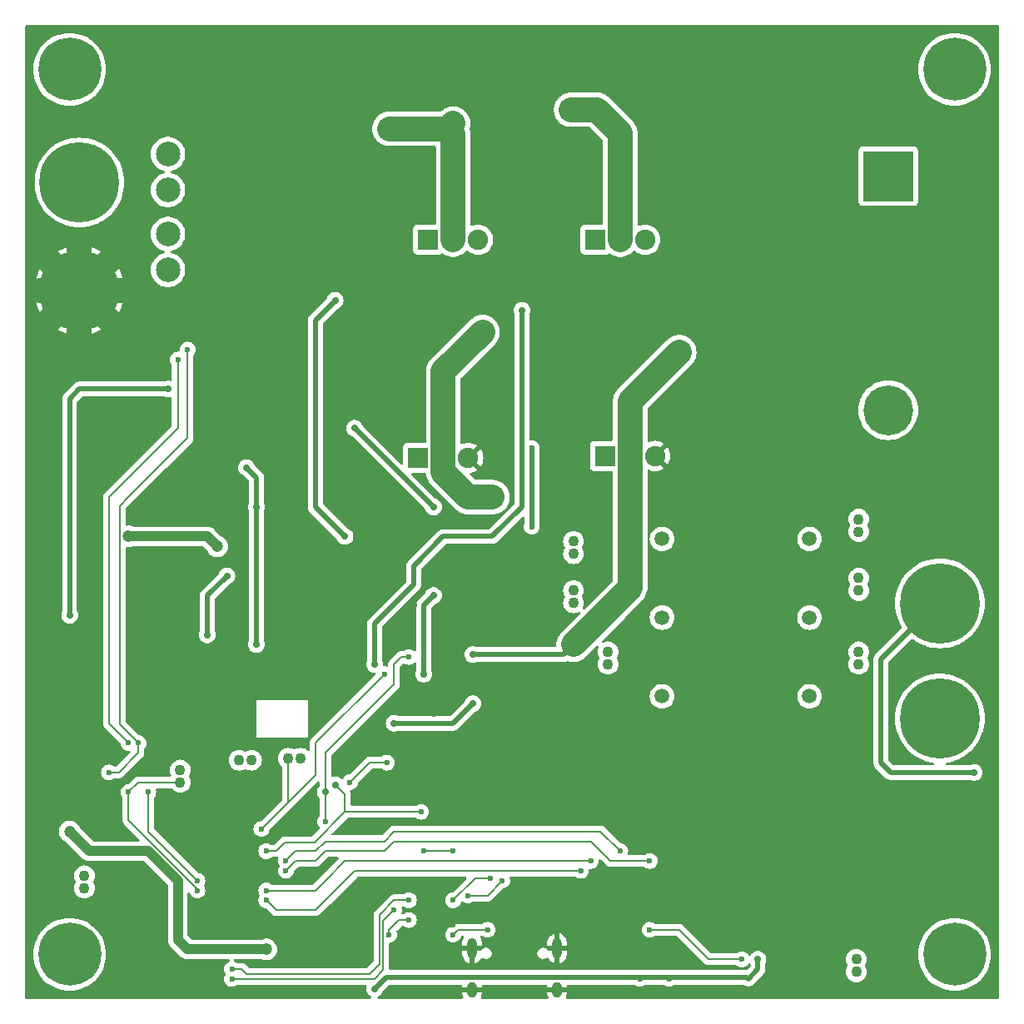
<source format=gbr>
%TF.GenerationSoftware,KiCad,Pcbnew,8.0.8*%
%TF.CreationDate,2025-02-03T11:31:11+01:00*%
%TF.ProjectId,H_bridge_PCB,485f6272-6964-4676-955f-5043422e6b69,rev?*%
%TF.SameCoordinates,Original*%
%TF.FileFunction,Copper,L2,Bot*%
%TF.FilePolarity,Positive*%
%FSLAX46Y46*%
G04 Gerber Fmt 4.6, Leading zero omitted, Abs format (unit mm)*
G04 Created by KiCad (PCBNEW 8.0.8) date 2025-02-03 11:31:11*
%MOMM*%
%LPD*%
G01*
G04 APERTURE LIST*
%TA.AperFunction,ComponentPad*%
%ADD10R,2.070000X2.070000*%
%TD*%
%TA.AperFunction,ComponentPad*%
%ADD11C,2.070000*%
%TD*%
%TA.AperFunction,ComponentPad*%
%ADD12C,1.500000*%
%TD*%
%TA.AperFunction,ComponentPad*%
%ADD13C,1.100000*%
%TD*%
%TA.AperFunction,ComponentPad*%
%ADD14C,2.500000*%
%TD*%
%TA.AperFunction,ComponentPad*%
%ADD15C,8.115000*%
%TD*%
%TA.AperFunction,ComponentPad*%
%ADD16C,6.400000*%
%TD*%
%TA.AperFunction,HeatsinkPad*%
%ADD17O,1.000000X2.100000*%
%TD*%
%TA.AperFunction,HeatsinkPad*%
%ADD18O,1.000000X1.600000*%
%TD*%
%TA.AperFunction,ComponentPad*%
%ADD19R,5.070000X5.070000*%
%TD*%
%TA.AperFunction,ComponentPad*%
%ADD20C,5.070000*%
%TD*%
%TA.AperFunction,HeatsinkPad*%
%ADD21C,0.600000*%
%TD*%
%TA.AperFunction,ViaPad*%
%ADD22C,2.500000*%
%TD*%
%TA.AperFunction,ViaPad*%
%ADD23C,1.200000*%
%TD*%
%TA.AperFunction,ViaPad*%
%ADD24C,0.700000*%
%TD*%
%TA.AperFunction,ViaPad*%
%ADD25C,0.600000*%
%TD*%
%TA.AperFunction,Conductor*%
%ADD26C,0.500000*%
%TD*%
%TA.AperFunction,Conductor*%
%ADD27C,2.500000*%
%TD*%
%TA.AperFunction,Conductor*%
%ADD28C,1.000000*%
%TD*%
%TA.AperFunction,Conductor*%
%ADD29C,0.200000*%
%TD*%
G04 APERTURE END LIST*
D10*
%TO.P,Q4,1,G*%
%TO.N,Net-(D7-A)*%
X109460000Y-93810000D03*
D11*
%TO.P,Q4,2,D*%
%TO.N,Cout-*%
X112000000Y-93810000D03*
%TO.P,Q4,3,S*%
%TO.N,GND*%
X114540000Y-93810000D03*
%TD*%
D10*
%TO.P,Q3,1,G*%
%TO.N,Net-(D10-A)*%
X108460000Y-71810000D03*
D11*
%TO.P,Q3,2,D*%
%TO.N,SO1*%
X111000000Y-71810000D03*
%TO.P,Q3,3,S*%
%TO.N,Cout-*%
X113540000Y-71810000D03*
%TD*%
D10*
%TO.P,Q2,1,G*%
%TO.N,Net-(D9-A)*%
X90460000Y-94000000D03*
D11*
%TO.P,Q2,2,D*%
%TO.N,Out+*%
X93000000Y-94000000D03*
%TO.P,Q2,3,S*%
%TO.N,GND*%
X95540000Y-94000000D03*
%TD*%
D10*
%TO.P,Q1,1,G*%
%TO.N,Net-(D8-A)*%
X91460000Y-71810000D03*
D11*
%TO.P,Q1,2,D*%
%TO.N,SO1*%
X94000000Y-71810000D03*
%TO.P,Q1,3,S*%
%TO.N,Out+*%
X96540000Y-71810000D03*
%TD*%
D12*
%TO.P,C16,1,1*%
%TO.N,Net-(C16-Pad1)*%
X115250000Y-102250000D03*
%TO.P,C16,2,2*%
%TO.N,Net-(C16-Pad2)*%
X130250000Y-102250000D03*
%TD*%
%TO.P,C13,1,1*%
%TO.N,Net-(C13-Pad1)*%
X115250000Y-110250000D03*
%TO.P,C13,2,2*%
%TO.N,Net-(C13-Pad2)*%
X130250000Y-110250000D03*
%TD*%
D13*
%TO.P,J11,1,1*%
%TO.N,Cout+*%
X135250000Y-100230000D03*
%TO.P,J11,2,2*%
%TO.N,Net-(C16-Pad2)*%
X135250000Y-101500000D03*
%TD*%
%TO.P,J10,1,1*%
%TO.N,Net-(C16-Pad1)*%
X106250000Y-103750000D03*
%TO.P,J10,2,2*%
%TO.N,Cout-*%
X106250000Y-102480000D03*
%TD*%
%TO.P,J9,1,1*%
%TO.N,Net-(C22-Pad1)*%
X109750000Y-115000000D03*
%TO.P,J9,2,2*%
%TO.N,Net-(C13-Pad1)*%
X109750000Y-113730000D03*
%TD*%
%TO.P,J8,1,1*%
%TO.N,Net-(C13-Pad2)*%
X135250000Y-113730000D03*
%TO.P,J8,2,2*%
%TO.N,Net-(C22-Pad2)*%
X135250000Y-115000000D03*
%TD*%
%TO.P,J7,1,1*%
%TO.N,Net-(C13-Pad1)*%
X106250000Y-108750000D03*
%TO.P,J7,2,2*%
%TO.N,Net-(C16-Pad1)*%
X106250000Y-107480000D03*
%TD*%
%TO.P,J6,1,1*%
%TO.N,Net-(C16-Pad2)*%
X135250000Y-106230000D03*
%TO.P,J6,2,2*%
%TO.N,Net-(C13-Pad2)*%
X135250000Y-107500000D03*
%TD*%
D12*
%TO.P,C22,1,1*%
%TO.N,Net-(C22-Pad1)*%
X115250000Y-118250000D03*
%TO.P,C22,2,2*%
%TO.N,Net-(C22-Pad2)*%
X130250000Y-118250000D03*
%TD*%
D14*
%TO.P,U8,1,1*%
%TO.N,SI1*%
X65000000Y-74895000D03*
%TO.P,U8,2,2*%
X65000000Y-71235000D03*
%TO.P,U8,3,3*%
%TO.N,Net-(TP1-Pad1)*%
X65000000Y-66765000D03*
%TO.P,U8,4,4*%
X65000000Y-63105000D03*
%TD*%
D15*
%TO.P,TP4,1,1*%
%TO.N,SI2*%
X143500000Y-120500000D03*
%TD*%
D13*
%TO.P,J5,1,1*%
%TO.N,SCL2*%
X135000000Y-146270000D03*
%TO.P,J5,2,2*%
%TO.N,SDA2*%
X135000000Y-145000000D03*
%TD*%
D16*
%TO.P,REF\u002A\u002A,1*%
%TO.N,N/C*%
X145000000Y-144500000D03*
%TD*%
D17*
%TO.P,P1,S1,SHIELD*%
%TO.N,GND*%
X95930000Y-143895000D03*
D18*
X95930000Y-148075000D03*
D17*
X104570000Y-143895000D03*
D18*
X104570000Y-148075000D03*
%TD*%
D16*
%TO.P,REF\u002A\u002A,1*%
%TO.N,N/C*%
X145000000Y-54500000D03*
%TD*%
%TO.P,REF\u002A\u002A,1*%
%TO.N,N/C*%
X55000000Y-144500000D03*
%TD*%
D19*
%TO.P,L1,1,1*%
%TO.N,Out+*%
X138250000Y-65350000D03*
D20*
%TO.P,L1,2,2*%
%TO.N,Cout+*%
X138250000Y-89150000D03*
%TD*%
D21*
%TO.P,U1,39,GND*%
%TO.N,GND*%
X72262500Y-141512500D03*
X72262500Y-139987500D03*
X71500000Y-142275000D03*
X71500000Y-140750000D03*
X71500000Y-139225000D03*
X70737500Y-141512500D03*
X70737500Y-139987500D03*
X69975000Y-142275000D03*
X69975000Y-140750000D03*
X69975000Y-139225000D03*
X69212500Y-141512500D03*
X69212500Y-139987500D03*
%TD*%
D13*
%TO.P,J4,1,1*%
%TO.N,SCL1*%
X66250000Y-125750000D03*
%TO.P,J4,2,2*%
%TO.N,SDA1*%
X66250000Y-127020000D03*
%TD*%
%TO.P,J1,1,1*%
%TO.N,RX0*%
X56500000Y-136500000D03*
%TO.P,J1,2,2*%
%TO.N,TX0*%
X56500000Y-137770000D03*
%TD*%
D16*
%TO.P,REF\u002A\u002A,1*%
%TO.N,N/C*%
X55000000Y-54500000D03*
%TD*%
D15*
%TO.P,TP1,1,1*%
%TO.N,Net-(TP1-Pad1)*%
X56000000Y-66000000D03*
%TD*%
D13*
%TO.P,J2,1,1*%
%TO.N,HIN1*%
X72230000Y-124750000D03*
%TO.P,J2,2,2*%
%TO.N,LIN2*%
X73500000Y-124750000D03*
%TD*%
D15*
%TO.P,TP3,1,1*%
%TO.N,Cout+*%
X143500000Y-108800000D03*
%TD*%
%TO.P,TP2,1,1*%
%TO.N,GND*%
X56000000Y-77000000D03*
%TD*%
D13*
%TO.P,J3,1,1*%
%TO.N,LIN1*%
X78500000Y-124550000D03*
%TO.P,J3,2,2*%
%TO.N,HIN2*%
X77230000Y-124550000D03*
%TD*%
D22*
%TO.N,Cout-*%
X106250000Y-113000000D03*
D23*
X112000000Y-102000000D03*
D24*
%TO.N,*%
X145000000Y-144500000D03*
%TO.N,+12V*%
X92000000Y-108000000D03*
X74000000Y-99000000D03*
X73000000Y-95000000D03*
X73000000Y-95000000D03*
X74000000Y-113000000D03*
X91000000Y-116000000D03*
D25*
%TO.N,GND*%
X75500000Y-132500000D03*
D24*
X92000000Y-106000000D03*
X131000000Y-145000000D03*
X126000000Y-144000000D03*
D23*
X64000000Y-104000000D03*
D24*
X91000000Y-125000000D03*
X68000000Y-79000000D03*
D25*
X92000000Y-148000000D03*
X63500000Y-147500000D03*
D24*
X76500000Y-148000000D03*
X82000000Y-115000000D03*
D23*
X76000000Y-97000000D03*
D24*
X59000000Y-124000000D03*
D23*
X57100000Y-91000000D03*
D25*
X94000000Y-141500000D03*
D23*
X64000000Y-120250000D03*
D25*
X147000000Y-136000000D03*
D23*
X71000000Y-98000000D03*
X58000000Y-89000000D03*
D24*
X90000000Y-109000000D03*
D23*
X64000000Y-112000000D03*
D24*
X92000000Y-120000000D03*
D22*
%TO.N,Out+*%
X98000000Y-98000000D03*
X97000000Y-81200000D03*
D24*
%TO.N,Cout-*%
X96000000Y-114000000D03*
D22*
X117000000Y-83250000D03*
D24*
%TO.N,Net-(D11-K)*%
X96000000Y-119000000D03*
X88000000Y-121000000D03*
%TO.N,+5V*%
X69000000Y-112000000D03*
X71000000Y-106000000D03*
D23*
X70000000Y-103000000D03*
X61000000Y-102000000D03*
%TO.N,+3.3V*%
X55000000Y-132000000D03*
D24*
X55000000Y-110000000D03*
D23*
X75000000Y-144000000D03*
D24*
X125000000Y-145000000D03*
D25*
X116000000Y-147000000D03*
X113000000Y-147000000D03*
D24*
X86000000Y-148000000D03*
X65000000Y-87000000D03*
%TO.N,Cout+*%
X147000000Y-126000000D03*
D22*
%TO.N,SO1*%
X87525000Y-60525000D03*
X106000000Y-58600000D03*
D25*
%TO.N,VUSB(5V)*%
X97500000Y-142000000D03*
X94000000Y-142500000D03*
%TO.N,Net-(D7-K)*%
X102000000Y-101000000D03*
X102000000Y-93000000D03*
D24*
%TO.N,Net-(D8-K)*%
X82000000Y-78000000D03*
X83000000Y-102000000D03*
%TO.N,Net-(D9-K)*%
X92000000Y-99000000D03*
X84000000Y-91000000D03*
%TO.N,Net-(D10-K)*%
X86000000Y-115000000D03*
X101000000Y-79000000D03*
D25*
%TO.N,SDA2*%
X114000000Y-142000000D03*
X123365000Y-145000000D03*
%TO.N,SCL2*%
X94000000Y-134000000D03*
X91000000Y-134000000D03*
%TO.N,DIO_0*%
X114000000Y-135000000D03*
X77000000Y-136000000D03*
%TO.N,DIO_1*%
X111000000Y-134000000D03*
X77000000Y-135000000D03*
%TO.N,TX0*%
X88000000Y-140000000D03*
X71500000Y-147000000D03*
%TO.N,RX0*%
X71500000Y-146000000D03*
X89500000Y-139000000D03*
%TO.N,SDA1*%
X75000000Y-139000000D03*
X61000000Y-128000000D03*
X66000000Y-84000000D03*
X68000000Y-138000000D03*
X107000000Y-136000000D03*
X61000000Y-123000000D03*
%TO.N,SCL1*%
X63000000Y-128000000D03*
X67000000Y-83000000D03*
X68000000Y-137000000D03*
X59000000Y-126000000D03*
X108000000Y-135000000D03*
X75000000Y-138000000D03*
X62000000Y-123000000D03*
%TO.N,Net-(Q7-E)*%
X95500000Y-138500000D03*
X99000000Y-137000000D03*
%TO.N,Net-(Q8-E)*%
X97750000Y-136750000D03*
X94000000Y-139000000D03*
X87500000Y-142500000D03*
X89500000Y-141000000D03*
%TO.N,LIN2*%
X81000000Y-131000000D03*
D24*
X81000000Y-128000000D03*
D25*
X89500000Y-114250000D03*
%TO.N,HIN1*%
X87250000Y-125000000D03*
X83500000Y-127000000D03*
%TO.N,HIN2*%
X87000000Y-116000000D03*
X74500000Y-131750000D03*
%TO.N,LIN1*%
X90750000Y-130000000D03*
X75000000Y-134000000D03*
D24*
X82000000Y-127250000D03*
%TD*%
D26*
%TO.N,+12V*%
X74000000Y-96000000D02*
X73000000Y-95000000D01*
X91000000Y-109000000D02*
X92000000Y-108000000D01*
X74000000Y-113000000D02*
X74000000Y-96000000D01*
X91000000Y-116000000D02*
X91000000Y-109000000D01*
D27*
%TO.N,GND*%
X61000000Y-77000000D02*
X56000000Y-77000000D01*
X56000000Y-82000000D02*
X56000000Y-77000000D01*
X52000000Y-81000000D02*
X56000000Y-77000000D01*
X52000000Y-77000000D02*
X56000000Y-77000000D01*
X60500000Y-81500000D02*
X56000000Y-77000000D01*
X52000000Y-73000000D02*
X56000000Y-77000000D01*
X56000000Y-72500000D02*
X56000000Y-77000000D01*
X60000000Y-73000000D02*
X56000000Y-77000000D01*
%TO.N,Out+*%
X93000000Y-85200000D02*
X93000000Y-94000000D01*
X97000000Y-81200000D02*
X93000000Y-85200000D01*
X93000000Y-94000000D02*
X93000000Y-95463711D01*
X95536289Y-98000000D02*
X98000000Y-98000000D01*
X93000000Y-95463711D02*
X95536289Y-98000000D01*
D26*
%TO.N,Cout-*%
X106250000Y-113000000D02*
X105250000Y-114000000D01*
D27*
X112000000Y-107250000D02*
X106250000Y-113000000D01*
X112000000Y-88250000D02*
X112000000Y-93810000D01*
D26*
X105250000Y-114000000D02*
X96000000Y-114000000D01*
D27*
X112000000Y-93810000D02*
X112000000Y-107250000D01*
X117000000Y-83250000D02*
X112000000Y-88250000D01*
D26*
%TO.N,Net-(D11-K)*%
X94000000Y-121000000D02*
X88000000Y-121000000D01*
X96000000Y-119000000D02*
X94000000Y-121000000D01*
%TO.N,+5V*%
X69000000Y-112000000D02*
X69000000Y-108000000D01*
D28*
X69000000Y-102000000D02*
X70000000Y-103000000D01*
X61000000Y-102000000D02*
X69000000Y-102000000D01*
D26*
X69000000Y-108000000D02*
X71000000Y-106000000D01*
%TO.N,+3.3V*%
X55000000Y-88000000D02*
X55000000Y-110000000D01*
X56000000Y-87000000D02*
X55000000Y-88000000D01*
X123825000Y-146825000D02*
X87175000Y-146825000D01*
D28*
X57000000Y-134000000D02*
X63000000Y-134000000D01*
D26*
X125000000Y-146000000D02*
X124000000Y-147000000D01*
D28*
X63000000Y-134000000D02*
X66000000Y-137000000D01*
D26*
X125000000Y-145000000D02*
X125000000Y-146000000D01*
D28*
X66000000Y-137000000D02*
X66000000Y-143000000D01*
D26*
X65000000Y-87000000D02*
X56000000Y-87000000D01*
X87175000Y-146825000D02*
X86000000Y-148000000D01*
D28*
X55000000Y-132000000D02*
X57000000Y-134000000D01*
X66000000Y-143000000D02*
X67000000Y-144000000D01*
X67000000Y-144000000D02*
X75000000Y-144000000D01*
D26*
X124000000Y-147000000D02*
X123825000Y-146825000D01*
%TO.N,Cout+*%
X147000000Y-126000000D02*
X138500000Y-126000000D01*
X138500000Y-126000000D02*
X137500000Y-125000000D01*
X137500000Y-125000000D02*
X137500000Y-114500000D01*
X137500000Y-114500000D02*
X143200000Y-108800000D01*
X143200000Y-108800000D02*
X143500000Y-108800000D01*
D27*
%TO.N,SO1*%
X94000000Y-61050000D02*
X94000000Y-71810000D01*
X93475000Y-60525000D02*
X94000000Y-61050000D01*
X93475000Y-60525000D02*
X94000000Y-60000000D01*
X111000000Y-61000000D02*
X111000000Y-71810000D01*
X106000000Y-58600000D02*
X108600000Y-58600000D01*
X87525000Y-60525000D02*
X93475000Y-60525000D01*
X108600000Y-58600000D02*
X111000000Y-61000000D01*
D29*
%TO.N,VUSB(5V)*%
X94000000Y-142500000D02*
X94500000Y-142000000D01*
X95000000Y-142000000D02*
X97500000Y-142000000D01*
X94500000Y-142000000D02*
X95000000Y-142000000D01*
D26*
%TO.N,Net-(D7-K)*%
X102000000Y-93000000D02*
X102000000Y-101000000D01*
%TO.N,Net-(D8-K)*%
X83000000Y-102000000D02*
X80000000Y-99000000D01*
X80000000Y-80000000D02*
X82000000Y-78000000D01*
X80000000Y-99000000D02*
X80000000Y-81000000D01*
X80000000Y-81000000D02*
X80000000Y-80000000D01*
%TO.N,Net-(D9-K)*%
X92000000Y-99000000D02*
X84000000Y-91000000D01*
%TO.N,Net-(D10-K)*%
X101000000Y-99000000D02*
X101000000Y-79000000D01*
X86000000Y-115000000D02*
X86000000Y-110868629D01*
X93000000Y-102000000D02*
X98000000Y-102000000D01*
X98000000Y-102000000D02*
X101000000Y-99000000D01*
X90000000Y-106868629D02*
X90000000Y-105000000D01*
X90000000Y-105000000D02*
X93000000Y-102000000D01*
X86000000Y-110868629D02*
X90000000Y-106868629D01*
D29*
%TO.N,SDA2*%
X123365000Y-145000000D02*
X120000000Y-145000000D01*
X117000000Y-142000000D02*
X114000000Y-142000000D01*
X120000000Y-145000000D02*
X117000000Y-142000000D01*
%TO.N,SCL2*%
X91000000Y-134000000D02*
X94000000Y-134000000D01*
%TO.N,DIO_0*%
X78000000Y-135000000D02*
X80000000Y-135000000D01*
X108000000Y-133000000D02*
X110000000Y-135000000D01*
X80000000Y-135000000D02*
X81000000Y-134000000D01*
X110000000Y-135000000D02*
X114000000Y-135000000D01*
X87000000Y-134000000D02*
X88000000Y-133000000D01*
X81000000Y-134000000D02*
X87000000Y-134000000D01*
X88000000Y-133000000D02*
X108000000Y-133000000D01*
X77000000Y-136000000D02*
X78000000Y-135000000D01*
%TO.N,DIO_1*%
X77000000Y-135000000D02*
X78000000Y-134000000D01*
X78000000Y-134000000D02*
X80000000Y-134000000D01*
X109000000Y-132000000D02*
X111000000Y-134000000D01*
X88000000Y-132000000D02*
X89000000Y-132000000D01*
X80000000Y-134000000D02*
X81000000Y-133000000D01*
X89000000Y-132000000D02*
X109000000Y-132000000D01*
X81000000Y-133000000D02*
X87000000Y-133000000D01*
X87000000Y-133000000D02*
X88000000Y-132000000D01*
%TO.N,TX0*%
X86900000Y-146100000D02*
X86000000Y-147000000D01*
X88000000Y-140000000D02*
X86900000Y-141100000D01*
X86900000Y-141100000D02*
X86900000Y-146100000D01*
X86000000Y-147000000D02*
X71500000Y-147000000D01*
%TO.N,RX0*%
X86500000Y-145500000D02*
X85500000Y-146500000D01*
X88000000Y-139000000D02*
X86500000Y-140500000D01*
X72500000Y-146000000D02*
X71500000Y-146000000D01*
X77000000Y-146500000D02*
X73000000Y-146500000D01*
X73000000Y-146500000D02*
X72500000Y-146000000D01*
X89500000Y-139000000D02*
X88000000Y-139000000D01*
X85500000Y-146500000D02*
X77000000Y-146500000D01*
X86500000Y-140500000D02*
X86500000Y-145500000D01*
%TO.N,SDA1*%
X62000000Y-127000000D02*
X66000000Y-127000000D01*
X68000000Y-137868630D02*
X68000000Y-138000000D01*
X59000000Y-98000000D02*
X59000000Y-121000000D01*
X59000000Y-121000000D02*
X61000000Y-123000000D01*
X61000000Y-130868630D02*
X66065685Y-135934315D01*
X66065685Y-135934315D02*
X68000000Y-137868630D01*
X66000000Y-91000000D02*
X59000000Y-98000000D01*
X66000000Y-84000000D02*
X66000000Y-91000000D01*
X81000000Y-139000000D02*
X80000000Y-140000000D01*
X107000000Y-136000000D02*
X84000000Y-136000000D01*
X84000000Y-136000000D02*
X81000000Y-139000000D01*
X76000000Y-140000000D02*
X75000000Y-139000000D01*
X61000000Y-128000000D02*
X62000000Y-127000000D01*
X80000000Y-140000000D02*
X76000000Y-140000000D01*
X61000000Y-128000000D02*
X61000000Y-130868630D01*
%TO.N,SCL1*%
X67000000Y-92000000D02*
X61000000Y-98000000D01*
X63000000Y-128000000D02*
X63000000Y-132000000D01*
X108000000Y-135000000D02*
X83000000Y-135000000D01*
X83000000Y-135000000D02*
X81000000Y-137000000D01*
X60100000Y-98900000D02*
X60100000Y-121100000D01*
X81000000Y-137000000D02*
X80000000Y-138000000D01*
X59000000Y-126000000D02*
X60000000Y-126000000D01*
X63000000Y-132000000D02*
X68000000Y-137000000D01*
X80000000Y-138000000D02*
X75000000Y-138000000D01*
X61000000Y-98000000D02*
X60100000Y-98900000D01*
X60000000Y-126000000D02*
X62000000Y-124000000D01*
X62000000Y-124000000D02*
X62000000Y-123000000D01*
X67000000Y-83000000D02*
X67000000Y-92000000D01*
X60100000Y-121100000D02*
X62000000Y-123000000D01*
%TO.N,Net-(Q7-E)*%
X95500000Y-138500000D02*
X97500000Y-138500000D01*
X97500000Y-138500000D02*
X99000000Y-137000000D01*
%TO.N,Net-(Q8-E)*%
X88500000Y-141000000D02*
X89500000Y-141000000D01*
X87500000Y-142500000D02*
X87500000Y-142000000D01*
X87500000Y-142000000D02*
X88500000Y-141000000D01*
X96250000Y-136750000D02*
X94000000Y-139000000D01*
X97750000Y-136750000D02*
X96250000Y-136750000D01*
%TO.N,LIN2*%
X88000000Y-117000000D02*
X81000000Y-124000000D01*
X89500000Y-114250000D02*
X88750000Y-114250000D01*
X88750000Y-114250000D02*
X88000000Y-115000000D01*
X81000000Y-124000000D02*
X81000000Y-128000000D01*
X81000000Y-128000000D02*
X81000000Y-131000000D01*
X88000000Y-115000000D02*
X88000000Y-117000000D01*
%TO.N,HIN1*%
X85500000Y-125000000D02*
X83500000Y-127000000D01*
X87250000Y-125000000D02*
X85500000Y-125000000D01*
%TO.N,HIN2*%
X80000000Y-123000000D02*
X87000000Y-116000000D01*
X77125000Y-129125000D02*
X80000000Y-126250000D01*
X77125000Y-129125000D02*
X77230000Y-129020000D01*
X80000000Y-126250000D02*
X80000000Y-123000000D01*
X77230000Y-129020000D02*
X77230000Y-124550000D01*
X74500000Y-131750000D02*
X77125000Y-129125000D01*
%TO.N,LIN1*%
X75000000Y-134000000D02*
X76000000Y-134000000D01*
X76900000Y-133100000D02*
X79900000Y-133100000D01*
X83000000Y-130000000D02*
X83000000Y-128250000D01*
X79900000Y-133100000D02*
X83000000Y-130000000D01*
X76000000Y-134000000D02*
X76900000Y-133100000D01*
X90750000Y-130000000D02*
X83000000Y-130000000D01*
X83000000Y-128250000D02*
X82000000Y-127250000D01*
%TD*%
%TA.AperFunction,Conductor*%
%TO.N,GND*%
G36*
X149442539Y-50020185D02*
G01*
X149488294Y-50072989D01*
X149499500Y-50124500D01*
X149499500Y-148875500D01*
X149479815Y-148942539D01*
X149427011Y-148988294D01*
X149375500Y-148999500D01*
X105579296Y-148999500D01*
X105512257Y-148979815D01*
X105466502Y-148927011D01*
X105456558Y-148857853D01*
X105464735Y-148828048D01*
X105531569Y-148666693D01*
X105531572Y-148666681D01*
X105569999Y-148473495D01*
X105570000Y-148473492D01*
X105570000Y-148325000D01*
X104870000Y-148325000D01*
X104870000Y-147825000D01*
X105570000Y-147825000D01*
X105570000Y-147699500D01*
X105589685Y-147632461D01*
X105642489Y-147586706D01*
X105694000Y-147575500D01*
X112392060Y-147575500D01*
X112459099Y-147595185D01*
X112479741Y-147611819D01*
X112497738Y-147629816D01*
X112588080Y-147686582D01*
X112643903Y-147721658D01*
X112650478Y-147725789D01*
X112721098Y-147750500D01*
X112820745Y-147785368D01*
X112820750Y-147785369D01*
X112999996Y-147805565D01*
X113000000Y-147805565D01*
X113000004Y-147805565D01*
X113179249Y-147785369D01*
X113179252Y-147785368D01*
X113179255Y-147785368D01*
X113349522Y-147725789D01*
X113502262Y-147629816D01*
X113520259Y-147611819D01*
X113581582Y-147578334D01*
X113607940Y-147575500D01*
X115392060Y-147575500D01*
X115459099Y-147595185D01*
X115479741Y-147611819D01*
X115497738Y-147629816D01*
X115588080Y-147686582D01*
X115643903Y-147721658D01*
X115650478Y-147725789D01*
X115721098Y-147750500D01*
X115820745Y-147785368D01*
X115820750Y-147785369D01*
X115999996Y-147805565D01*
X116000000Y-147805565D01*
X116000004Y-147805565D01*
X116179249Y-147785369D01*
X116179252Y-147785368D01*
X116179255Y-147785368D01*
X116349522Y-147725789D01*
X116502262Y-147629816D01*
X116520259Y-147611819D01*
X116581582Y-147578334D01*
X116607940Y-147575500D01*
X123472817Y-147575500D01*
X123539856Y-147595185D01*
X123541703Y-147596394D01*
X123591723Y-147629816D01*
X123644505Y-147665084D01*
X123644507Y-147665085D01*
X123644511Y-147665087D01*
X123781082Y-147721656D01*
X123781087Y-147721658D01*
X123781091Y-147721658D01*
X123781092Y-147721659D01*
X123926079Y-147750500D01*
X123926082Y-147750500D01*
X124073919Y-147750500D01*
X124171461Y-147731096D01*
X124218912Y-147721658D01*
X124355494Y-147665084D01*
X124478416Y-147582952D01*
X125582952Y-146478415D01*
X125655269Y-146370184D01*
X125665084Y-146355495D01*
X125701236Y-146268216D01*
X125721659Y-146218912D01*
X125750500Y-146073917D01*
X125750500Y-145926082D01*
X125750500Y-145434320D01*
X125767112Y-145372322D01*
X125781250Y-145347835D01*
X125836497Y-145177803D01*
X125855185Y-145000000D01*
X133944417Y-145000000D01*
X133964699Y-145205932D01*
X134024769Y-145403958D01*
X134117020Y-145576547D01*
X134131262Y-145644950D01*
X134117020Y-145693453D01*
X134024769Y-145866041D01*
X133964699Y-146064067D01*
X133944417Y-146270000D01*
X133964699Y-146475932D01*
X133965453Y-146478417D01*
X134024768Y-146673954D01*
X134122315Y-146856450D01*
X134122317Y-146856452D01*
X134253589Y-147016410D01*
X134350209Y-147095702D01*
X134413550Y-147147685D01*
X134596046Y-147245232D01*
X134794066Y-147305300D01*
X134794065Y-147305300D01*
X134812529Y-147307118D01*
X135000000Y-147325583D01*
X135205934Y-147305300D01*
X135403954Y-147245232D01*
X135586450Y-147147685D01*
X135746410Y-147016410D01*
X135877685Y-146856450D01*
X135975232Y-146673954D01*
X136035300Y-146475934D01*
X136055583Y-146270000D01*
X136035300Y-146064066D01*
X135975232Y-145866046D01*
X135882977Y-145693451D01*
X135868736Y-145625051D01*
X135882978Y-145576547D01*
X135975232Y-145403954D01*
X136035300Y-145205934D01*
X136055583Y-145000000D01*
X136035300Y-144794066D01*
X135975232Y-144596046D01*
X135923893Y-144499999D01*
X141294422Y-144499999D01*
X141294422Y-144500000D01*
X141314722Y-144887339D01*
X141360957Y-145179255D01*
X141375398Y-145270433D01*
X141473825Y-145637770D01*
X141475788Y-145645094D01*
X141614787Y-146007197D01*
X141790877Y-146352793D01*
X142002122Y-146678082D01*
X142002124Y-146678084D01*
X142246219Y-146979516D01*
X142520484Y-147253781D01*
X142688375Y-147389737D01*
X142821917Y-147497877D01*
X143147206Y-147709122D01*
X143147211Y-147709125D01*
X143492806Y-147885214D01*
X143854913Y-148024214D01*
X144229567Y-148124602D01*
X144612662Y-148185278D01*
X144978576Y-148204455D01*
X144999999Y-148205578D01*
X145000000Y-148205578D01*
X145000001Y-148205578D01*
X145020301Y-148204514D01*
X145387338Y-148185278D01*
X145770433Y-148124602D01*
X146145087Y-148024214D01*
X146507194Y-147885214D01*
X146852789Y-147709125D01*
X147178084Y-147497876D01*
X147479516Y-147253781D01*
X147753781Y-146979516D01*
X147997876Y-146678084D01*
X148209125Y-146352789D01*
X148385214Y-146007194D01*
X148524214Y-145645087D01*
X148624602Y-145270433D01*
X148685278Y-144887338D01*
X148705578Y-144500000D01*
X148685278Y-144112662D01*
X148624602Y-143729567D01*
X148524214Y-143354913D01*
X148522052Y-143349282D01*
X148500001Y-143291835D01*
X148385214Y-142992806D01*
X148209125Y-142647211D01*
X148209122Y-142647206D01*
X147997877Y-142321917D01*
X147882351Y-142179255D01*
X147753781Y-142020484D01*
X147479516Y-141746219D01*
X147346315Y-141638355D01*
X147178082Y-141502122D01*
X146852793Y-141290877D01*
X146507197Y-141114787D01*
X146145094Y-140975788D01*
X146145087Y-140975786D01*
X145770433Y-140875398D01*
X145770429Y-140875397D01*
X145770428Y-140875397D01*
X145387339Y-140814722D01*
X145000001Y-140794422D01*
X144999999Y-140794422D01*
X144612660Y-140814722D01*
X144229572Y-140875397D01*
X144229570Y-140875397D01*
X143854905Y-140975788D01*
X143492802Y-141114787D01*
X143147206Y-141290877D01*
X142821917Y-141502122D01*
X142520488Y-141746215D01*
X142520480Y-141746222D01*
X142246222Y-142020480D01*
X142246215Y-142020488D01*
X142002122Y-142321917D01*
X141790877Y-142647206D01*
X141614787Y-142992802D01*
X141475788Y-143354905D01*
X141375397Y-143729570D01*
X141375397Y-143729572D01*
X141314722Y-144112660D01*
X141294422Y-144499999D01*
X135923893Y-144499999D01*
X135877685Y-144413550D01*
X135800284Y-144319236D01*
X135746410Y-144253589D01*
X135597296Y-144131216D01*
X135586450Y-144122315D01*
X135403954Y-144024768D01*
X135205934Y-143964700D01*
X135205932Y-143964699D01*
X135205934Y-143964699D01*
X135000000Y-143944417D01*
X134794067Y-143964699D01*
X134596043Y-144024769D01*
X134487103Y-144083000D01*
X134413550Y-144122315D01*
X134413548Y-144122316D01*
X134413547Y-144122317D01*
X134253589Y-144253589D01*
X134122317Y-144413547D01*
X134024769Y-144596043D01*
X134024768Y-144596045D01*
X134024768Y-144596046D01*
X134017898Y-144618692D01*
X133964699Y-144794067D01*
X133944417Y-145000000D01*
X125855185Y-145000000D01*
X125836497Y-144822197D01*
X125804771Y-144724556D01*
X125781252Y-144652170D01*
X125781249Y-144652164D01*
X125761025Y-144617135D01*
X125691859Y-144497335D01*
X125645003Y-144445296D01*
X125572235Y-144364478D01*
X125572232Y-144364476D01*
X125572231Y-144364475D01*
X125572230Y-144364474D01*
X125427593Y-144259388D01*
X125264267Y-144186671D01*
X125264265Y-144186670D01*
X125136594Y-144159533D01*
X125089391Y-144149500D01*
X124910609Y-144149500D01*
X124879954Y-144156015D01*
X124735733Y-144186670D01*
X124735728Y-144186672D01*
X124572408Y-144259387D01*
X124427768Y-144364475D01*
X124308141Y-144497334D01*
X124260877Y-144579198D01*
X124210309Y-144627413D01*
X124141702Y-144640635D01*
X124076838Y-144614667D01*
X124048496Y-144583169D01*
X123996237Y-144500000D01*
X123994816Y-144497738D01*
X123867262Y-144370184D01*
X123786176Y-144319234D01*
X123714523Y-144274211D01*
X123544254Y-144214631D01*
X123544249Y-144214630D01*
X123365004Y-144194435D01*
X123364996Y-144194435D01*
X123185750Y-144214630D01*
X123185745Y-144214631D01*
X123015476Y-144274211D01*
X122862736Y-144370185D01*
X122859903Y-144372445D01*
X122857724Y-144373334D01*
X122856842Y-144373889D01*
X122856744Y-144373734D01*
X122795217Y-144398855D01*
X122782588Y-144399500D01*
X120300098Y-144399500D01*
X120233059Y-144379815D01*
X120212417Y-144363181D01*
X117487590Y-141638355D01*
X117487588Y-141638352D01*
X117368717Y-141519481D01*
X117368709Y-141519475D01*
X117266936Y-141460717D01*
X117266934Y-141460716D01*
X117231790Y-141440425D01*
X117231789Y-141440424D01*
X117219263Y-141437067D01*
X117079057Y-141399499D01*
X116920943Y-141399499D01*
X116913347Y-141399499D01*
X116913331Y-141399500D01*
X114582412Y-141399500D01*
X114515373Y-141379815D01*
X114505097Y-141372445D01*
X114502263Y-141370185D01*
X114502262Y-141370184D01*
X114376043Y-141290875D01*
X114349523Y-141274211D01*
X114179254Y-141214631D01*
X114179249Y-141214630D01*
X114000004Y-141194435D01*
X113999996Y-141194435D01*
X113820750Y-141214630D01*
X113820745Y-141214631D01*
X113650476Y-141274211D01*
X113497737Y-141370184D01*
X113370184Y-141497737D01*
X113274211Y-141650476D01*
X113214631Y-141820745D01*
X113214630Y-141820750D01*
X113194435Y-141999996D01*
X113194435Y-142000003D01*
X113214630Y-142179249D01*
X113214631Y-142179254D01*
X113274211Y-142349523D01*
X113295516Y-142383429D01*
X113370184Y-142502262D01*
X113497738Y-142629816D01*
X113650478Y-142725789D01*
X113820745Y-142785368D01*
X113820750Y-142785369D01*
X113999996Y-142805565D01*
X114000000Y-142805565D01*
X114000004Y-142805565D01*
X114179249Y-142785369D01*
X114179252Y-142785368D01*
X114179255Y-142785368D01*
X114349522Y-142725789D01*
X114502262Y-142629816D01*
X114502267Y-142629810D01*
X114505097Y-142627555D01*
X114507275Y-142626665D01*
X114508158Y-142626111D01*
X114508255Y-142626265D01*
X114569783Y-142601145D01*
X114582412Y-142600500D01*
X116699903Y-142600500D01*
X116766942Y-142620185D01*
X116787583Y-142636818D01*
X119631284Y-145480520D01*
X119631286Y-145480521D01*
X119631290Y-145480524D01*
X119698765Y-145519480D01*
X119768216Y-145559577D01*
X119920943Y-145600501D01*
X119920945Y-145600501D01*
X120086654Y-145600501D01*
X120086670Y-145600500D01*
X122782588Y-145600500D01*
X122849627Y-145620185D01*
X122859903Y-145627555D01*
X122862736Y-145629814D01*
X122862738Y-145629816D01*
X122948255Y-145683550D01*
X122982088Y-145704809D01*
X123015478Y-145725789D01*
X123185745Y-145785368D01*
X123185750Y-145785369D01*
X123364996Y-145805565D01*
X123365000Y-145805565D01*
X123365004Y-145805565D01*
X123544249Y-145785369D01*
X123544252Y-145785368D01*
X123544255Y-145785368D01*
X123714522Y-145725789D01*
X123867262Y-145629816D01*
X123994816Y-145502262D01*
X124020506Y-145461375D01*
X124072841Y-145415085D01*
X124141894Y-145404437D01*
X124205743Y-145432812D01*
X124244115Y-145491201D01*
X124249500Y-145527348D01*
X124249500Y-145637770D01*
X124229815Y-145704809D01*
X124213181Y-145725451D01*
X123900451Y-146038181D01*
X123839128Y-146071666D01*
X123812770Y-146074500D01*
X87624500Y-146074500D01*
X87557461Y-146054815D01*
X87511706Y-146002011D01*
X87500500Y-145950500D01*
X87500500Y-143416321D01*
X87520185Y-143349282D01*
X87572989Y-143303527D01*
X87610612Y-143293101D01*
X87679255Y-143285368D01*
X87849522Y-143225789D01*
X88002262Y-143129816D01*
X88129816Y-143002262D01*
X88225789Y-142849522D01*
X88285368Y-142679255D01*
X88287613Y-142659333D01*
X88305565Y-142500003D01*
X88305565Y-142499996D01*
X93194435Y-142499996D01*
X93194435Y-142500003D01*
X93214630Y-142679249D01*
X93214631Y-142679254D01*
X93274211Y-142849523D01*
X93345628Y-142963181D01*
X93370184Y-143002262D01*
X93497738Y-143129816D01*
X93650478Y-143225789D01*
X93820742Y-143285367D01*
X93820745Y-143285368D01*
X93820750Y-143285369D01*
X93999996Y-143305565D01*
X94000000Y-143305565D01*
X94000004Y-143305565D01*
X94179249Y-143285369D01*
X94179252Y-143285368D01*
X94179255Y-143285368D01*
X94349522Y-143225789D01*
X94502262Y-143129816D01*
X94629816Y-143002262D01*
X94725789Y-142849522D01*
X94783867Y-142683545D01*
X94824589Y-142626769D01*
X94889542Y-142601022D01*
X94900909Y-142600500D01*
X94920943Y-142600500D01*
X94992780Y-142600500D01*
X95059819Y-142620185D01*
X95105574Y-142672989D01*
X95115518Y-142742147D01*
X95095882Y-142793391D01*
X95043814Y-142871315D01*
X95043807Y-142871328D01*
X94968430Y-143053306D01*
X94968427Y-143053318D01*
X94930000Y-143246504D01*
X94930000Y-143645000D01*
X95630000Y-143645000D01*
X95630000Y-144145000D01*
X94930000Y-144145000D01*
X94930000Y-144543495D01*
X94968427Y-144736681D01*
X94968430Y-144736693D01*
X95043807Y-144918671D01*
X95043814Y-144918684D01*
X95153248Y-145082462D01*
X95153251Y-145082466D01*
X95292533Y-145221748D01*
X95292537Y-145221751D01*
X95456315Y-145331185D01*
X95456328Y-145331192D01*
X95638308Y-145406569D01*
X95680000Y-145414862D01*
X95680000Y-144611988D01*
X95689940Y-144629205D01*
X95745795Y-144685060D01*
X95814204Y-144724556D01*
X95890504Y-144745000D01*
X95969496Y-144745000D01*
X96045796Y-144724556D01*
X96114205Y-144685060D01*
X96170060Y-144629205D01*
X96180000Y-144611988D01*
X96180000Y-145414862D01*
X96221690Y-145406569D01*
X96221692Y-145406569D01*
X96403671Y-145331192D01*
X96403684Y-145331185D01*
X96567462Y-145221751D01*
X96567466Y-145221748D01*
X96706748Y-145082466D01*
X96706751Y-145082462D01*
X96816185Y-144918684D01*
X96816186Y-144918682D01*
X96820129Y-144909163D01*
X96863968Y-144854757D01*
X96930261Y-144832689D01*
X96997961Y-144849965D01*
X97003400Y-144853647D01*
X97006634Y-144855514D01*
X97006635Y-144855515D01*
X97137865Y-144931281D01*
X97284234Y-144970500D01*
X97284236Y-144970500D01*
X97435764Y-144970500D01*
X97435766Y-144970500D01*
X97582135Y-144931281D01*
X97713365Y-144855515D01*
X97820515Y-144748365D01*
X97896281Y-144617135D01*
X97935500Y-144470766D01*
X97935500Y-144319234D01*
X102564500Y-144319234D01*
X102564500Y-144470765D01*
X102603719Y-144617136D01*
X102641602Y-144682750D01*
X102679485Y-144748365D01*
X102786635Y-144855515D01*
X102917865Y-144931281D01*
X103064234Y-144970500D01*
X103064236Y-144970500D01*
X103215764Y-144970500D01*
X103215766Y-144970500D01*
X103362135Y-144931281D01*
X103493365Y-144855515D01*
X103493366Y-144855513D01*
X103500403Y-144851451D01*
X103501676Y-144853656D01*
X103554956Y-144833043D01*
X103623405Y-144847063D01*
X103673407Y-144895864D01*
X103679867Y-144909157D01*
X103683809Y-144918674D01*
X103683814Y-144918684D01*
X103793248Y-145082462D01*
X103793251Y-145082466D01*
X103932533Y-145221748D01*
X103932537Y-145221751D01*
X104096315Y-145331185D01*
X104096328Y-145331192D01*
X104278308Y-145406569D01*
X104320000Y-145414862D01*
X104320000Y-144611988D01*
X104329940Y-144629205D01*
X104385795Y-144685060D01*
X104454204Y-144724556D01*
X104530504Y-144745000D01*
X104609496Y-144745000D01*
X104685796Y-144724556D01*
X104754205Y-144685060D01*
X104810060Y-144629205D01*
X104820000Y-144611988D01*
X104820000Y-145414862D01*
X104861690Y-145406569D01*
X104861692Y-145406569D01*
X105043671Y-145331192D01*
X105043684Y-145331185D01*
X105207462Y-145221751D01*
X105207466Y-145221748D01*
X105346748Y-145082466D01*
X105346751Y-145082462D01*
X105456185Y-144918684D01*
X105456192Y-144918671D01*
X105531569Y-144736693D01*
X105531572Y-144736681D01*
X105569999Y-144543495D01*
X105570000Y-144543492D01*
X105570000Y-144145000D01*
X104870000Y-144145000D01*
X104870000Y-143645000D01*
X105570000Y-143645000D01*
X105570000Y-143246508D01*
X105569999Y-143246504D01*
X105531572Y-143053318D01*
X105531569Y-143053306D01*
X105456192Y-142871328D01*
X105456185Y-142871315D01*
X105346751Y-142707537D01*
X105346748Y-142707533D01*
X105207466Y-142568251D01*
X105207462Y-142568248D01*
X105043684Y-142458814D01*
X105043671Y-142458807D01*
X104861691Y-142383429D01*
X104861683Y-142383427D01*
X104820000Y-142375135D01*
X104820000Y-143178011D01*
X104810060Y-143160795D01*
X104754205Y-143104940D01*
X104685796Y-143065444D01*
X104609496Y-143045000D01*
X104530504Y-143045000D01*
X104454204Y-143065444D01*
X104385795Y-143104940D01*
X104329940Y-143160795D01*
X104320000Y-143178011D01*
X104320000Y-142375136D01*
X104319999Y-142375135D01*
X104278316Y-142383427D01*
X104278308Y-142383429D01*
X104096328Y-142458807D01*
X104096315Y-142458814D01*
X103932537Y-142568248D01*
X103932533Y-142568251D01*
X103793251Y-142707533D01*
X103793248Y-142707537D01*
X103683814Y-142871315D01*
X103683807Y-142871328D01*
X103608430Y-143053306D01*
X103608427Y-143053318D01*
X103570000Y-143246504D01*
X103570000Y-143645000D01*
X104270000Y-143645000D01*
X104270000Y-144145000D01*
X103731784Y-144145000D01*
X103664745Y-144125315D01*
X103624397Y-144083000D01*
X103600515Y-144041635D01*
X103493365Y-143934485D01*
X103427750Y-143896602D01*
X103362136Y-143858719D01*
X103288950Y-143839109D01*
X103215766Y-143819500D01*
X103064234Y-143819500D01*
X102917863Y-143858719D01*
X102786635Y-143934485D01*
X102786632Y-143934487D01*
X102679487Y-144041632D01*
X102679485Y-144041635D01*
X102603719Y-144172863D01*
X102564500Y-144319234D01*
X97935500Y-144319234D01*
X97896281Y-144172865D01*
X97820515Y-144041635D01*
X97713365Y-143934485D01*
X97647750Y-143896602D01*
X97582136Y-143858719D01*
X97508950Y-143839109D01*
X97435766Y-143819500D01*
X97284234Y-143819500D01*
X97137863Y-143858719D01*
X97006635Y-143934485D01*
X97006632Y-143934487D01*
X96899487Y-144041632D01*
X96899483Y-144041638D01*
X96875603Y-144083000D01*
X96825036Y-144131216D01*
X96768216Y-144145000D01*
X96230000Y-144145000D01*
X96230000Y-143645000D01*
X96930000Y-143645000D01*
X96930000Y-143246508D01*
X96929999Y-143246504D01*
X96891572Y-143053318D01*
X96891569Y-143053306D01*
X96816192Y-142871328D01*
X96816185Y-142871315D01*
X96764118Y-142793391D01*
X96743240Y-142726713D01*
X96761725Y-142659333D01*
X96813704Y-142612643D01*
X96867220Y-142600500D01*
X96917588Y-142600500D01*
X96984627Y-142620185D01*
X96994903Y-142627555D01*
X96997736Y-142629814D01*
X96997738Y-142629816D01*
X97150478Y-142725789D01*
X97320745Y-142785368D01*
X97320750Y-142785369D01*
X97499996Y-142805565D01*
X97500000Y-142805565D01*
X97500004Y-142805565D01*
X97679249Y-142785369D01*
X97679252Y-142785368D01*
X97679255Y-142785368D01*
X97849522Y-142725789D01*
X98002262Y-142629816D01*
X98129816Y-142502262D01*
X98225789Y-142349522D01*
X98285368Y-142179255D01*
X98285369Y-142179249D01*
X98305565Y-142000003D01*
X98305565Y-141999996D01*
X98285369Y-141820750D01*
X98285368Y-141820745D01*
X98243110Y-141699980D01*
X98225789Y-141650478D01*
X98217206Y-141636819D01*
X98143474Y-141519475D01*
X98129816Y-141497738D01*
X98002262Y-141370184D01*
X97969379Y-141349522D01*
X97849523Y-141274211D01*
X97679254Y-141214631D01*
X97679249Y-141214630D01*
X97500004Y-141194435D01*
X97499996Y-141194435D01*
X97320750Y-141214630D01*
X97320745Y-141214631D01*
X97150476Y-141274211D01*
X96997736Y-141370185D01*
X96994903Y-141372445D01*
X96992724Y-141373334D01*
X96991842Y-141373889D01*
X96991744Y-141373734D01*
X96930217Y-141398855D01*
X96917588Y-141399500D01*
X94586670Y-141399500D01*
X94586654Y-141399499D01*
X94579058Y-141399499D01*
X94420943Y-141399499D01*
X94344579Y-141419961D01*
X94268214Y-141440423D01*
X94268209Y-141440426D01*
X94131290Y-141519475D01*
X94131286Y-141519478D01*
X93981465Y-141669299D01*
X93920142Y-141702783D01*
X93907668Y-141704837D01*
X93820750Y-141714630D01*
X93650478Y-141774210D01*
X93497737Y-141870184D01*
X93370184Y-141997737D01*
X93274211Y-142150476D01*
X93214631Y-142320745D01*
X93214630Y-142320750D01*
X93194435Y-142499996D01*
X88305565Y-142499996D01*
X88285369Y-142320750D01*
X88285368Y-142320745D01*
X88244515Y-142203994D01*
X88240954Y-142134215D01*
X88273874Y-142075360D01*
X88712417Y-141636819D01*
X88773740Y-141603334D01*
X88800098Y-141600500D01*
X88917588Y-141600500D01*
X88984627Y-141620185D01*
X88994903Y-141627555D01*
X88997736Y-141629814D01*
X88997738Y-141629816D01*
X89060575Y-141669299D01*
X89132718Y-141714630D01*
X89150478Y-141725789D01*
X89288857Y-141774210D01*
X89320745Y-141785368D01*
X89320750Y-141785369D01*
X89499996Y-141805565D01*
X89500000Y-141805565D01*
X89500004Y-141805565D01*
X89679249Y-141785369D01*
X89679252Y-141785368D01*
X89679255Y-141785368D01*
X89849522Y-141725789D01*
X90002262Y-141629816D01*
X90129816Y-141502262D01*
X90225789Y-141349522D01*
X90285368Y-141179255D01*
X90305565Y-141000000D01*
X90285368Y-140820745D01*
X90225789Y-140650478D01*
X90129816Y-140497738D01*
X90002262Y-140370184D01*
X89933553Y-140327011D01*
X89849523Y-140274211D01*
X89679254Y-140214631D01*
X89679249Y-140214630D01*
X89500004Y-140194435D01*
X89499996Y-140194435D01*
X89320750Y-140214630D01*
X89320745Y-140214631D01*
X89150476Y-140274211D01*
X88997736Y-140370185D01*
X88994903Y-140372445D01*
X88992724Y-140373334D01*
X88991842Y-140373889D01*
X88991744Y-140373734D01*
X88930217Y-140398855D01*
X88917588Y-140399500D01*
X88883063Y-140399500D01*
X88816024Y-140379815D01*
X88770269Y-140327011D01*
X88760325Y-140257853D01*
X88766022Y-140234545D01*
X88785366Y-140179262D01*
X88785369Y-140179249D01*
X88805565Y-140000003D01*
X88805565Y-139999996D01*
X88785369Y-139820750D01*
X88785366Y-139820737D01*
X88766022Y-139765455D01*
X88762460Y-139695676D01*
X88797188Y-139635049D01*
X88859182Y-139602821D01*
X88883063Y-139600500D01*
X88917588Y-139600500D01*
X88984627Y-139620185D01*
X88994903Y-139627555D01*
X88997736Y-139629814D01*
X88997738Y-139629816D01*
X89150478Y-139725789D01*
X89263837Y-139765455D01*
X89320745Y-139785368D01*
X89320750Y-139785369D01*
X89499996Y-139805565D01*
X89500000Y-139805565D01*
X89500004Y-139805565D01*
X89679249Y-139785369D01*
X89679252Y-139785368D01*
X89679255Y-139785368D01*
X89849522Y-139725789D01*
X90002262Y-139629816D01*
X90129816Y-139502262D01*
X90225789Y-139349522D01*
X90285368Y-139179255D01*
X90285369Y-139179249D01*
X90305565Y-139000003D01*
X90305565Y-138999996D01*
X90285369Y-138820750D01*
X90285368Y-138820745D01*
X90255234Y-138734628D01*
X90225789Y-138650478D01*
X90129816Y-138497738D01*
X90002262Y-138370184D01*
X89980408Y-138356452D01*
X89849523Y-138274211D01*
X89679254Y-138214631D01*
X89679249Y-138214630D01*
X89500004Y-138194435D01*
X89499996Y-138194435D01*
X89320750Y-138214630D01*
X89320745Y-138214631D01*
X89150476Y-138274211D01*
X88997736Y-138370185D01*
X88994903Y-138372445D01*
X88992724Y-138373334D01*
X88991842Y-138373889D01*
X88991744Y-138373734D01*
X88930217Y-138398855D01*
X88917588Y-138399500D01*
X87920940Y-138399500D01*
X87880019Y-138410464D01*
X87880019Y-138410465D01*
X87842751Y-138420451D01*
X87768214Y-138440423D01*
X87768209Y-138440426D01*
X87631290Y-138519475D01*
X87631282Y-138519481D01*
X86019481Y-140131282D01*
X86019480Y-140131284D01*
X85983020Y-140194435D01*
X85949425Y-140252621D01*
X85946406Y-140257853D01*
X85940423Y-140268215D01*
X85899499Y-140420943D01*
X85899499Y-140420945D01*
X85899499Y-140589046D01*
X85899500Y-140589059D01*
X85899500Y-145199902D01*
X85879815Y-145266941D01*
X85863181Y-145287583D01*
X85287584Y-145863181D01*
X85226261Y-145896666D01*
X85199903Y-145899500D01*
X73300098Y-145899500D01*
X73233059Y-145879815D01*
X73212417Y-145863181D01*
X72868717Y-145519481D01*
X72868709Y-145519475D01*
X72766936Y-145460717D01*
X72766934Y-145460716D01*
X72731790Y-145440425D01*
X72731789Y-145440424D01*
X72719263Y-145437067D01*
X72579057Y-145399499D01*
X72420943Y-145399499D01*
X72413347Y-145399499D01*
X72413331Y-145399500D01*
X72082412Y-145399500D01*
X72015373Y-145379815D01*
X72005097Y-145372445D01*
X72002263Y-145370185D01*
X72002262Y-145370184D01*
X71925892Y-145322197D01*
X71849521Y-145274210D01*
X71756160Y-145241542D01*
X71699383Y-145200820D01*
X71673636Y-145135867D01*
X71687092Y-145067306D01*
X71735479Y-145016903D01*
X71797114Y-145000500D01*
X74512969Y-145000500D01*
X74557763Y-145008873D01*
X74697544Y-145063024D01*
X74898024Y-145100500D01*
X74898026Y-145100500D01*
X75101974Y-145100500D01*
X75101976Y-145100500D01*
X75302456Y-145063024D01*
X75492637Y-144989348D01*
X75666041Y-144881981D01*
X75816764Y-144744579D01*
X75939673Y-144581821D01*
X76030582Y-144399250D01*
X76086397Y-144203083D01*
X76105215Y-144000000D01*
X76099144Y-143934487D01*
X76086397Y-143796917D01*
X76043172Y-143645000D01*
X76030582Y-143600750D01*
X75939673Y-143418179D01*
X75816764Y-143255421D01*
X75816762Y-143255418D01*
X75666041Y-143118019D01*
X75666039Y-143118017D01*
X75492642Y-143010655D01*
X75492635Y-143010651D01*
X75370099Y-142963181D01*
X75302456Y-142936976D01*
X75101976Y-142899500D01*
X74898024Y-142899500D01*
X74697544Y-142936976D01*
X74697541Y-142936976D01*
X74697541Y-142936977D01*
X74557763Y-142991127D01*
X74512969Y-142999500D01*
X67465783Y-142999500D01*
X67398744Y-142979815D01*
X67378102Y-142963181D01*
X67036819Y-142621898D01*
X67003334Y-142560575D01*
X67000500Y-142534217D01*
X67000500Y-138297114D01*
X67020185Y-138230075D01*
X67072989Y-138184320D01*
X67142147Y-138174376D01*
X67205703Y-138203401D01*
X67241542Y-138256160D01*
X67274210Y-138349521D01*
X67287194Y-138370185D01*
X67370184Y-138502262D01*
X67497738Y-138629816D01*
X67650478Y-138725789D01*
X67706043Y-138745232D01*
X67820745Y-138785368D01*
X67820750Y-138785369D01*
X67999996Y-138805565D01*
X68000000Y-138805565D01*
X68000004Y-138805565D01*
X68179249Y-138785369D01*
X68179252Y-138785368D01*
X68179255Y-138785368D01*
X68349522Y-138725789D01*
X68502262Y-138629816D01*
X68629816Y-138502262D01*
X68725789Y-138349522D01*
X68785368Y-138179255D01*
X68785965Y-138173956D01*
X68805565Y-138000003D01*
X68805565Y-137999996D01*
X68785369Y-137820750D01*
X68785368Y-137820745D01*
X68725788Y-137650475D01*
X68672691Y-137565973D01*
X68653690Y-137498736D01*
X68672691Y-137434027D01*
X68725788Y-137349524D01*
X68772989Y-137214631D01*
X68785368Y-137179255D01*
X68785369Y-137179249D01*
X68805565Y-137000003D01*
X68805565Y-136999996D01*
X68785369Y-136820750D01*
X68785368Y-136820745D01*
X68725788Y-136650476D01*
X68643476Y-136519478D01*
X68629816Y-136497738D01*
X68502262Y-136370184D01*
X68381121Y-136294066D01*
X68349521Y-136274210D01*
X68179249Y-136214630D01*
X68092330Y-136204837D01*
X68027916Y-136177770D01*
X68018533Y-136169298D01*
X63636819Y-131787584D01*
X63616294Y-131749996D01*
X73694435Y-131749996D01*
X73694435Y-131750003D01*
X73714630Y-131929249D01*
X73714631Y-131929254D01*
X73774211Y-132099523D01*
X73833762Y-132194297D01*
X73870184Y-132252262D01*
X73997738Y-132379816D01*
X74028667Y-132399250D01*
X74130412Y-132463181D01*
X74150478Y-132475789D01*
X74320745Y-132535368D01*
X74320750Y-132535369D01*
X74499996Y-132555565D01*
X74500000Y-132555565D01*
X74500004Y-132555565D01*
X74679249Y-132535369D01*
X74679252Y-132535368D01*
X74679255Y-132535368D01*
X74849522Y-132475789D01*
X75002262Y-132379816D01*
X75129816Y-132252262D01*
X75225789Y-132099522D01*
X75285368Y-131929255D01*
X75295161Y-131842329D01*
X75322226Y-131777918D01*
X75330690Y-131768543D01*
X77605520Y-129493716D01*
X77710520Y-129388716D01*
X77710520Y-129388714D01*
X77720724Y-129378511D01*
X77720728Y-129378506D01*
X80187819Y-126911415D01*
X80249142Y-126877930D01*
X80318834Y-126882914D01*
X80374767Y-126924786D01*
X80399184Y-126990250D01*
X80399500Y-126999096D01*
X80399500Y-127348270D01*
X80379815Y-127415309D01*
X80367650Y-127431242D01*
X80308144Y-127497329D01*
X80308139Y-127497336D01*
X80218750Y-127652164D01*
X80218747Y-127652170D01*
X80163504Y-127822192D01*
X80163503Y-127822194D01*
X80144815Y-128000000D01*
X80163503Y-128177805D01*
X80163504Y-128177807D01*
X80218747Y-128347829D01*
X80218750Y-128347835D01*
X80308141Y-128502665D01*
X80350849Y-128550097D01*
X80367650Y-128568756D01*
X80397880Y-128631747D01*
X80399500Y-128651728D01*
X80399500Y-130417587D01*
X80379815Y-130484626D01*
X80372450Y-130494896D01*
X80370186Y-130497734D01*
X80274211Y-130650476D01*
X80214631Y-130820745D01*
X80214630Y-130820750D01*
X80194435Y-130999996D01*
X80194435Y-131000003D01*
X80214630Y-131179249D01*
X80214631Y-131179254D01*
X80274211Y-131349523D01*
X80370184Y-131502262D01*
X80370185Y-131502263D01*
X80421662Y-131553741D01*
X80455146Y-131615064D01*
X80450161Y-131684756D01*
X80421661Y-131729102D01*
X79687584Y-132463181D01*
X79626261Y-132496666D01*
X79599903Y-132499500D01*
X76979057Y-132499500D01*
X76820942Y-132499500D01*
X76668215Y-132540423D01*
X76641989Y-132555565D01*
X76596512Y-132581821D01*
X76531285Y-132619479D01*
X76531282Y-132619481D01*
X76419480Y-132731284D01*
X76419478Y-132731286D01*
X76100510Y-133050255D01*
X75787584Y-133363181D01*
X75726261Y-133396666D01*
X75699903Y-133399500D01*
X75582412Y-133399500D01*
X75515373Y-133379815D01*
X75505097Y-133372445D01*
X75502263Y-133370185D01*
X75502262Y-133370184D01*
X75445496Y-133334515D01*
X75349523Y-133274211D01*
X75179254Y-133214631D01*
X75179249Y-133214630D01*
X75000004Y-133194435D01*
X74999996Y-133194435D01*
X74820750Y-133214630D01*
X74820745Y-133214631D01*
X74650476Y-133274211D01*
X74497737Y-133370184D01*
X74370184Y-133497737D01*
X74274211Y-133650476D01*
X74214631Y-133820745D01*
X74214630Y-133820750D01*
X74194435Y-133999996D01*
X74194435Y-134000003D01*
X74214630Y-134179249D01*
X74214631Y-134179254D01*
X74274211Y-134349523D01*
X74367341Y-134497737D01*
X74370184Y-134502262D01*
X74497738Y-134629816D01*
X74650478Y-134725789D01*
X74797219Y-134777136D01*
X74820745Y-134785368D01*
X74820750Y-134785369D01*
X74999996Y-134805565D01*
X75000000Y-134805565D01*
X75000004Y-134805565D01*
X75179249Y-134785369D01*
X75179252Y-134785368D01*
X75179255Y-134785368D01*
X75349522Y-134725789D01*
X75502262Y-134629816D01*
X75502267Y-134629810D01*
X75505097Y-134627555D01*
X75507275Y-134626665D01*
X75508158Y-134626111D01*
X75508255Y-134626265D01*
X75569783Y-134601145D01*
X75582412Y-134600500D01*
X75913331Y-134600500D01*
X75913347Y-134600501D01*
X75920943Y-134600501D01*
X76079055Y-134600501D01*
X76079057Y-134600501D01*
X76087069Y-134598354D01*
X76156917Y-134600013D01*
X76214782Y-134639173D01*
X76242288Y-134703401D01*
X76236208Y-134759080D01*
X76214633Y-134820739D01*
X76214630Y-134820750D01*
X76194435Y-134999996D01*
X76194435Y-135000003D01*
X76214630Y-135179249D01*
X76214633Y-135179262D01*
X76274209Y-135349520D01*
X76327309Y-135434029D01*
X76346309Y-135501266D01*
X76327309Y-135565971D01*
X76274209Y-135650479D01*
X76214633Y-135820737D01*
X76214630Y-135820750D01*
X76194435Y-135999996D01*
X76194435Y-136000003D01*
X76214630Y-136179249D01*
X76214631Y-136179254D01*
X76274211Y-136349523D01*
X76367341Y-136497737D01*
X76370184Y-136502262D01*
X76497738Y-136629816D01*
X76650478Y-136725789D01*
X76763837Y-136765455D01*
X76820745Y-136785368D01*
X76820750Y-136785369D01*
X76999996Y-136805565D01*
X77000000Y-136805565D01*
X77000004Y-136805565D01*
X77179249Y-136785369D01*
X77179252Y-136785368D01*
X77179255Y-136785368D01*
X77349522Y-136725789D01*
X77502262Y-136629816D01*
X77629816Y-136502262D01*
X77725789Y-136349522D01*
X77785368Y-136179255D01*
X77795161Y-136092329D01*
X77822226Y-136027918D01*
X77830680Y-136018553D01*
X78212418Y-135636816D01*
X78273740Y-135603334D01*
X78300098Y-135600500D01*
X79913331Y-135600500D01*
X79913347Y-135600501D01*
X79920943Y-135600501D01*
X80079054Y-135600501D01*
X80079057Y-135600501D01*
X80231785Y-135559577D01*
X80281904Y-135530639D01*
X80368716Y-135480520D01*
X80480520Y-135368716D01*
X80480520Y-135368714D01*
X80490728Y-135358507D01*
X80490729Y-135358504D01*
X81212417Y-134636819D01*
X81273740Y-134603334D01*
X81300098Y-134600500D01*
X82250902Y-134600500D01*
X82317941Y-134620185D01*
X82363696Y-134672989D01*
X82373640Y-134742147D01*
X82344615Y-134805703D01*
X82338583Y-134812181D01*
X80631284Y-136519480D01*
X79787584Y-137363181D01*
X79726261Y-137396666D01*
X79699903Y-137399500D01*
X75582412Y-137399500D01*
X75515373Y-137379815D01*
X75505097Y-137372445D01*
X75502263Y-137370185D01*
X75502262Y-137370184D01*
X75445496Y-137334515D01*
X75349523Y-137274211D01*
X75179254Y-137214631D01*
X75179249Y-137214630D01*
X75000004Y-137194435D01*
X74999996Y-137194435D01*
X74820750Y-137214630D01*
X74820745Y-137214631D01*
X74650476Y-137274211D01*
X74497737Y-137370184D01*
X74370184Y-137497737D01*
X74274211Y-137650476D01*
X74214631Y-137820745D01*
X74214630Y-137820750D01*
X74194435Y-137999996D01*
X74194435Y-138000003D01*
X74214630Y-138179249D01*
X74214633Y-138179262D01*
X74274209Y-138349520D01*
X74327309Y-138434029D01*
X74346309Y-138501266D01*
X74327309Y-138565971D01*
X74274209Y-138650479D01*
X74214633Y-138820737D01*
X74214630Y-138820750D01*
X74194435Y-138999996D01*
X74194435Y-139000003D01*
X74214630Y-139179249D01*
X74214631Y-139179254D01*
X74274211Y-139349523D01*
X74305614Y-139399500D01*
X74370184Y-139502262D01*
X74497738Y-139629816D01*
X74650478Y-139725789D01*
X74820745Y-139785368D01*
X74907669Y-139795161D01*
X74972080Y-139822226D01*
X74981464Y-139830699D01*
X75631284Y-140480520D01*
X75631286Y-140480521D01*
X75631290Y-140480524D01*
X75768209Y-140559573D01*
X75768216Y-140559577D01*
X75920943Y-140600501D01*
X75920945Y-140600501D01*
X76086654Y-140600501D01*
X76086670Y-140600500D01*
X79913331Y-140600500D01*
X79913347Y-140600501D01*
X79920943Y-140600501D01*
X80079054Y-140600501D01*
X80079057Y-140600501D01*
X80231785Y-140559577D01*
X80281904Y-140530639D01*
X80368716Y-140480520D01*
X80480520Y-140368716D01*
X80480520Y-140368714D01*
X80490728Y-140358507D01*
X80490729Y-140358504D01*
X81480520Y-139368716D01*
X81480520Y-139368714D01*
X81490724Y-139358511D01*
X81490727Y-139358506D01*
X84212417Y-136636819D01*
X84273740Y-136603334D01*
X84300098Y-136600500D01*
X95250902Y-136600500D01*
X95317941Y-136620185D01*
X95363696Y-136672989D01*
X95373640Y-136742147D01*
X95344615Y-136805703D01*
X95338583Y-136812181D01*
X93981465Y-138169298D01*
X93920142Y-138202783D01*
X93907668Y-138204837D01*
X93820750Y-138214630D01*
X93650478Y-138274210D01*
X93497737Y-138370184D01*
X93370184Y-138497737D01*
X93274211Y-138650476D01*
X93214631Y-138820745D01*
X93214630Y-138820750D01*
X93194435Y-138999996D01*
X93194435Y-139000003D01*
X93214630Y-139179249D01*
X93214631Y-139179254D01*
X93274211Y-139349523D01*
X93305614Y-139399500D01*
X93370184Y-139502262D01*
X93497738Y-139629816D01*
X93650478Y-139725789D01*
X93763837Y-139765455D01*
X93820745Y-139785368D01*
X93820750Y-139785369D01*
X93999996Y-139805565D01*
X94000000Y-139805565D01*
X94000004Y-139805565D01*
X94179249Y-139785369D01*
X94179252Y-139785368D01*
X94179255Y-139785368D01*
X94349522Y-139725789D01*
X94502262Y-139629816D01*
X94629816Y-139502262D01*
X94725789Y-139349522D01*
X94785368Y-139179255D01*
X94785368Y-139179254D01*
X94787668Y-139172682D01*
X94790367Y-139173626D01*
X94818192Y-139123867D01*
X94879848Y-139091001D01*
X94949486Y-139096686D01*
X94992667Y-139124745D01*
X94997738Y-139129816D01*
X95150478Y-139225789D01*
X95320745Y-139285368D01*
X95320750Y-139285369D01*
X95499996Y-139305565D01*
X95500000Y-139305565D01*
X95500004Y-139305565D01*
X95679249Y-139285369D01*
X95679252Y-139285368D01*
X95679255Y-139285368D01*
X95849522Y-139225789D01*
X96002262Y-139129816D01*
X96002267Y-139129810D01*
X96005097Y-139127555D01*
X96007275Y-139126665D01*
X96008158Y-139126111D01*
X96008255Y-139126265D01*
X96069783Y-139101145D01*
X96082412Y-139100500D01*
X97413331Y-139100500D01*
X97413347Y-139100501D01*
X97420943Y-139100501D01*
X97579054Y-139100501D01*
X97579057Y-139100501D01*
X97731785Y-139059577D01*
X97781904Y-139030639D01*
X97868716Y-138980520D01*
X97980520Y-138868716D01*
X97980520Y-138868714D01*
X97990728Y-138858507D01*
X97990730Y-138858504D01*
X99018535Y-137830698D01*
X99079856Y-137797215D01*
X99092311Y-137795163D01*
X99179255Y-137785368D01*
X99349522Y-137725789D01*
X99502262Y-137629816D01*
X99629816Y-137502262D01*
X99725789Y-137349522D01*
X99785368Y-137179255D01*
X99785369Y-137179249D01*
X99805565Y-137000003D01*
X99805565Y-136999996D01*
X99785369Y-136820750D01*
X99785366Y-136820737D01*
X99766022Y-136765455D01*
X99762460Y-136695676D01*
X99797188Y-136635049D01*
X99859182Y-136602821D01*
X99883063Y-136600500D01*
X106417588Y-136600500D01*
X106484627Y-136620185D01*
X106494903Y-136627555D01*
X106497736Y-136629814D01*
X106497738Y-136629816D01*
X106650478Y-136725789D01*
X106763837Y-136765455D01*
X106820745Y-136785368D01*
X106820750Y-136785369D01*
X106999996Y-136805565D01*
X107000000Y-136805565D01*
X107000004Y-136805565D01*
X107179249Y-136785369D01*
X107179252Y-136785368D01*
X107179255Y-136785368D01*
X107349522Y-136725789D01*
X107502262Y-136629816D01*
X107629816Y-136502262D01*
X107725789Y-136349522D01*
X107785368Y-136179255D01*
X107785369Y-136179249D01*
X107805565Y-136000003D01*
X107805565Y-135999997D01*
X107798285Y-135935389D01*
X107810339Y-135866567D01*
X107857688Y-135815188D01*
X107925298Y-135797563D01*
X107935385Y-135798284D01*
X107961857Y-135801267D01*
X107999998Y-135805565D01*
X108000000Y-135805565D01*
X108000004Y-135805565D01*
X108179249Y-135785369D01*
X108179252Y-135785368D01*
X108179255Y-135785368D01*
X108349522Y-135725789D01*
X108502262Y-135629816D01*
X108629816Y-135502262D01*
X108725789Y-135349522D01*
X108785368Y-135179255D01*
X108805565Y-135000000D01*
X108801408Y-134963108D01*
X108813462Y-134894288D01*
X108860810Y-134842908D01*
X108928420Y-134825283D01*
X108994826Y-134847008D01*
X109012309Y-134861544D01*
X109515139Y-135364374D01*
X109515149Y-135364385D01*
X109519479Y-135368715D01*
X109519480Y-135368716D01*
X109631284Y-135480520D01*
X109707926Y-135524768D01*
X109718095Y-135530639D01*
X109718097Y-135530641D01*
X109756151Y-135552611D01*
X109768215Y-135559577D01*
X109920943Y-135600500D01*
X113417588Y-135600500D01*
X113484627Y-135620185D01*
X113494903Y-135627555D01*
X113497736Y-135629814D01*
X113497738Y-135629816D01*
X113650478Y-135725789D01*
X113820745Y-135785368D01*
X113820750Y-135785369D01*
X113999996Y-135805565D01*
X114000000Y-135805565D01*
X114000004Y-135805565D01*
X114179249Y-135785369D01*
X114179252Y-135785368D01*
X114179255Y-135785368D01*
X114349522Y-135725789D01*
X114502262Y-135629816D01*
X114629816Y-135502262D01*
X114725789Y-135349522D01*
X114785368Y-135179255D01*
X114805565Y-135000000D01*
X114803455Y-134981275D01*
X114785369Y-134820750D01*
X114785368Y-134820745D01*
X114770110Y-134777139D01*
X114725789Y-134650478D01*
X114717206Y-134636819D01*
X114643478Y-134519481D01*
X114629816Y-134497738D01*
X114502262Y-134370184D01*
X114397447Y-134304324D01*
X114349523Y-134274211D01*
X114179254Y-134214631D01*
X114179249Y-134214630D01*
X114000004Y-134194435D01*
X113999996Y-134194435D01*
X113820750Y-134214630D01*
X113820745Y-134214631D01*
X113650476Y-134274211D01*
X113497736Y-134370185D01*
X113494903Y-134372445D01*
X113492724Y-134373334D01*
X113491842Y-134373889D01*
X113491744Y-134373734D01*
X113430217Y-134398855D01*
X113417588Y-134399500D01*
X111883063Y-134399500D01*
X111816024Y-134379815D01*
X111770269Y-134327011D01*
X111760325Y-134257853D01*
X111766022Y-134234545D01*
X111785366Y-134179262D01*
X111785369Y-134179249D01*
X111805565Y-134000003D01*
X111805565Y-133999996D01*
X111785369Y-133820750D01*
X111785368Y-133820745D01*
X111725788Y-133650476D01*
X111629815Y-133497737D01*
X111502262Y-133370184D01*
X111349521Y-133274210D01*
X111179249Y-133214630D01*
X111092330Y-133204837D01*
X111027916Y-133177770D01*
X111018533Y-133169298D01*
X109487590Y-131638355D01*
X109487588Y-131638352D01*
X109368717Y-131519481D01*
X109368709Y-131519475D01*
X109281506Y-131469129D01*
X109281505Y-131469129D01*
X109260491Y-131456996D01*
X109231785Y-131440423D01*
X109079057Y-131399499D01*
X108920943Y-131399499D01*
X108913347Y-131399499D01*
X108913331Y-131399500D01*
X88086670Y-131399500D01*
X88086654Y-131399499D01*
X88079058Y-131399499D01*
X87920943Y-131399499D01*
X87851234Y-131418178D01*
X87768214Y-131440423D01*
X87768209Y-131440426D01*
X87631290Y-131519475D01*
X87631282Y-131519481D01*
X86787584Y-132363181D01*
X86726261Y-132396666D01*
X86699903Y-132399500D01*
X81749097Y-132399500D01*
X81682058Y-132379815D01*
X81636303Y-132327011D01*
X81626359Y-132257853D01*
X81655384Y-132194297D01*
X81661416Y-132187819D01*
X83212416Y-130636819D01*
X83273739Y-130603334D01*
X83300097Y-130600500D01*
X90167588Y-130600500D01*
X90234627Y-130620185D01*
X90244903Y-130627555D01*
X90247736Y-130629814D01*
X90247738Y-130629816D01*
X90400478Y-130725789D01*
X90561057Y-130781978D01*
X90570745Y-130785368D01*
X90570750Y-130785369D01*
X90749996Y-130805565D01*
X90750000Y-130805565D01*
X90750004Y-130805565D01*
X90929249Y-130785369D01*
X90929252Y-130785368D01*
X90929255Y-130785368D01*
X91099522Y-130725789D01*
X91252262Y-130629816D01*
X91379816Y-130502262D01*
X91475789Y-130349522D01*
X91535368Y-130179255D01*
X91555565Y-130000000D01*
X91535368Y-129820745D01*
X91475789Y-129650478D01*
X91379816Y-129497738D01*
X91252262Y-129370184D01*
X91183553Y-129327011D01*
X91099523Y-129274211D01*
X90929254Y-129214631D01*
X90929249Y-129214630D01*
X90750004Y-129194435D01*
X90749996Y-129194435D01*
X90570750Y-129214630D01*
X90570745Y-129214631D01*
X90400476Y-129274211D01*
X90247736Y-129370185D01*
X90244903Y-129372445D01*
X90242724Y-129373334D01*
X90241842Y-129373889D01*
X90241744Y-129373734D01*
X90180217Y-129398855D01*
X90167588Y-129399500D01*
X83724500Y-129399500D01*
X83657461Y-129379815D01*
X83611706Y-129327011D01*
X83600500Y-129275500D01*
X83600500Y-128339060D01*
X83600501Y-128339047D01*
X83600501Y-128170944D01*
X83600501Y-128170943D01*
X83559577Y-128018216D01*
X83535356Y-127976264D01*
X83518884Y-127908366D01*
X83541736Y-127842339D01*
X83596658Y-127799149D01*
X83628862Y-127791046D01*
X83679249Y-127785369D01*
X83679252Y-127785368D01*
X83679255Y-127785368D01*
X83849522Y-127725789D01*
X84002262Y-127629816D01*
X84129816Y-127502262D01*
X84225789Y-127349522D01*
X84285368Y-127179255D01*
X84295161Y-127092329D01*
X84322226Y-127027918D01*
X84330690Y-127018543D01*
X85712416Y-125636819D01*
X85773739Y-125603334D01*
X85800097Y-125600500D01*
X86667588Y-125600500D01*
X86734627Y-125620185D01*
X86744903Y-125627555D01*
X86747736Y-125629814D01*
X86747738Y-125629816D01*
X86861270Y-125701152D01*
X86899591Y-125725232D01*
X86900478Y-125725789D01*
X87070551Y-125785300D01*
X87070745Y-125785368D01*
X87070750Y-125785369D01*
X87249996Y-125805565D01*
X87250000Y-125805565D01*
X87250004Y-125805565D01*
X87429249Y-125785369D01*
X87429252Y-125785368D01*
X87429255Y-125785368D01*
X87599522Y-125725789D01*
X87752262Y-125629816D01*
X87879816Y-125502262D01*
X87975789Y-125349522D01*
X88035368Y-125179255D01*
X88037545Y-125159935D01*
X88047237Y-125073920D01*
X136749499Y-125073920D01*
X136778340Y-125218907D01*
X136778343Y-125218917D01*
X136834912Y-125355487D01*
X136834915Y-125355494D01*
X136834916Y-125355495D01*
X136835662Y-125356611D01*
X136916356Y-125477381D01*
X136917051Y-125478420D01*
X136917052Y-125478421D01*
X137917049Y-126478416D01*
X138021584Y-126582951D01*
X138021587Y-126582953D01*
X138021588Y-126582954D01*
X138144503Y-126665083D01*
X138144506Y-126665085D01*
X138201079Y-126688518D01*
X138201080Y-126688518D01*
X138281088Y-126721659D01*
X138397241Y-126744763D01*
X138416468Y-126748587D01*
X138426081Y-126750500D01*
X138426082Y-126750500D01*
X138426083Y-126750500D01*
X138573918Y-126750500D01*
X146568259Y-126750500D01*
X146618693Y-126761219D01*
X146735733Y-126813329D01*
X146910609Y-126850500D01*
X146910610Y-126850500D01*
X147089389Y-126850500D01*
X147089391Y-126850500D01*
X147264267Y-126813329D01*
X147427593Y-126740612D01*
X147572230Y-126635526D01*
X147577372Y-126629816D01*
X147666668Y-126530642D01*
X147691859Y-126502665D01*
X147694703Y-126497740D01*
X147726044Y-126443454D01*
X147781250Y-126347835D01*
X147836497Y-126177803D01*
X147855185Y-126000000D01*
X147836497Y-125822197D01*
X147781250Y-125652165D01*
X147691859Y-125497335D01*
X147637256Y-125436692D01*
X147572235Y-125364478D01*
X147572232Y-125364476D01*
X147572231Y-125364475D01*
X147572230Y-125364474D01*
X147427593Y-125259388D01*
X147264267Y-125186671D01*
X147264265Y-125186670D01*
X147136594Y-125159533D01*
X147089391Y-125149500D01*
X146910609Y-125149500D01*
X146889655Y-125153954D01*
X146735733Y-125186670D01*
X146618694Y-125238780D01*
X146568259Y-125249500D01*
X144230018Y-125249500D01*
X144162979Y-125229815D01*
X144117224Y-125177011D01*
X144107280Y-125107853D01*
X144136305Y-125044297D01*
X144195083Y-125006523D01*
X144212883Y-125002689D01*
X144338425Y-124985177D01*
X144748688Y-124888684D01*
X145148298Y-124754749D01*
X145148304Y-124754746D01*
X145148310Y-124754744D01*
X145427915Y-124631286D01*
X145533846Y-124584513D01*
X145902041Y-124379429D01*
X146249743Y-124141248D01*
X146573985Y-123872001D01*
X146872001Y-123573985D01*
X147141248Y-123249743D01*
X147379429Y-122902041D01*
X147584513Y-122533846D01*
X147699153Y-122274211D01*
X147754744Y-122148310D01*
X147754751Y-122148292D01*
X147854560Y-121850500D01*
X147888684Y-121748688D01*
X147985177Y-121338425D01*
X148043405Y-120921008D01*
X148062869Y-120500000D01*
X148043405Y-120078992D01*
X147985177Y-119661575D01*
X147888684Y-119251312D01*
X147754749Y-118851702D01*
X147754744Y-118851689D01*
X147584521Y-118466172D01*
X147584520Y-118466171D01*
X147584513Y-118466154D01*
X147379429Y-118097959D01*
X147141248Y-117750257D01*
X147141242Y-117750250D01*
X147141238Y-117750244D01*
X146872010Y-117426026D01*
X146872001Y-117426015D01*
X146573985Y-117127999D01*
X146573973Y-117127989D01*
X146249755Y-116858761D01*
X146249745Y-116858754D01*
X146249743Y-116858752D01*
X145923873Y-116635526D01*
X145902040Y-116620570D01*
X145902033Y-116620566D01*
X145533855Y-116415492D01*
X145533854Y-116415491D01*
X145533846Y-116415487D01*
X145533837Y-116415483D01*
X145533827Y-116415478D01*
X145148310Y-116245255D01*
X145148292Y-116245248D01*
X144748685Y-116111315D01*
X144338430Y-116014824D01*
X144338427Y-116014823D01*
X144338425Y-116014823D01*
X144110498Y-115983028D01*
X143921016Y-115956596D01*
X143921014Y-115956595D01*
X143921008Y-115956595D01*
X143500000Y-115937131D01*
X143078992Y-115956595D01*
X143078985Y-115956595D01*
X143078983Y-115956596D01*
X142661575Y-116014823D01*
X142661569Y-116014824D01*
X142251314Y-116111315D01*
X141851707Y-116245248D01*
X141851689Y-116245255D01*
X141466172Y-116415478D01*
X141466144Y-116415492D01*
X141097966Y-116620566D01*
X141097959Y-116620570D01*
X140750254Y-116858754D01*
X140750244Y-116858761D01*
X140426026Y-117127989D01*
X140426006Y-117128007D01*
X140128007Y-117426006D01*
X140127989Y-117426026D01*
X139858761Y-117750244D01*
X139858754Y-117750254D01*
X139620570Y-118097959D01*
X139620566Y-118097966D01*
X139415492Y-118466144D01*
X139415478Y-118466172D01*
X139245255Y-118851689D01*
X139245248Y-118851707D01*
X139111315Y-119251314D01*
X139014824Y-119661569D01*
X139014823Y-119661575D01*
X138956595Y-120078992D01*
X138937131Y-120500000D01*
X138956595Y-120921008D01*
X138956595Y-120921014D01*
X138956596Y-120921016D01*
X139014823Y-121338424D01*
X139014824Y-121338430D01*
X139111315Y-121748685D01*
X139245248Y-122148292D01*
X139245255Y-122148310D01*
X139415478Y-122533827D01*
X139415483Y-122533837D01*
X139415487Y-122533846D01*
X139415491Y-122533854D01*
X139415492Y-122533855D01*
X139620566Y-122902033D01*
X139620570Y-122902040D01*
X139687672Y-122999996D01*
X139858752Y-123249743D01*
X139858754Y-123249745D01*
X139858761Y-123249755D01*
X140092785Y-123531578D01*
X140127999Y-123573985D01*
X140426015Y-123872001D01*
X140426026Y-123872010D01*
X140750244Y-124141238D01*
X140750250Y-124141242D01*
X140750257Y-124141248D01*
X141097959Y-124379429D01*
X141466154Y-124584513D01*
X141466171Y-124584520D01*
X141466172Y-124584521D01*
X141851689Y-124754744D01*
X141851707Y-124754751D01*
X141981966Y-124798409D01*
X142251312Y-124888684D01*
X142661575Y-124985177D01*
X142787114Y-125002689D01*
X142850791Y-125031447D01*
X142888811Y-125090066D01*
X142889105Y-125159935D01*
X142851577Y-125218871D01*
X142788144Y-125248163D01*
X142769982Y-125249500D01*
X138862229Y-125249500D01*
X138795190Y-125229815D01*
X138774548Y-125213181D01*
X138286819Y-124725451D01*
X138253334Y-124664128D01*
X138250500Y-124637770D01*
X138250500Y-114862228D01*
X138270185Y-114795189D01*
X138286814Y-114774552D01*
X140600216Y-112461149D01*
X140661537Y-112427666D01*
X140731229Y-112432650D01*
X140757966Y-112446529D01*
X141097959Y-112679429D01*
X141097965Y-112679432D01*
X141097966Y-112679433D01*
X141127657Y-112695971D01*
X141466154Y-112884513D01*
X141466171Y-112884520D01*
X141466172Y-112884521D01*
X141851689Y-113054744D01*
X141851707Y-113054751D01*
X141981966Y-113098409D01*
X142251312Y-113188684D01*
X142661575Y-113285177D01*
X143078992Y-113343405D01*
X143500000Y-113362869D01*
X143921008Y-113343405D01*
X144338425Y-113285177D01*
X144748688Y-113188684D01*
X145148298Y-113054749D01*
X145148304Y-113054746D01*
X145148310Y-113054744D01*
X145420654Y-112934492D01*
X145533846Y-112884513D01*
X145902041Y-112679429D01*
X146249743Y-112441248D01*
X146573985Y-112172001D01*
X146872001Y-111873985D01*
X147141248Y-111549743D01*
X147379429Y-111202041D01*
X147584513Y-110833846D01*
X147754749Y-110448298D01*
X147888684Y-110048688D01*
X147985177Y-109638425D01*
X148043405Y-109221008D01*
X148062869Y-108800000D01*
X148043405Y-108378992D01*
X147985177Y-107961575D01*
X147888684Y-107551312D01*
X147766470Y-107186672D01*
X147754751Y-107151707D01*
X147754744Y-107151689D01*
X147584521Y-106766172D01*
X147584520Y-106766171D01*
X147584513Y-106766154D01*
X147379429Y-106397959D01*
X147141248Y-106050257D01*
X147141242Y-106050250D01*
X147141238Y-106050244D01*
X146872010Y-105726026D01*
X146872001Y-105726015D01*
X146573985Y-105427999D01*
X146482845Y-105352317D01*
X146249755Y-105158761D01*
X146249745Y-105158754D01*
X146249743Y-105158752D01*
X146017941Y-104999964D01*
X145902040Y-104920570D01*
X145902033Y-104920566D01*
X145533855Y-104715492D01*
X145533854Y-104715491D01*
X145533846Y-104715487D01*
X145533837Y-104715483D01*
X145533827Y-104715478D01*
X145148310Y-104545255D01*
X145148292Y-104545248D01*
X144748685Y-104411315D01*
X144338430Y-104314824D01*
X144338427Y-104314823D01*
X144338425Y-104314823D01*
X144110498Y-104283028D01*
X143921016Y-104256596D01*
X143921014Y-104256595D01*
X143921008Y-104256595D01*
X143500000Y-104237131D01*
X143078992Y-104256595D01*
X143078985Y-104256595D01*
X143078983Y-104256596D01*
X142661575Y-104314823D01*
X142661569Y-104314824D01*
X142251314Y-104411315D01*
X141851707Y-104545248D01*
X141851689Y-104545255D01*
X141466172Y-104715478D01*
X141466144Y-104715492D01*
X141097966Y-104920566D01*
X141097959Y-104920570D01*
X140750254Y-105158754D01*
X140750244Y-105158761D01*
X140426026Y-105427989D01*
X140426006Y-105428007D01*
X140128007Y-105726006D01*
X140127989Y-105726026D01*
X139858761Y-106050244D01*
X139858754Y-106050254D01*
X139620570Y-106397959D01*
X139620566Y-106397966D01*
X139415492Y-106766144D01*
X139415478Y-106766172D01*
X139245255Y-107151689D01*
X139245248Y-107151707D01*
X139111315Y-107551314D01*
X139014824Y-107961569D01*
X139014823Y-107961575D01*
X138956778Y-108377682D01*
X138956595Y-108378992D01*
X138937131Y-108800000D01*
X138956595Y-109221008D01*
X139013324Y-109627682D01*
X139014823Y-109638424D01*
X139014824Y-109638430D01*
X139111315Y-110048685D01*
X139245248Y-110448292D01*
X139245255Y-110448310D01*
X139415478Y-110833827D01*
X139415483Y-110833837D01*
X139415487Y-110833846D01*
X139415491Y-110833854D01*
X139415492Y-110833855D01*
X139616509Y-111194750D01*
X139631934Y-111262896D01*
X139608068Y-111328563D01*
X139595861Y-111342770D01*
X136917047Y-114021584D01*
X136917043Y-114021589D01*
X136869210Y-114093180D01*
X136869209Y-114093182D01*
X136852062Y-114118843D01*
X136834916Y-114144504D01*
X136834912Y-114144511D01*
X136778343Y-114281082D01*
X136778340Y-114281092D01*
X136749500Y-114426079D01*
X136749500Y-114426082D01*
X136749500Y-125073918D01*
X136749500Y-125073920D01*
X136749499Y-125073920D01*
X88047237Y-125073920D01*
X88055565Y-125000003D01*
X88055565Y-124999996D01*
X88035369Y-124820750D01*
X88035368Y-124820745D01*
X87991164Y-124694417D01*
X87975789Y-124650478D01*
X87879816Y-124497738D01*
X87752262Y-124370184D01*
X87710697Y-124344067D01*
X87599523Y-124274211D01*
X87429254Y-124214631D01*
X87429249Y-124214630D01*
X87250004Y-124194435D01*
X87249996Y-124194435D01*
X87070750Y-124214630D01*
X87070745Y-124214631D01*
X86900476Y-124274211D01*
X86747736Y-124370185D01*
X86744903Y-124372445D01*
X86742724Y-124373334D01*
X86741842Y-124373889D01*
X86741744Y-124373734D01*
X86680217Y-124398855D01*
X86667588Y-124399500D01*
X85579057Y-124399500D01*
X85420943Y-124399500D01*
X85268215Y-124440423D01*
X85268214Y-124440423D01*
X85268212Y-124440424D01*
X85268209Y-124440425D01*
X85233066Y-124460716D01*
X85233064Y-124460717D01*
X85131290Y-124519475D01*
X85131282Y-124519481D01*
X85019478Y-124631286D01*
X83481465Y-126169298D01*
X83420142Y-126202783D01*
X83407668Y-126204837D01*
X83320750Y-126214630D01*
X83150478Y-126274210D01*
X82997737Y-126370184D01*
X82870184Y-126497737D01*
X82870182Y-126497740D01*
X82791837Y-126622423D01*
X82739502Y-126668714D01*
X82670448Y-126679361D01*
X82606600Y-126650985D01*
X82594694Y-126639422D01*
X82572235Y-126614478D01*
X82572232Y-126614476D01*
X82572231Y-126614475D01*
X82572230Y-126614474D01*
X82427593Y-126509388D01*
X82264267Y-126436671D01*
X82264265Y-126436670D01*
X82136594Y-126409533D01*
X82089391Y-126399500D01*
X81910609Y-126399500D01*
X81910608Y-126399500D01*
X81750280Y-126433578D01*
X81680613Y-126428262D01*
X81624880Y-126386125D01*
X81600775Y-126320545D01*
X81600500Y-126312288D01*
X81600500Y-124300096D01*
X81620185Y-124233057D01*
X81636814Y-124212420D01*
X84849234Y-121000000D01*
X87144815Y-121000000D01*
X87163503Y-121177805D01*
X87163504Y-121177807D01*
X87218747Y-121347829D01*
X87218750Y-121347835D01*
X87308141Y-121502665D01*
X87349812Y-121548946D01*
X87427764Y-121635521D01*
X87427767Y-121635523D01*
X87427770Y-121635526D01*
X87572407Y-121740612D01*
X87735733Y-121813329D01*
X87910609Y-121850500D01*
X87910610Y-121850500D01*
X88089389Y-121850500D01*
X88089391Y-121850500D01*
X88264267Y-121813329D01*
X88381306Y-121761219D01*
X88431741Y-121750500D01*
X94073920Y-121750500D01*
X94171462Y-121731096D01*
X94218913Y-121721658D01*
X94355495Y-121665084D01*
X94404729Y-121632186D01*
X94478416Y-121582952D01*
X96219177Y-119842188D01*
X96259111Y-119817729D01*
X96258329Y-119815972D01*
X96264263Y-119813329D01*
X96264267Y-119813329D01*
X96427593Y-119740612D01*
X96572230Y-119635526D01*
X96691859Y-119502665D01*
X96781250Y-119347835D01*
X96836497Y-119177803D01*
X96855185Y-119000000D01*
X96836497Y-118822197D01*
X96790077Y-118679331D01*
X96781252Y-118652170D01*
X96781249Y-118652164D01*
X96691859Y-118497335D01*
X96645003Y-118445296D01*
X96572235Y-118364478D01*
X96572232Y-118364476D01*
X96572231Y-118364475D01*
X96572230Y-118364474D01*
X96427593Y-118259388D01*
X96406500Y-118249997D01*
X113994723Y-118249997D01*
X113994723Y-118250002D01*
X114013793Y-118467975D01*
X114013793Y-118467979D01*
X114070422Y-118679322D01*
X114070424Y-118679326D01*
X114070425Y-118679330D01*
X114091332Y-118724165D01*
X114162897Y-118877638D01*
X114162898Y-118877639D01*
X114288402Y-119056877D01*
X114443123Y-119211598D01*
X114622361Y-119337102D01*
X114820670Y-119429575D01*
X115032023Y-119486207D01*
X115214926Y-119502208D01*
X115249998Y-119505277D01*
X115250000Y-119505277D01*
X115250002Y-119505277D01*
X115279879Y-119502663D01*
X115467977Y-119486207D01*
X115679330Y-119429575D01*
X115877639Y-119337102D01*
X116056877Y-119211598D01*
X116211598Y-119056877D01*
X116337102Y-118877639D01*
X116429575Y-118679330D01*
X116486207Y-118467977D01*
X116505277Y-118250000D01*
X116505277Y-118249997D01*
X128994723Y-118249997D01*
X128994723Y-118250002D01*
X129013793Y-118467975D01*
X129013793Y-118467979D01*
X129070422Y-118679322D01*
X129070424Y-118679326D01*
X129070425Y-118679330D01*
X129091332Y-118724165D01*
X129162897Y-118877638D01*
X129162898Y-118877639D01*
X129288402Y-119056877D01*
X129443123Y-119211598D01*
X129622361Y-119337102D01*
X129820670Y-119429575D01*
X130032023Y-119486207D01*
X130214926Y-119502208D01*
X130249998Y-119505277D01*
X130250000Y-119505277D01*
X130250002Y-119505277D01*
X130279879Y-119502663D01*
X130467977Y-119486207D01*
X130679330Y-119429575D01*
X130877639Y-119337102D01*
X131056877Y-119211598D01*
X131211598Y-119056877D01*
X131337102Y-118877639D01*
X131429575Y-118679330D01*
X131486207Y-118467977D01*
X131505277Y-118250000D01*
X131486207Y-118032023D01*
X131429575Y-117820670D01*
X131337102Y-117622362D01*
X131337100Y-117622359D01*
X131337099Y-117622357D01*
X131211599Y-117443124D01*
X131137190Y-117368715D01*
X131056877Y-117288402D01*
X130877639Y-117162898D01*
X130877640Y-117162898D01*
X130877638Y-117162897D01*
X130778484Y-117116661D01*
X130679330Y-117070425D01*
X130679326Y-117070424D01*
X130679322Y-117070422D01*
X130467977Y-117013793D01*
X130250002Y-116994723D01*
X130249998Y-116994723D01*
X130104682Y-117007436D01*
X130032023Y-117013793D01*
X130032020Y-117013793D01*
X129820677Y-117070422D01*
X129820668Y-117070426D01*
X129622361Y-117162898D01*
X129622357Y-117162900D01*
X129443121Y-117288402D01*
X129288402Y-117443121D01*
X129162900Y-117622357D01*
X129162898Y-117622361D01*
X129070426Y-117820668D01*
X129070422Y-117820677D01*
X129013793Y-118032020D01*
X129013793Y-118032024D01*
X128994723Y-118249997D01*
X116505277Y-118249997D01*
X116486207Y-118032023D01*
X116429575Y-117820670D01*
X116337102Y-117622362D01*
X116337100Y-117622359D01*
X116337099Y-117622357D01*
X116211599Y-117443124D01*
X116137190Y-117368715D01*
X116056877Y-117288402D01*
X115877639Y-117162898D01*
X115877640Y-117162898D01*
X115877638Y-117162897D01*
X115778484Y-117116661D01*
X115679330Y-117070425D01*
X115679326Y-117070424D01*
X115679322Y-117070422D01*
X115467977Y-117013793D01*
X115250002Y-116994723D01*
X115249998Y-116994723D01*
X115104682Y-117007436D01*
X115032023Y-117013793D01*
X115032020Y-117013793D01*
X114820677Y-117070422D01*
X114820668Y-117070426D01*
X114622361Y-117162898D01*
X114622357Y-117162900D01*
X114443121Y-117288402D01*
X114288402Y-117443121D01*
X114162900Y-117622357D01*
X114162898Y-117622361D01*
X114070426Y-117820668D01*
X114070422Y-117820677D01*
X114013793Y-118032020D01*
X114013793Y-118032024D01*
X113994723Y-118249997D01*
X96406500Y-118249997D01*
X96264267Y-118186671D01*
X96264265Y-118186670D01*
X96136594Y-118159533D01*
X96089391Y-118149500D01*
X95910609Y-118149500D01*
X95879954Y-118156015D01*
X95735733Y-118186670D01*
X95735728Y-118186672D01*
X95572408Y-118259387D01*
X95427768Y-118364475D01*
X95308140Y-118497336D01*
X95218750Y-118652164D01*
X95218749Y-118652166D01*
X95195355Y-118724165D01*
X95165105Y-118773526D01*
X93725451Y-120213181D01*
X93664128Y-120246666D01*
X93637770Y-120249500D01*
X88431741Y-120249500D01*
X88381306Y-120238780D01*
X88264267Y-120186671D01*
X88264265Y-120186670D01*
X88136594Y-120159533D01*
X88089391Y-120149500D01*
X87910609Y-120149500D01*
X87879954Y-120156015D01*
X87735733Y-120186670D01*
X87735728Y-120186672D01*
X87572408Y-120259387D01*
X87427768Y-120364475D01*
X87308140Y-120497336D01*
X87218750Y-120652164D01*
X87218747Y-120652170D01*
X87163504Y-120822192D01*
X87163503Y-120822194D01*
X87144815Y-121000000D01*
X84849234Y-121000000D01*
X88358506Y-117490727D01*
X88358511Y-117490724D01*
X88368714Y-117480520D01*
X88368716Y-117480520D01*
X88480520Y-117368716D01*
X88549349Y-117249500D01*
X88559577Y-117231785D01*
X88600501Y-117079057D01*
X88600501Y-116920943D01*
X88600501Y-116913348D01*
X88600500Y-116913330D01*
X88600500Y-115300096D01*
X88620185Y-115233057D01*
X88636815Y-115212419D01*
X88910424Y-114938809D01*
X88971745Y-114905326D01*
X89041436Y-114910310D01*
X89064076Y-114921499D01*
X89150475Y-114975788D01*
X89320745Y-115035368D01*
X89320750Y-115035369D01*
X89499996Y-115055565D01*
X89500000Y-115055565D01*
X89500004Y-115055565D01*
X89679249Y-115035369D01*
X89679252Y-115035368D01*
X89679255Y-115035368D01*
X89849522Y-114975789D01*
X90002262Y-114879816D01*
X90037819Y-114844259D01*
X90099142Y-114810774D01*
X90168834Y-114815758D01*
X90224767Y-114857630D01*
X90249184Y-114923094D01*
X90249500Y-114931940D01*
X90249500Y-115565678D01*
X90232887Y-115627678D01*
X90218750Y-115652163D01*
X90163504Y-115822192D01*
X90163503Y-115822194D01*
X90144815Y-116000000D01*
X90163503Y-116177805D01*
X90163504Y-116177807D01*
X90218747Y-116347829D01*
X90218750Y-116347835D01*
X90308141Y-116502665D01*
X90349812Y-116548946D01*
X90427764Y-116635521D01*
X90427767Y-116635523D01*
X90427770Y-116635526D01*
X90572407Y-116740612D01*
X90735733Y-116813329D01*
X90910609Y-116850500D01*
X90910610Y-116850500D01*
X91089389Y-116850500D01*
X91089391Y-116850500D01*
X91264267Y-116813329D01*
X91427593Y-116740612D01*
X91572230Y-116635526D01*
X91585697Y-116620570D01*
X91598148Y-116606741D01*
X91691859Y-116502665D01*
X91781250Y-116347835D01*
X91836497Y-116177803D01*
X91855185Y-116000000D01*
X91836497Y-115822197D01*
X91781250Y-115652165D01*
X91767113Y-115627678D01*
X91750500Y-115565678D01*
X91750500Y-114000000D01*
X95144815Y-114000000D01*
X95163503Y-114177805D01*
X95163504Y-114177807D01*
X95218747Y-114347829D01*
X95218750Y-114347835D01*
X95308141Y-114502665D01*
X95347805Y-114546716D01*
X95427764Y-114635521D01*
X95427767Y-114635523D01*
X95427770Y-114635526D01*
X95572407Y-114740612D01*
X95735733Y-114813329D01*
X95910609Y-114850500D01*
X95910610Y-114850500D01*
X96089389Y-114850500D01*
X96089391Y-114850500D01*
X96264267Y-114813329D01*
X96381306Y-114761219D01*
X96431741Y-114750500D01*
X105323920Y-114750500D01*
X105421462Y-114731096D01*
X105468913Y-114721658D01*
X105604030Y-114665690D01*
X105673497Y-114658222D01*
X105683575Y-114660477D01*
X105686106Y-114661155D01*
X105686113Y-114661158D01*
X105763116Y-114681790D01*
X105767534Y-114683063D01*
X105859385Y-114711396D01*
X105872722Y-114713406D01*
X105885001Y-114715257D01*
X105898619Y-114718098D01*
X105907761Y-114720548D01*
X106004130Y-114733234D01*
X106006347Y-114733546D01*
X106118818Y-114750500D01*
X106118824Y-114750500D01*
X106381176Y-114750500D01*
X106381182Y-114750500D01*
X106493679Y-114733542D01*
X106495853Y-114733236D01*
X106592239Y-114720548D01*
X106601389Y-114718095D01*
X106614990Y-114715257D01*
X106640615Y-114711396D01*
X106732493Y-114683054D01*
X106736896Y-114681786D01*
X106813887Y-114661158D01*
X106838877Y-114650805D01*
X106849767Y-114646880D01*
X106891323Y-114634063D01*
X106962136Y-114599960D01*
X106968453Y-114597134D01*
X107025888Y-114573344D01*
X107064526Y-114551035D01*
X107072690Y-114546720D01*
X107127704Y-114520228D01*
X107178172Y-114485818D01*
X107185959Y-114480925D01*
X107224612Y-114458610D01*
X107273926Y-114420768D01*
X107279530Y-114416713D01*
X107344479Y-114372433D01*
X107376358Y-114342852D01*
X107385188Y-114335395D01*
X107406661Y-114318920D01*
X107463028Y-114262551D01*
X107466312Y-114259387D01*
X107536805Y-114193981D01*
X107552963Y-114173718D01*
X107562219Y-114163360D01*
X108614545Y-113111034D01*
X108675866Y-113077551D01*
X108745558Y-113082535D01*
X108801491Y-113124407D01*
X108825908Y-113189871D01*
X108811582Y-113257170D01*
X108774769Y-113326041D01*
X108714699Y-113524067D01*
X108694417Y-113730000D01*
X108714699Y-113935932D01*
X108774769Y-114133958D01*
X108867020Y-114306547D01*
X108881262Y-114374950D01*
X108867020Y-114423453D01*
X108774769Y-114596041D01*
X108714699Y-114794067D01*
X108694417Y-115000000D01*
X108714699Y-115205932D01*
X108723207Y-115233978D01*
X108774768Y-115403954D01*
X108872315Y-115586450D01*
X108872317Y-115586452D01*
X109003589Y-115746410D01*
X109095931Y-115822192D01*
X109163550Y-115877685D01*
X109346046Y-115975232D01*
X109544066Y-116035300D01*
X109544065Y-116035300D01*
X109562529Y-116037118D01*
X109750000Y-116055583D01*
X109955934Y-116035300D01*
X110153954Y-115975232D01*
X110336450Y-115877685D01*
X110496410Y-115746410D01*
X110627685Y-115586450D01*
X110725232Y-115403954D01*
X110785300Y-115205934D01*
X110805583Y-115000000D01*
X110785300Y-114794066D01*
X110725232Y-114596046D01*
X110632977Y-114423451D01*
X110618736Y-114355051D01*
X110632978Y-114306547D01*
X110725232Y-114133954D01*
X110785300Y-113935934D01*
X110805583Y-113730000D01*
X134194417Y-113730000D01*
X134214699Y-113935932D01*
X134274769Y-114133958D01*
X134367020Y-114306547D01*
X134381262Y-114374950D01*
X134367020Y-114423453D01*
X134274769Y-114596041D01*
X134214699Y-114794067D01*
X134194417Y-115000000D01*
X134214699Y-115205932D01*
X134223207Y-115233978D01*
X134274768Y-115403954D01*
X134372315Y-115586450D01*
X134372317Y-115586452D01*
X134503589Y-115746410D01*
X134595931Y-115822192D01*
X134663550Y-115877685D01*
X134846046Y-115975232D01*
X135044066Y-116035300D01*
X135044065Y-116035300D01*
X135062529Y-116037118D01*
X135250000Y-116055583D01*
X135455934Y-116035300D01*
X135653954Y-115975232D01*
X135836450Y-115877685D01*
X135996410Y-115746410D01*
X136127685Y-115586450D01*
X136225232Y-115403954D01*
X136285300Y-115205934D01*
X136305583Y-115000000D01*
X136285300Y-114794066D01*
X136225232Y-114596046D01*
X136132977Y-114423451D01*
X136118736Y-114355051D01*
X136132978Y-114306547D01*
X136225232Y-114133954D01*
X136285300Y-113935934D01*
X136305583Y-113730000D01*
X136285300Y-113524066D01*
X136225232Y-113326046D01*
X136127685Y-113143550D01*
X136054810Y-113054751D01*
X135996410Y-112983589D01*
X135836452Y-112852317D01*
X135836453Y-112852317D01*
X135836450Y-112852315D01*
X135653954Y-112754768D01*
X135455934Y-112694700D01*
X135455932Y-112694699D01*
X135455934Y-112694699D01*
X135250000Y-112674417D01*
X135044067Y-112694699D01*
X134846043Y-112754769D01*
X134777172Y-112791582D01*
X134663550Y-112852315D01*
X134663548Y-112852316D01*
X134663547Y-112852317D01*
X134503589Y-112983589D01*
X134392632Y-113118793D01*
X134372315Y-113143550D01*
X134349856Y-113185567D01*
X134274769Y-113326043D01*
X134214699Y-113524067D01*
X134194417Y-113730000D01*
X110805583Y-113730000D01*
X110785300Y-113524066D01*
X110725232Y-113326046D01*
X110627685Y-113143550D01*
X110554810Y-113054751D01*
X110496410Y-112983589D01*
X110336452Y-112852317D01*
X110336453Y-112852317D01*
X110336450Y-112852315D01*
X110153954Y-112754768D01*
X109955934Y-112694700D01*
X109955932Y-112694699D01*
X109955934Y-112694699D01*
X109750000Y-112674417D01*
X109544067Y-112694699D01*
X109346041Y-112754769D01*
X109277171Y-112791582D01*
X109208769Y-112805824D01*
X109143525Y-112780824D01*
X109102154Y-112724519D01*
X109097792Y-112654786D01*
X109131037Y-112594543D01*
X110454686Y-111270895D01*
X111475581Y-110250000D01*
X113994723Y-110250000D01*
X114012072Y-110448310D01*
X114013793Y-110467975D01*
X114013793Y-110467979D01*
X114070422Y-110679322D01*
X114070424Y-110679326D01*
X114070425Y-110679330D01*
X114099001Y-110740612D01*
X114162897Y-110877638D01*
X114162898Y-110877639D01*
X114288402Y-111056877D01*
X114443123Y-111211598D01*
X114622361Y-111337102D01*
X114820670Y-111429575D01*
X115032023Y-111486207D01*
X115214926Y-111502208D01*
X115249998Y-111505277D01*
X115250000Y-111505277D01*
X115250002Y-111505277D01*
X115278254Y-111502805D01*
X115467977Y-111486207D01*
X115679330Y-111429575D01*
X115877639Y-111337102D01*
X116056877Y-111211598D01*
X116211598Y-111056877D01*
X116337102Y-110877639D01*
X116429575Y-110679330D01*
X116486207Y-110467977D01*
X116505277Y-110250000D01*
X128994723Y-110250000D01*
X129012072Y-110448310D01*
X129013793Y-110467975D01*
X129013793Y-110467979D01*
X129070422Y-110679322D01*
X129070424Y-110679326D01*
X129070425Y-110679330D01*
X129099001Y-110740612D01*
X129162897Y-110877638D01*
X129162898Y-110877639D01*
X129288402Y-111056877D01*
X129443123Y-111211598D01*
X129622361Y-111337102D01*
X129820670Y-111429575D01*
X130032023Y-111486207D01*
X130214926Y-111502208D01*
X130249998Y-111505277D01*
X130250000Y-111505277D01*
X130250002Y-111505277D01*
X130278254Y-111502805D01*
X130467977Y-111486207D01*
X130679330Y-111429575D01*
X130877639Y-111337102D01*
X131056877Y-111211598D01*
X131211598Y-111056877D01*
X131337102Y-110877639D01*
X131429575Y-110679330D01*
X131486207Y-110467977D01*
X131505277Y-110250000D01*
X131486207Y-110032023D01*
X131429575Y-109820670D01*
X131337102Y-109622362D01*
X131337100Y-109622359D01*
X131337099Y-109622357D01*
X131211599Y-109443124D01*
X131167030Y-109398555D01*
X131056877Y-109288402D01*
X130877639Y-109162898D01*
X130877640Y-109162898D01*
X130877638Y-109162897D01*
X130778484Y-109116661D01*
X130679330Y-109070425D01*
X130679326Y-109070424D01*
X130679322Y-109070422D01*
X130467977Y-109013793D01*
X130250002Y-108994723D01*
X130249998Y-108994723D01*
X130104682Y-109007436D01*
X130032023Y-109013793D01*
X130032020Y-109013793D01*
X129820677Y-109070422D01*
X129820668Y-109070426D01*
X129622361Y-109162898D01*
X129622357Y-109162900D01*
X129443121Y-109288402D01*
X129288402Y-109443121D01*
X129162900Y-109622357D01*
X129162898Y-109622361D01*
X129070426Y-109820668D01*
X129070422Y-109820677D01*
X129013793Y-110032020D01*
X129013793Y-110032023D01*
X128994723Y-110250000D01*
X116505277Y-110250000D01*
X116486207Y-110032023D01*
X116429575Y-109820670D01*
X116337102Y-109622362D01*
X116337100Y-109622359D01*
X116337099Y-109622357D01*
X116211599Y-109443124D01*
X116167030Y-109398555D01*
X116056877Y-109288402D01*
X115877639Y-109162898D01*
X115877640Y-109162898D01*
X115877638Y-109162897D01*
X115778484Y-109116661D01*
X115679330Y-109070425D01*
X115679326Y-109070424D01*
X115679322Y-109070422D01*
X115467977Y-109013793D01*
X115250002Y-108994723D01*
X115249998Y-108994723D01*
X115104682Y-109007436D01*
X115032023Y-109013793D01*
X115032020Y-109013793D01*
X114820677Y-109070422D01*
X114820668Y-109070426D01*
X114622361Y-109162898D01*
X114622357Y-109162900D01*
X114443121Y-109288402D01*
X114288402Y-109443121D01*
X114162900Y-109622357D01*
X114162898Y-109622361D01*
X114070426Y-109820668D01*
X114070422Y-109820677D01*
X114013793Y-110032020D01*
X114013793Y-110032023D01*
X113994723Y-110250000D01*
X111475581Y-110250000D01*
X113318920Y-108406661D01*
X113401850Y-108298584D01*
X113458611Y-108224612D01*
X113573344Y-108025888D01*
X113661158Y-107813887D01*
X113720548Y-107592238D01*
X113750500Y-107364734D01*
X113750500Y-106230000D01*
X134194417Y-106230000D01*
X134214699Y-106435932D01*
X134274769Y-106633958D01*
X134367020Y-106806547D01*
X134381262Y-106874950D01*
X134367020Y-106923453D01*
X134274769Y-107096041D01*
X134214699Y-107294067D01*
X134194417Y-107500000D01*
X134214699Y-107705932D01*
X134214700Y-107705934D01*
X134274768Y-107903954D01*
X134372315Y-108086450D01*
X134395745Y-108115000D01*
X134503589Y-108246410D01*
X134600209Y-108325702D01*
X134663550Y-108377685D01*
X134846046Y-108475232D01*
X135044066Y-108535300D01*
X135044065Y-108535300D01*
X135062529Y-108537118D01*
X135250000Y-108555583D01*
X135455934Y-108535300D01*
X135653954Y-108475232D01*
X135836450Y-108377685D01*
X135996410Y-108246410D01*
X136127685Y-108086450D01*
X136225232Y-107903954D01*
X136285300Y-107705934D01*
X136305583Y-107500000D01*
X136285300Y-107294066D01*
X136225232Y-107096046D01*
X136132977Y-106923451D01*
X136118736Y-106855051D01*
X136132978Y-106806547D01*
X136225232Y-106633954D01*
X136285300Y-106435934D01*
X136305583Y-106230000D01*
X136285300Y-106024066D01*
X136225232Y-105826046D01*
X136127685Y-105643550D01*
X136075702Y-105580209D01*
X135996410Y-105483589D01*
X135878677Y-105386969D01*
X135836450Y-105352315D01*
X135662597Y-105259388D01*
X135653956Y-105254769D01*
X135653955Y-105254768D01*
X135653954Y-105254768D01*
X135455934Y-105194700D01*
X135455932Y-105194699D01*
X135455934Y-105194699D01*
X135250000Y-105174417D01*
X135044067Y-105194699D01*
X134846043Y-105254769D01*
X134770422Y-105295190D01*
X134663550Y-105352315D01*
X134663548Y-105352316D01*
X134663547Y-105352317D01*
X134503589Y-105483589D01*
X134372317Y-105643547D01*
X134372315Y-105643550D01*
X134333643Y-105715898D01*
X134274769Y-105826043D01*
X134214699Y-106024067D01*
X134194417Y-106230000D01*
X113750500Y-106230000D01*
X113750500Y-102298585D01*
X113765074Y-102248949D01*
X113764887Y-102248593D01*
X113983800Y-102248593D01*
X113993477Y-102263650D01*
X113998028Y-102287778D01*
X114013793Y-102467975D01*
X114013793Y-102467979D01*
X114070422Y-102679322D01*
X114070424Y-102679326D01*
X114070425Y-102679330D01*
X114099001Y-102740612D01*
X114162897Y-102877638D01*
X114187998Y-102913486D01*
X114288402Y-103056877D01*
X114443123Y-103211598D01*
X114622361Y-103337102D01*
X114820670Y-103429575D01*
X115032023Y-103486207D01*
X115214926Y-103502208D01*
X115249998Y-103505277D01*
X115250000Y-103505277D01*
X115250002Y-103505277D01*
X115278254Y-103502805D01*
X115467977Y-103486207D01*
X115679330Y-103429575D01*
X115877639Y-103337102D01*
X116056877Y-103211598D01*
X116211598Y-103056877D01*
X116337102Y-102877639D01*
X116429575Y-102679330D01*
X116486207Y-102467977D01*
X116505277Y-102250000D01*
X116505277Y-102249997D01*
X128994723Y-102249997D01*
X128994723Y-102250002D01*
X129013793Y-102467975D01*
X129013793Y-102467979D01*
X129070422Y-102679322D01*
X129070424Y-102679326D01*
X129070425Y-102679330D01*
X129099001Y-102740612D01*
X129162897Y-102877638D01*
X129187998Y-102913486D01*
X129288402Y-103056877D01*
X129443123Y-103211598D01*
X129622361Y-103337102D01*
X129820670Y-103429575D01*
X130032023Y-103486207D01*
X130214926Y-103502208D01*
X130249998Y-103505277D01*
X130250000Y-103505277D01*
X130250002Y-103505277D01*
X130278254Y-103502805D01*
X130467977Y-103486207D01*
X130679330Y-103429575D01*
X130877639Y-103337102D01*
X131056877Y-103211598D01*
X131211598Y-103056877D01*
X131337102Y-102877639D01*
X131429575Y-102679330D01*
X131486207Y-102467977D01*
X131505277Y-102250000D01*
X131505060Y-102247523D01*
X131493730Y-102118017D01*
X131486207Y-102032023D01*
X131429575Y-101820670D01*
X131337102Y-101622362D01*
X131337100Y-101622359D01*
X131337099Y-101622357D01*
X131211599Y-101443124D01*
X131137760Y-101369285D01*
X131056877Y-101288402D01*
X130877639Y-101162898D01*
X130877640Y-101162898D01*
X130877638Y-101162897D01*
X130771428Y-101113371D01*
X130679330Y-101070425D01*
X130679326Y-101070424D01*
X130679322Y-101070422D01*
X130467977Y-101013793D01*
X130250002Y-100994723D01*
X130249998Y-100994723D01*
X130104682Y-101007436D01*
X130032023Y-101013793D01*
X130032020Y-101013793D01*
X129820677Y-101070422D01*
X129820668Y-101070426D01*
X129622361Y-101162898D01*
X129622357Y-101162900D01*
X129443121Y-101288402D01*
X129288402Y-101443121D01*
X129162900Y-101622357D01*
X129162898Y-101622361D01*
X129070426Y-101820668D01*
X129070422Y-101820677D01*
X129013793Y-102032020D01*
X129013793Y-102032024D01*
X128994723Y-102249997D01*
X116505277Y-102249997D01*
X116505060Y-102247523D01*
X116493730Y-102118017D01*
X116486207Y-102032023D01*
X116429575Y-101820670D01*
X116337102Y-101622362D01*
X116337100Y-101622359D01*
X116337099Y-101622357D01*
X116211599Y-101443124D01*
X116137760Y-101369285D01*
X116056877Y-101288402D01*
X115877639Y-101162898D01*
X115877640Y-101162898D01*
X115877638Y-101162897D01*
X115771428Y-101113371D01*
X115679330Y-101070425D01*
X115679326Y-101070424D01*
X115679322Y-101070422D01*
X115467977Y-101013793D01*
X115250002Y-100994723D01*
X115249998Y-100994723D01*
X115104682Y-101007436D01*
X115032023Y-101013793D01*
X115032020Y-101013793D01*
X114820677Y-101070422D01*
X114820668Y-101070426D01*
X114622361Y-101162898D01*
X114622357Y-101162900D01*
X114443121Y-101288402D01*
X114288402Y-101443121D01*
X114162900Y-101622357D01*
X114162898Y-101622361D01*
X114070426Y-101820668D01*
X114070422Y-101820677D01*
X114013793Y-102032020D01*
X114013793Y-102032024D01*
X113998028Y-102212221D01*
X113983800Y-102248593D01*
X113764887Y-102248593D01*
X113752931Y-102225846D01*
X113750500Y-102201414D01*
X113750500Y-100230000D01*
X134194417Y-100230000D01*
X134214699Y-100435932D01*
X134274769Y-100633958D01*
X134367020Y-100806547D01*
X134381262Y-100874950D01*
X134367020Y-100923453D01*
X134274769Y-101096041D01*
X134214699Y-101294067D01*
X134194417Y-101500000D01*
X134214699Y-101705932D01*
X134220723Y-101725789D01*
X134274768Y-101903954D01*
X134372315Y-102086450D01*
X134372317Y-102086452D01*
X134503589Y-102246410D01*
X134600209Y-102325702D01*
X134663550Y-102377685D01*
X134846046Y-102475232D01*
X135044066Y-102535300D01*
X135044065Y-102535300D01*
X135062529Y-102537118D01*
X135250000Y-102555583D01*
X135455934Y-102535300D01*
X135653954Y-102475232D01*
X135836450Y-102377685D01*
X135996410Y-102246410D01*
X136127685Y-102086450D01*
X136225232Y-101903954D01*
X136285300Y-101705934D01*
X136305583Y-101500000D01*
X136285300Y-101294066D01*
X136225232Y-101096046D01*
X136132977Y-100923451D01*
X136118736Y-100855051D01*
X136132978Y-100806547D01*
X136225232Y-100633954D01*
X136285300Y-100435934D01*
X136305583Y-100230000D01*
X136285300Y-100024066D01*
X136225232Y-99826046D01*
X136127685Y-99643550D01*
X136070067Y-99573342D01*
X135996410Y-99483589D01*
X135860825Y-99372319D01*
X135836450Y-99352315D01*
X135653954Y-99254768D01*
X135455934Y-99194700D01*
X135455932Y-99194699D01*
X135455934Y-99194699D01*
X135250000Y-99174417D01*
X135044067Y-99194699D01*
X134846043Y-99254769D01*
X134806638Y-99275832D01*
X134663550Y-99352315D01*
X134663548Y-99352316D01*
X134663547Y-99352317D01*
X134503589Y-99483589D01*
X134378900Y-99635526D01*
X134372315Y-99643550D01*
X134351558Y-99682383D01*
X134274769Y-99826043D01*
X134214699Y-100024067D01*
X134194417Y-100230000D01*
X113750500Y-100230000D01*
X113750500Y-95330030D01*
X113770185Y-95262991D01*
X113822989Y-95217236D01*
X113892147Y-95207292D01*
X113921953Y-95215469D01*
X114064193Y-95274386D01*
X114299127Y-95330789D01*
X114540000Y-95349746D01*
X114780872Y-95330789D01*
X115015808Y-95274386D01*
X115015809Y-95274386D01*
X115239025Y-95181927D01*
X115437034Y-95060586D01*
X114818103Y-94441656D01*
X114866838Y-94421470D01*
X114979850Y-94345958D01*
X115075958Y-94249850D01*
X115151470Y-94136838D01*
X115171656Y-94088104D01*
X115790586Y-94707034D01*
X115911927Y-94509025D01*
X116004386Y-94285809D01*
X116004386Y-94285808D01*
X116060789Y-94050872D01*
X116079746Y-93810000D01*
X116060789Y-93569127D01*
X116004386Y-93334191D01*
X116004386Y-93334190D01*
X115911927Y-93110972D01*
X115911925Y-93110969D01*
X115790586Y-92912964D01*
X115171656Y-93531895D01*
X115151470Y-93483162D01*
X115075958Y-93370150D01*
X114979850Y-93274042D01*
X114866838Y-93198530D01*
X114818102Y-93178343D01*
X115437034Y-92559412D01*
X115239030Y-92438074D01*
X115239027Y-92438072D01*
X115015808Y-92345613D01*
X114780872Y-92289210D01*
X114540000Y-92270253D01*
X114299127Y-92289210D01*
X114064191Y-92345613D01*
X114064190Y-92345613D01*
X113921952Y-92404530D01*
X113852483Y-92411999D01*
X113790004Y-92380723D01*
X113754352Y-92320634D01*
X113750500Y-92289969D01*
X113750500Y-89150000D01*
X135209717Y-89150000D01*
X135228833Y-89490399D01*
X135228834Y-89490404D01*
X135285943Y-89826527D01*
X135380328Y-90154142D01*
X135510800Y-90469129D01*
X135565773Y-90568595D01*
X135675721Y-90767532D01*
X135675724Y-90767537D01*
X135873007Y-91045580D01*
X135873011Y-91045585D01*
X136100195Y-91299805D01*
X136354415Y-91526989D01*
X136354418Y-91526991D01*
X136354419Y-91526992D01*
X136632462Y-91724275D01*
X136632467Y-91724278D01*
X136632470Y-91724279D01*
X136632472Y-91724281D01*
X136930871Y-91889200D01*
X137245858Y-92019672D01*
X137573473Y-92114057D01*
X137909596Y-92171166D01*
X138250000Y-92190283D01*
X138590404Y-92171166D01*
X138926527Y-92114057D01*
X139254142Y-92019672D01*
X139569129Y-91889200D01*
X139867528Y-91724281D01*
X139867533Y-91724277D01*
X139867537Y-91724275D01*
X139992623Y-91635521D01*
X140145585Y-91526989D01*
X140399805Y-91299805D01*
X140626989Y-91045585D01*
X140785491Y-90822197D01*
X140824275Y-90767537D01*
X140824278Y-90767532D01*
X140824281Y-90767528D01*
X140989200Y-90469129D01*
X141119672Y-90154142D01*
X141214057Y-89826527D01*
X141271166Y-89490404D01*
X141290283Y-89150000D01*
X141271166Y-88809596D01*
X141214057Y-88473473D01*
X141119672Y-88145858D01*
X141021049Y-87907762D01*
X140989200Y-87830870D01*
X140852180Y-87582951D01*
X140824281Y-87532472D01*
X140824279Y-87532470D01*
X140824278Y-87532467D01*
X140824275Y-87532462D01*
X140626992Y-87254419D01*
X140626991Y-87254418D01*
X140626989Y-87254415D01*
X140399805Y-87000195D01*
X140145585Y-86773011D01*
X140145582Y-86773009D01*
X140145580Y-86773007D01*
X139867537Y-86575724D01*
X139867532Y-86575721D01*
X139668595Y-86465773D01*
X139569129Y-86410800D01*
X139254142Y-86280328D01*
X138929054Y-86186671D01*
X138926531Y-86185944D01*
X138926523Y-86185942D01*
X138590411Y-86128835D01*
X138590399Y-86128833D01*
X138250000Y-86109717D01*
X137909600Y-86128833D01*
X137909588Y-86128835D01*
X137573476Y-86185942D01*
X137573468Y-86185944D01*
X137245861Y-86280327D01*
X137245858Y-86280328D01*
X137170648Y-86311481D01*
X136930872Y-86410799D01*
X136632467Y-86575721D01*
X136632462Y-86575724D01*
X136354419Y-86773007D01*
X136100195Y-87000195D01*
X135873007Y-87254419D01*
X135675724Y-87532462D01*
X135675721Y-87532467D01*
X135510800Y-87830870D01*
X135466545Y-87937711D01*
X135384716Y-88135266D01*
X135380327Y-88145861D01*
X135285944Y-88473468D01*
X135285942Y-88473476D01*
X135228835Y-88809588D01*
X135228833Y-88809600D01*
X135209717Y-89150000D01*
X113750500Y-89150000D01*
X113750500Y-89026442D01*
X113770185Y-88959403D01*
X113786814Y-88938766D01*
X118213028Y-84512551D01*
X118216313Y-84509386D01*
X118286805Y-84443981D01*
X118302972Y-84423707D01*
X118312224Y-84413356D01*
X118318920Y-84406661D01*
X118318925Y-84406655D01*
X118318927Y-84406653D01*
X118378103Y-84329530D01*
X118379498Y-84327745D01*
X118450386Y-84238857D01*
X118497751Y-84156818D01*
X118573345Y-84025888D01*
X118573345Y-84025885D01*
X118576476Y-84020464D01*
X118576482Y-84020450D01*
X118581568Y-84011643D01*
X118623105Y-83905803D01*
X118623913Y-83903801D01*
X118661158Y-83813886D01*
X118663608Y-83804739D01*
X118667953Y-83791534D01*
X118677420Y-83767416D01*
X118698806Y-83673716D01*
X118699923Y-83669212D01*
X118704943Y-83650478D01*
X118720549Y-83592239D01*
X118724081Y-83565403D01*
X118726120Y-83554047D01*
X118735802Y-83511630D01*
X118741675Y-83433251D01*
X118742383Y-83426383D01*
X118750500Y-83364734D01*
X118750500Y-83320129D01*
X118750847Y-83310862D01*
X118755408Y-83250003D01*
X118755408Y-83249996D01*
X118750847Y-83189136D01*
X118750500Y-83179869D01*
X118750500Y-83135272D01*
X118750499Y-83135260D01*
X118742383Y-83073612D01*
X118741675Y-83066750D01*
X118736674Y-83000003D01*
X118735803Y-82988375D01*
X118726126Y-82945977D01*
X118724078Y-82934569D01*
X118720549Y-82907761D01*
X118699914Y-82830754D01*
X118698803Y-82826269D01*
X118677422Y-82732592D01*
X118677419Y-82732581D01*
X118667955Y-82708469D01*
X118663612Y-82695274D01*
X118661158Y-82686113D01*
X118661154Y-82686103D01*
X118623951Y-82596287D01*
X118623084Y-82594137D01*
X118603764Y-82544913D01*
X118581568Y-82488357D01*
X118575897Y-82478536D01*
X118575890Y-82478521D01*
X118573346Y-82474114D01*
X118573345Y-82474112D01*
X118505534Y-82356661D01*
X118458610Y-82275387D01*
X118458608Y-82275385D01*
X118450386Y-82261143D01*
X118413294Y-82214632D01*
X118379521Y-82172282D01*
X118378092Y-82170455D01*
X118318920Y-82093339D01*
X118312219Y-82086638D01*
X118302961Y-82076278D01*
X118286805Y-82056019D01*
X118286804Y-82056018D01*
X118286801Y-82056014D01*
X118216342Y-81990639D01*
X118213028Y-81987447D01*
X118156661Y-81931080D01*
X118156660Y-81931079D01*
X118156659Y-81931078D01*
X118142255Y-81920026D01*
X118135204Y-81914615D01*
X118126351Y-81907140D01*
X118094479Y-81877567D01*
X118094475Y-81877564D01*
X118029555Y-81833302D01*
X118023922Y-81829226D01*
X117974612Y-81791390D01*
X117974610Y-81791389D01*
X117935985Y-81769088D01*
X117928144Y-81764161D01*
X117904460Y-81748014D01*
X117877704Y-81729772D01*
X117822710Y-81703288D01*
X117814515Y-81698956D01*
X117775900Y-81676661D01*
X117775892Y-81676657D01*
X117775890Y-81676656D01*
X117775888Y-81676655D01*
X117754266Y-81667698D01*
X117718451Y-81652863D01*
X117712122Y-81650031D01*
X117641323Y-81615937D01*
X117641320Y-81615936D01*
X117641316Y-81615934D01*
X117599768Y-81603118D01*
X117588868Y-81599189D01*
X117563897Y-81588846D01*
X117563894Y-81588845D01*
X117563887Y-81588842D01*
X117563880Y-81588840D01*
X117563874Y-81588838D01*
X117486896Y-81568211D01*
X117482442Y-81566928D01*
X117467655Y-81562367D01*
X117465670Y-81561754D01*
X117390617Y-81538604D01*
X117364995Y-81534741D01*
X117351396Y-81531904D01*
X117342241Y-81529451D01*
X117245834Y-81516759D01*
X117243538Y-81516435D01*
X117131187Y-81499500D01*
X117131182Y-81499500D01*
X116868818Y-81499500D01*
X116868810Y-81499500D01*
X116756459Y-81516435D01*
X116754164Y-81516759D01*
X116685755Y-81525765D01*
X116657761Y-81529451D01*
X116648605Y-81531904D01*
X116648601Y-81531905D01*
X116635010Y-81534740D01*
X116609380Y-81538604D01*
X116517569Y-81566924D01*
X116513117Y-81568207D01*
X116436115Y-81588841D01*
X116436099Y-81588847D01*
X116411116Y-81599194D01*
X116400224Y-81603120D01*
X116358683Y-81615934D01*
X116358677Y-81615937D01*
X116287886Y-81650026D01*
X116281545Y-81652863D01*
X116224119Y-81676651D01*
X116224103Y-81676659D01*
X116185480Y-81698958D01*
X116177287Y-81703288D01*
X116122296Y-81729771D01*
X116071870Y-81764151D01*
X116064024Y-81769081D01*
X116025388Y-81791389D01*
X116025385Y-81791391D01*
X115976081Y-81829223D01*
X115970449Y-81833299D01*
X115905519Y-81877568D01*
X115905517Y-81877570D01*
X115873641Y-81907145D01*
X115864791Y-81914619D01*
X115843338Y-81931080D01*
X115786995Y-81987423D01*
X115783657Y-81990638D01*
X115713192Y-82056021D01*
X115713190Y-82056023D01*
X115697037Y-82076278D01*
X115687774Y-82086643D01*
X110681084Y-87093333D01*
X110681078Y-87093340D01*
X110616269Y-87177802D01*
X110541388Y-87275388D01*
X110449509Y-87434529D01*
X110449509Y-87434530D01*
X110426658Y-87474107D01*
X110338845Y-87686103D01*
X110338842Y-87686113D01*
X110300055Y-87830870D01*
X110279452Y-87907762D01*
X110249500Y-88135258D01*
X110249500Y-92150500D01*
X110229815Y-92217539D01*
X110177011Y-92263294D01*
X110125500Y-92274500D01*
X108377129Y-92274500D01*
X108377123Y-92274501D01*
X108317516Y-92280908D01*
X108182671Y-92331202D01*
X108182664Y-92331206D01*
X108067455Y-92417452D01*
X108067452Y-92417455D01*
X107981206Y-92532664D01*
X107981202Y-92532671D01*
X107930908Y-92667517D01*
X107924501Y-92727116D01*
X107924500Y-92727135D01*
X107924500Y-94892870D01*
X107924501Y-94892876D01*
X107930908Y-94952483D01*
X107981202Y-95087328D01*
X107981206Y-95087335D01*
X108067452Y-95202544D01*
X108067455Y-95202547D01*
X108182664Y-95288793D01*
X108182671Y-95288797D01*
X108317517Y-95339091D01*
X108317516Y-95339091D01*
X108324444Y-95339835D01*
X108377127Y-95345500D01*
X110125500Y-95345499D01*
X110192539Y-95365184D01*
X110238294Y-95417987D01*
X110249500Y-95469499D01*
X110249500Y-106473556D01*
X110229815Y-106540595D01*
X110213181Y-106561237D01*
X107362491Y-109411926D01*
X107301168Y-109445411D01*
X107231476Y-109440427D01*
X107175543Y-109398555D01*
X107151126Y-109333091D01*
X107165452Y-109265792D01*
X107225232Y-109153954D01*
X107285300Y-108955934D01*
X107305583Y-108750000D01*
X107285300Y-108544066D01*
X107225232Y-108346046D01*
X107132977Y-108173451D01*
X107118736Y-108105051D01*
X107132978Y-108056547D01*
X107225232Y-107883954D01*
X107285300Y-107685934D01*
X107305583Y-107480000D01*
X107285300Y-107274066D01*
X107225232Y-107076046D01*
X107127685Y-106893550D01*
X107056283Y-106806546D01*
X106996410Y-106733589D01*
X106836452Y-106602317D01*
X106836453Y-106602317D01*
X106836450Y-106602315D01*
X106666554Y-106511502D01*
X106653956Y-106504769D01*
X106653955Y-106504768D01*
X106653954Y-106504768D01*
X106455934Y-106444700D01*
X106455932Y-106444699D01*
X106455934Y-106444699D01*
X106250000Y-106424417D01*
X106044067Y-106444699D01*
X105868692Y-106497898D01*
X105852986Y-106502663D01*
X105846043Y-106504769D01*
X105808346Y-106524919D01*
X105663550Y-106602315D01*
X105663548Y-106602316D01*
X105663547Y-106602317D01*
X105503589Y-106733589D01*
X105372317Y-106893547D01*
X105372315Y-106893550D01*
X105356331Y-106923454D01*
X105274769Y-107076043D01*
X105214699Y-107274067D01*
X105194417Y-107480000D01*
X105214699Y-107685932D01*
X105274769Y-107883958D01*
X105367020Y-108056547D01*
X105381262Y-108124950D01*
X105367020Y-108173453D01*
X105274769Y-108346041D01*
X105214699Y-108544067D01*
X105194417Y-108750000D01*
X105214699Y-108955932D01*
X105214700Y-108955934D01*
X105274768Y-109153954D01*
X105372315Y-109336450D01*
X105372317Y-109336452D01*
X105503589Y-109496410D01*
X105587994Y-109565678D01*
X105663550Y-109627685D01*
X105846046Y-109725232D01*
X106044066Y-109785300D01*
X106044065Y-109785300D01*
X106062529Y-109787118D01*
X106250000Y-109805583D01*
X106455934Y-109785300D01*
X106653954Y-109725232D01*
X106765792Y-109665452D01*
X106834193Y-109651210D01*
X106899437Y-109676209D01*
X106940808Y-109732514D01*
X106945171Y-109802247D01*
X106911926Y-109862491D01*
X105036995Y-111737422D01*
X105033657Y-111740638D01*
X104963194Y-111806019D01*
X104947036Y-111826280D01*
X104937782Y-111836635D01*
X104931086Y-111843332D01*
X104931082Y-111843336D01*
X104931080Y-111843339D01*
X104871853Y-111920524D01*
X104870491Y-111922264D01*
X104799614Y-112011143D01*
X104791390Y-112025388D01*
X104678111Y-112221593D01*
X104672522Y-112231273D01*
X104668431Y-112238358D01*
X104626928Y-112344103D01*
X104626062Y-112346249D01*
X104588842Y-112436110D01*
X104586387Y-112445272D01*
X104582047Y-112458460D01*
X104572579Y-112482587D01*
X104551190Y-112576294D01*
X104550075Y-112580791D01*
X104545222Y-112598904D01*
X104529452Y-112657761D01*
X104529452Y-112657763D01*
X104529451Y-112657768D01*
X104525923Y-112684565D01*
X104523875Y-112695971D01*
X104514197Y-112738371D01*
X104508323Y-112816752D01*
X104507609Y-112823668D01*
X104499501Y-112885262D01*
X104499501Y-112929856D01*
X104499154Y-112939122D01*
X104494592Y-113000000D01*
X104498694Y-113054744D01*
X104499154Y-113060875D01*
X104499501Y-113070142D01*
X104499501Y-113114730D01*
X104499675Y-113117383D01*
X104499501Y-113118160D01*
X104499501Y-113118793D01*
X104499360Y-113118793D01*
X104484421Y-113185567D01*
X104434726Y-113234680D01*
X104375941Y-113249500D01*
X96431741Y-113249500D01*
X96381306Y-113238780D01*
X96264267Y-113186671D01*
X96264265Y-113186670D01*
X96136594Y-113159533D01*
X96089391Y-113149500D01*
X95910609Y-113149500D01*
X95879954Y-113156015D01*
X95735733Y-113186670D01*
X95735728Y-113186672D01*
X95572408Y-113259387D01*
X95427768Y-113364475D01*
X95308140Y-113497336D01*
X95218750Y-113652164D01*
X95218747Y-113652170D01*
X95163504Y-113822192D01*
X95163503Y-113822194D01*
X95144815Y-114000000D01*
X91750500Y-114000000D01*
X91750500Y-109362228D01*
X91770185Y-109295189D01*
X91786815Y-109274551D01*
X92219177Y-108842188D01*
X92259111Y-108817729D01*
X92258329Y-108815972D01*
X92264263Y-108813329D01*
X92264267Y-108813329D01*
X92427593Y-108740612D01*
X92572230Y-108635526D01*
X92691859Y-108502665D01*
X92781250Y-108347835D01*
X92836497Y-108177803D01*
X92855185Y-108000000D01*
X92836497Y-107822197D01*
X92781250Y-107652165D01*
X92691859Y-107497335D01*
X92645003Y-107445296D01*
X92572235Y-107364478D01*
X92572232Y-107364476D01*
X92572231Y-107364475D01*
X92572230Y-107364474D01*
X92427593Y-107259388D01*
X92264267Y-107186671D01*
X92264265Y-107186670D01*
X92136594Y-107159533D01*
X92089391Y-107149500D01*
X91910609Y-107149500D01*
X91879954Y-107156015D01*
X91735733Y-107186670D01*
X91735728Y-107186672D01*
X91572408Y-107259387D01*
X91427768Y-107364475D01*
X91308140Y-107497336D01*
X91218750Y-107652163D01*
X91218749Y-107652167D01*
X91195354Y-107724165D01*
X91165105Y-107773525D01*
X90417049Y-108521581D01*
X90377289Y-108581086D01*
X90377290Y-108581087D01*
X90340916Y-108635526D01*
X90334914Y-108644508D01*
X90278343Y-108781082D01*
X90278340Y-108781092D01*
X90249500Y-108926079D01*
X90249500Y-113568060D01*
X90229815Y-113635099D01*
X90177011Y-113680854D01*
X90107853Y-113690798D01*
X90044297Y-113661773D01*
X90037819Y-113655741D01*
X90002262Y-113620184D01*
X89849523Y-113524211D01*
X89679254Y-113464631D01*
X89679249Y-113464630D01*
X89500004Y-113444435D01*
X89499996Y-113444435D01*
X89320750Y-113464630D01*
X89320745Y-113464631D01*
X89150476Y-113524211D01*
X88997736Y-113620185D01*
X88994903Y-113622445D01*
X88992724Y-113623334D01*
X88991842Y-113623889D01*
X88991744Y-113623734D01*
X88930217Y-113648855D01*
X88917588Y-113649500D01*
X88829057Y-113649500D01*
X88670943Y-113649500D01*
X88518215Y-113690423D01*
X88518214Y-113690423D01*
X88518212Y-113690424D01*
X88518209Y-113690425D01*
X88483066Y-113710716D01*
X88483064Y-113710717D01*
X88381290Y-113769475D01*
X88381282Y-113769481D01*
X87519481Y-114631282D01*
X87519477Y-114631287D01*
X87473228Y-114711395D01*
X87473228Y-114711396D01*
X87440423Y-114768214D01*
X87440423Y-114768215D01*
X87399499Y-114920943D01*
X87399499Y-114920945D01*
X87399499Y-115089046D01*
X87399500Y-115089059D01*
X87399500Y-115116936D01*
X87379815Y-115183975D01*
X87327011Y-115229730D01*
X87257853Y-115239674D01*
X87234547Y-115233978D01*
X87179260Y-115214633D01*
X87179249Y-115214630D01*
X87000004Y-115194435D01*
X87000000Y-115194435D01*
X86986097Y-115196001D01*
X86917276Y-115183944D01*
X86865898Y-115136593D01*
X86848276Y-115068982D01*
X86848895Y-115059841D01*
X86855185Y-115000000D01*
X86836497Y-114822197D01*
X86781250Y-114652165D01*
X86771641Y-114635521D01*
X86767113Y-114627678D01*
X86750500Y-114565678D01*
X86750500Y-111230858D01*
X86770185Y-111163819D01*
X86786819Y-111143177D01*
X90582948Y-107347048D01*
X90582951Y-107347045D01*
X90665084Y-107224124D01*
X90721658Y-107087542D01*
X90750500Y-106942547D01*
X90750500Y-106794712D01*
X90750500Y-105362229D01*
X90770185Y-105295190D01*
X90786819Y-105274548D01*
X93274548Y-102786819D01*
X93335871Y-102753334D01*
X93362229Y-102750500D01*
X98073920Y-102750500D01*
X98171462Y-102731096D01*
X98218913Y-102721658D01*
X98355495Y-102665084D01*
X98408277Y-102629816D01*
X98478416Y-102582952D01*
X98581368Y-102480000D01*
X105194417Y-102480000D01*
X105214699Y-102685932D01*
X105274769Y-102883958D01*
X105367020Y-103056547D01*
X105381262Y-103124950D01*
X105367020Y-103173453D01*
X105274769Y-103346041D01*
X105214699Y-103544067D01*
X105194417Y-103750000D01*
X105214699Y-103955932D01*
X105224836Y-103989348D01*
X105274768Y-104153954D01*
X105372315Y-104336450D01*
X105372317Y-104336452D01*
X105503589Y-104496410D01*
X105563103Y-104545251D01*
X105663550Y-104627685D01*
X105846046Y-104725232D01*
X106044066Y-104785300D01*
X106044065Y-104785300D01*
X106062529Y-104787118D01*
X106250000Y-104805583D01*
X106455934Y-104785300D01*
X106653954Y-104725232D01*
X106836450Y-104627685D01*
X106996410Y-104496410D01*
X107127685Y-104336450D01*
X107225232Y-104153954D01*
X107285300Y-103955934D01*
X107305583Y-103750000D01*
X107285300Y-103544066D01*
X107225232Y-103346046D01*
X107132977Y-103173451D01*
X107118736Y-103105051D01*
X107132978Y-103056547D01*
X107225232Y-102883954D01*
X107285300Y-102685934D01*
X107305583Y-102480000D01*
X107285300Y-102274066D01*
X107225232Y-102076046D01*
X107127685Y-101893550D01*
X107075702Y-101830209D01*
X106996410Y-101733589D01*
X106836452Y-101602317D01*
X106836453Y-101602317D01*
X106836450Y-101602315D01*
X106653954Y-101504768D01*
X106455934Y-101444700D01*
X106455932Y-101444699D01*
X106455934Y-101444699D01*
X106250000Y-101424417D01*
X106044067Y-101444699D01*
X105846043Y-101504769D01*
X105735898Y-101563643D01*
X105663550Y-101602315D01*
X105663548Y-101602316D01*
X105663547Y-101602317D01*
X105503589Y-101733589D01*
X105372317Y-101893547D01*
X105372315Y-101893550D01*
X105333643Y-101965898D01*
X105274769Y-102076043D01*
X105214699Y-102274067D01*
X105194417Y-102480000D01*
X98581368Y-102480000D01*
X101037819Y-100023547D01*
X101099142Y-99990063D01*
X101168834Y-99995047D01*
X101224767Y-100036919D01*
X101249184Y-100102383D01*
X101249500Y-100111229D01*
X101249500Y-100700028D01*
X101242542Y-100740982D01*
X101214631Y-100820747D01*
X101194435Y-100999996D01*
X101194435Y-101000003D01*
X101214630Y-101179249D01*
X101214631Y-101179254D01*
X101274211Y-101349523D01*
X101334015Y-101444700D01*
X101370184Y-101502262D01*
X101497738Y-101629816D01*
X101650478Y-101725789D01*
X101820745Y-101785368D01*
X101820750Y-101785369D01*
X101999996Y-101805565D01*
X102000000Y-101805565D01*
X102000004Y-101805565D01*
X102179249Y-101785369D01*
X102179252Y-101785368D01*
X102179255Y-101785368D01*
X102349522Y-101725789D01*
X102502262Y-101629816D01*
X102629816Y-101502262D01*
X102725789Y-101349522D01*
X102785368Y-101179255D01*
X102787211Y-101162897D01*
X102805565Y-101000003D01*
X102805565Y-100999996D01*
X102785368Y-100820747D01*
X102785368Y-100820745D01*
X102757458Y-100740982D01*
X102750500Y-100700028D01*
X102750500Y-93299972D01*
X102757458Y-93259017D01*
X102785368Y-93179254D01*
X102785369Y-93179249D01*
X102805565Y-93000003D01*
X102805565Y-92999996D01*
X102785369Y-92820750D01*
X102785368Y-92820745D01*
X102725789Y-92650478D01*
X102711710Y-92628072D01*
X102686582Y-92588080D01*
X102629816Y-92497738D01*
X102502262Y-92370184D01*
X102463158Y-92345613D01*
X102349523Y-92274211D01*
X102179254Y-92214631D01*
X102179249Y-92214630D01*
X102000004Y-92194435D01*
X101999996Y-92194435D01*
X101888383Y-92207010D01*
X101819561Y-92194955D01*
X101768182Y-92147606D01*
X101750500Y-92083790D01*
X101750500Y-79434320D01*
X101767112Y-79372322D01*
X101781250Y-79347835D01*
X101836497Y-79177803D01*
X101855185Y-79000000D01*
X101836497Y-78822197D01*
X101781250Y-78652165D01*
X101691859Y-78497335D01*
X101645003Y-78445296D01*
X101572235Y-78364478D01*
X101572232Y-78364476D01*
X101572231Y-78364475D01*
X101572230Y-78364474D01*
X101427593Y-78259388D01*
X101264267Y-78186671D01*
X101264265Y-78186670D01*
X101136594Y-78159533D01*
X101089391Y-78149500D01*
X100910609Y-78149500D01*
X100879954Y-78156015D01*
X100735733Y-78186670D01*
X100735728Y-78186672D01*
X100572408Y-78259387D01*
X100427768Y-78364475D01*
X100308140Y-78497336D01*
X100218750Y-78652164D01*
X100218747Y-78652170D01*
X100163504Y-78822192D01*
X100163503Y-78822194D01*
X100144815Y-79000000D01*
X100163503Y-79177805D01*
X100163504Y-79177807D01*
X100218747Y-79347829D01*
X100218748Y-79347830D01*
X100218750Y-79347835D01*
X100232887Y-79372322D01*
X100249500Y-79434320D01*
X100249500Y-98637770D01*
X100229815Y-98704809D01*
X100213181Y-98725451D01*
X97725451Y-101213181D01*
X97664128Y-101246666D01*
X97637770Y-101249500D01*
X92926076Y-101249500D01*
X92897242Y-101255234D01*
X92897243Y-101255235D01*
X92781093Y-101278339D01*
X92781089Y-101278340D01*
X92717880Y-101304523D01*
X92644508Y-101334914D01*
X92591723Y-101370184D01*
X92521582Y-101417049D01*
X92521579Y-101417052D01*
X89417050Y-104521580D01*
X89417044Y-104521588D01*
X89367812Y-104595268D01*
X89367813Y-104595269D01*
X89334921Y-104644496D01*
X89334914Y-104644508D01*
X89278342Y-104781086D01*
X89278340Y-104781092D01*
X89249500Y-104926079D01*
X89249500Y-106506398D01*
X89229815Y-106573437D01*
X89213181Y-106594079D01*
X85417052Y-110390207D01*
X85417049Y-110390210D01*
X85387436Y-110434529D01*
X85387437Y-110434530D01*
X85334914Y-110513137D01*
X85278343Y-110649711D01*
X85278340Y-110649721D01*
X85249500Y-110794708D01*
X85249500Y-114565678D01*
X85232887Y-114627678D01*
X85218750Y-114652163D01*
X85163504Y-114822192D01*
X85163503Y-114822194D01*
X85144815Y-115000000D01*
X85163503Y-115177805D01*
X85163504Y-115177807D01*
X85218747Y-115347829D01*
X85218750Y-115347835D01*
X85308141Y-115502665D01*
X85349812Y-115548946D01*
X85427764Y-115635521D01*
X85427767Y-115635523D01*
X85427770Y-115635526D01*
X85572407Y-115740612D01*
X85735733Y-115813329D01*
X85910609Y-115850500D01*
X85910610Y-115850500D01*
X86000902Y-115850500D01*
X86067941Y-115870185D01*
X86113696Y-115922989D01*
X86123640Y-115992147D01*
X86094615Y-116055703D01*
X86088583Y-116062181D01*
X79519481Y-122631282D01*
X79519479Y-122631285D01*
X79469361Y-122718094D01*
X79469359Y-122718096D01*
X79440425Y-122768209D01*
X79440424Y-122768210D01*
X79440423Y-122768215D01*
X79399499Y-122920943D01*
X79399499Y-122920945D01*
X79399499Y-123089046D01*
X79399500Y-123089059D01*
X79399500Y-123667051D01*
X79379815Y-123734090D01*
X79327011Y-123779845D01*
X79257853Y-123789789D01*
X79196836Y-123762905D01*
X79117629Y-123697903D01*
X79086450Y-123672315D01*
X78903954Y-123574768D01*
X78705934Y-123514700D01*
X78705932Y-123514699D01*
X78705934Y-123514699D01*
X78500000Y-123494417D01*
X78294067Y-123514699D01*
X78096041Y-123574769D01*
X77923453Y-123667020D01*
X77855050Y-123681262D01*
X77806547Y-123667020D01*
X77633958Y-123574769D01*
X77491574Y-123531578D01*
X77435934Y-123514700D01*
X77435932Y-123514699D01*
X77435934Y-123514699D01*
X77230000Y-123494417D01*
X77024067Y-123514699D01*
X76826043Y-123574769D01*
X76723061Y-123629815D01*
X76643550Y-123672315D01*
X76643548Y-123672316D01*
X76643547Y-123672317D01*
X76483589Y-123803589D01*
X76387281Y-123920943D01*
X76352315Y-123963550D01*
X76326253Y-124012309D01*
X76254769Y-124146043D01*
X76194699Y-124344067D01*
X76174417Y-124550000D01*
X76194699Y-124755932D01*
X76194700Y-124755934D01*
X76254768Y-124953954D01*
X76352315Y-125136450D01*
X76352317Y-125136452D01*
X76483587Y-125296407D01*
X76483588Y-125296408D01*
X76483590Y-125296410D01*
X76584165Y-125378949D01*
X76623499Y-125436692D01*
X76629500Y-125474801D01*
X76629500Y-128719902D01*
X76609815Y-128786941D01*
X76593181Y-128807583D01*
X74481465Y-130919298D01*
X74420142Y-130952783D01*
X74407668Y-130954837D01*
X74320750Y-130964630D01*
X74150478Y-131024210D01*
X73997737Y-131120184D01*
X73870184Y-131247737D01*
X73774211Y-131400476D01*
X73714631Y-131570745D01*
X73714630Y-131570750D01*
X73694435Y-131749996D01*
X63616294Y-131749996D01*
X63603334Y-131726261D01*
X63600500Y-131699903D01*
X63600500Y-128582412D01*
X63620185Y-128515373D01*
X63627555Y-128505097D01*
X63629810Y-128502267D01*
X63629816Y-128502262D01*
X63725789Y-128349522D01*
X63785368Y-128179255D01*
X63785531Y-128177807D01*
X63805565Y-128000003D01*
X63805565Y-127999996D01*
X63785369Y-127820750D01*
X63785366Y-127820737D01*
X63766022Y-127765455D01*
X63762460Y-127695676D01*
X63797188Y-127635049D01*
X63859182Y-127602821D01*
X63883063Y-127600500D01*
X65308784Y-127600500D01*
X65375823Y-127620185D01*
X65404638Y-127645836D01*
X65503589Y-127766410D01*
X65569804Y-127820750D01*
X65663550Y-127897685D01*
X65846046Y-127995232D01*
X66044066Y-128055300D01*
X66044065Y-128055300D01*
X66062529Y-128057118D01*
X66250000Y-128075583D01*
X66455934Y-128055300D01*
X66653954Y-127995232D01*
X66836450Y-127897685D01*
X66996410Y-127766410D01*
X67127685Y-127606450D01*
X67225232Y-127423954D01*
X67285300Y-127225934D01*
X67305583Y-127020000D01*
X67285300Y-126814066D01*
X67225232Y-126616046D01*
X67132977Y-126443451D01*
X67118736Y-126375051D01*
X67132976Y-126326549D01*
X67225232Y-126153954D01*
X67285300Y-125955934D01*
X67305583Y-125750000D01*
X67285300Y-125544066D01*
X67225232Y-125346046D01*
X67127685Y-125163550D01*
X67054128Y-125073920D01*
X66996410Y-125003589D01*
X66836452Y-124872317D01*
X66836453Y-124872317D01*
X66836450Y-124872315D01*
X66653954Y-124774768D01*
X66572304Y-124750000D01*
X71174417Y-124750000D01*
X71194699Y-124955932D01*
X71208066Y-124999996D01*
X71254768Y-125153954D01*
X71352315Y-125336450D01*
X71381855Y-125372445D01*
X71483589Y-125496410D01*
X71580209Y-125575702D01*
X71643550Y-125627685D01*
X71826046Y-125725232D01*
X72024066Y-125785300D01*
X72024065Y-125785300D01*
X72042529Y-125787118D01*
X72230000Y-125805583D01*
X72435934Y-125785300D01*
X72633954Y-125725232D01*
X72806548Y-125632977D01*
X72874949Y-125618736D01*
X72923450Y-125632976D01*
X73096046Y-125725232D01*
X73294066Y-125785300D01*
X73294065Y-125785300D01*
X73312529Y-125787118D01*
X73500000Y-125805583D01*
X73705934Y-125785300D01*
X73903954Y-125725232D01*
X74086450Y-125627685D01*
X74246410Y-125496410D01*
X74377685Y-125336450D01*
X74475232Y-125153954D01*
X74535300Y-124955934D01*
X74555583Y-124750000D01*
X74535300Y-124544066D01*
X74475232Y-124346046D01*
X74377685Y-124163550D01*
X74308342Y-124079055D01*
X74246410Y-124003589D01*
X74086452Y-123872317D01*
X74086453Y-123872317D01*
X74086450Y-123872315D01*
X73903954Y-123774768D01*
X73705934Y-123714700D01*
X73705932Y-123714699D01*
X73705934Y-123714699D01*
X73500000Y-123694417D01*
X73294067Y-123714699D01*
X73096041Y-123774769D01*
X72923453Y-123867020D01*
X72855050Y-123881262D01*
X72806547Y-123867020D01*
X72633958Y-123774769D01*
X72472490Y-123725789D01*
X72435934Y-123714700D01*
X72435932Y-123714699D01*
X72435934Y-123714699D01*
X72230000Y-123694417D01*
X72024067Y-123714699D01*
X71826043Y-123774769D01*
X71772126Y-123803589D01*
X71643550Y-123872315D01*
X71643548Y-123872316D01*
X71643547Y-123872317D01*
X71483589Y-124003589D01*
X71352317Y-124163547D01*
X71352315Y-124163550D01*
X71325011Y-124214632D01*
X71254769Y-124346043D01*
X71194699Y-124544067D01*
X71174417Y-124750000D01*
X66572304Y-124750000D01*
X66455934Y-124714700D01*
X66455932Y-124714699D01*
X66455934Y-124714699D01*
X66250000Y-124694417D01*
X66044067Y-124714699D01*
X65846043Y-124774769D01*
X65760030Y-124820745D01*
X65663550Y-124872315D01*
X65663548Y-124872316D01*
X65663547Y-124872317D01*
X65503589Y-125003589D01*
X65372317Y-125163547D01*
X65372315Y-125163550D01*
X65336895Y-125229815D01*
X65274769Y-125346043D01*
X65214699Y-125544067D01*
X65194417Y-125750000D01*
X65214699Y-125955932D01*
X65274769Y-126153958D01*
X65308491Y-126217047D01*
X65322733Y-126285450D01*
X65297733Y-126350694D01*
X65241428Y-126392064D01*
X65199133Y-126399500D01*
X62086670Y-126399500D01*
X62086654Y-126399499D01*
X62079058Y-126399499D01*
X61920943Y-126399499D01*
X61844579Y-126419961D01*
X61768214Y-126440423D01*
X61768209Y-126440426D01*
X61631290Y-126519475D01*
X61631282Y-126519481D01*
X60981465Y-127169298D01*
X60920142Y-127202783D01*
X60907668Y-127204837D01*
X60820750Y-127214630D01*
X60650478Y-127274210D01*
X60497737Y-127370184D01*
X60370184Y-127497737D01*
X60274211Y-127650476D01*
X60214631Y-127820745D01*
X60214630Y-127820750D01*
X60194435Y-127999996D01*
X60194435Y-128000003D01*
X60214630Y-128179249D01*
X60214631Y-128179254D01*
X60274211Y-128349523D01*
X60370185Y-128502263D01*
X60372445Y-128505097D01*
X60373334Y-128507275D01*
X60373889Y-128508158D01*
X60373734Y-128508255D01*
X60398855Y-128569783D01*
X60399500Y-128582412D01*
X60399500Y-130781960D01*
X60399499Y-130781978D01*
X60399499Y-130947684D01*
X60399498Y-130947684D01*
X60399499Y-130947687D01*
X60440423Y-131100415D01*
X60450586Y-131118017D01*
X60450587Y-131118020D01*
X60519475Y-131237339D01*
X60519481Y-131237347D01*
X60638349Y-131356215D01*
X60638355Y-131356220D01*
X62069954Y-132787819D01*
X62103439Y-132849142D01*
X62098455Y-132918834D01*
X62056583Y-132974767D01*
X61991119Y-132999184D01*
X61982273Y-132999500D01*
X57465782Y-132999500D01*
X57398743Y-132979815D01*
X57378101Y-132963181D01*
X56058509Y-131643589D01*
X56033742Y-131605580D01*
X56033138Y-131605882D01*
X55939674Y-131418180D01*
X55816762Y-131255418D01*
X55666041Y-131118019D01*
X55666039Y-131118017D01*
X55492642Y-131010655D01*
X55492635Y-131010651D01*
X55330104Y-130947687D01*
X55302456Y-130936976D01*
X55101976Y-130899500D01*
X54898024Y-130899500D01*
X54697544Y-130936976D01*
X54697541Y-130936976D01*
X54697541Y-130936977D01*
X54507364Y-131010651D01*
X54507357Y-131010655D01*
X54333960Y-131118017D01*
X54333958Y-131118019D01*
X54183237Y-131255418D01*
X54060327Y-131418178D01*
X53969422Y-131600739D01*
X53969417Y-131600752D01*
X53913602Y-131796917D01*
X53894785Y-131999999D01*
X53894785Y-132000000D01*
X53913602Y-132203082D01*
X53969417Y-132399247D01*
X53969422Y-132399260D01*
X54060327Y-132581821D01*
X54183237Y-132744581D01*
X54333958Y-132881980D01*
X54333960Y-132881982D01*
X54393479Y-132918834D01*
X54507363Y-132989348D01*
X54592447Y-133022309D01*
X54635335Y-133050255D01*
X56219735Y-134634655D01*
X56219764Y-134634686D01*
X56362214Y-134777136D01*
X56362218Y-134777139D01*
X56526079Y-134886628D01*
X56526092Y-134886635D01*
X56654833Y-134939961D01*
X56697744Y-134957735D01*
X56708164Y-134962051D01*
X56804812Y-134981275D01*
X56853135Y-134990887D01*
X56901458Y-135000500D01*
X56901459Y-135000500D01*
X56901460Y-135000500D01*
X57098540Y-135000500D01*
X62534218Y-135000500D01*
X62601257Y-135020185D01*
X62621899Y-135036819D01*
X64963181Y-137378101D01*
X64996666Y-137439424D01*
X64999500Y-137465782D01*
X64999500Y-143098541D01*
X65003374Y-143118019D01*
X65005721Y-143129814D01*
X65005721Y-143129816D01*
X65036662Y-143285367D01*
X65037948Y-143291835D01*
X65113364Y-143473907D01*
X65113371Y-143473920D01*
X65222859Y-143637780D01*
X65222860Y-143637781D01*
X65222861Y-143637782D01*
X65362218Y-143777139D01*
X65362219Y-143777139D01*
X65369286Y-143784206D01*
X65369285Y-143784206D01*
X65369289Y-143784209D01*
X66362215Y-144777137D01*
X66362219Y-144777140D01*
X66526079Y-144886628D01*
X66526088Y-144886633D01*
X66548374Y-144895864D01*
X66708165Y-144962052D01*
X66898941Y-145000000D01*
X66901455Y-145000500D01*
X66901458Y-145000501D01*
X66901460Y-145000501D01*
X67104655Y-145000501D01*
X67104675Y-145000500D01*
X71202886Y-145000500D01*
X71269925Y-145020185D01*
X71315680Y-145072989D01*
X71325624Y-145142147D01*
X71296599Y-145205703D01*
X71243840Y-145241542D01*
X71150478Y-145274210D01*
X70997737Y-145370184D01*
X70870184Y-145497737D01*
X70774211Y-145650476D01*
X70714631Y-145820745D01*
X70714630Y-145820750D01*
X70694435Y-145999996D01*
X70694435Y-146000003D01*
X70714630Y-146179249D01*
X70714633Y-146179262D01*
X70774209Y-146349520D01*
X70827309Y-146434029D01*
X70846309Y-146501266D01*
X70827309Y-146565971D01*
X70774209Y-146650479D01*
X70714633Y-146820737D01*
X70714630Y-146820750D01*
X70694435Y-146999996D01*
X70694435Y-147000003D01*
X70714630Y-147179249D01*
X70714631Y-147179254D01*
X70774211Y-147349523D01*
X70853054Y-147475000D01*
X70870184Y-147502262D01*
X70997738Y-147629816D01*
X71088080Y-147686582D01*
X71143903Y-147721658D01*
X71150478Y-147725789D01*
X71221098Y-147750500D01*
X71320745Y-147785368D01*
X71320750Y-147785369D01*
X71499996Y-147805565D01*
X71500000Y-147805565D01*
X71500004Y-147805565D01*
X71679249Y-147785369D01*
X71679252Y-147785368D01*
X71679255Y-147785368D01*
X71849522Y-147725789D01*
X72002262Y-147629816D01*
X72002263Y-147629814D01*
X72002266Y-147629813D01*
X72005097Y-147627555D01*
X72007275Y-147626665D01*
X72008158Y-147626111D01*
X72008255Y-147626265D01*
X72069783Y-147601145D01*
X72082412Y-147600500D01*
X85064865Y-147600500D01*
X85131904Y-147620185D01*
X85177659Y-147672989D01*
X85187603Y-147742147D01*
X85182796Y-147762817D01*
X85163505Y-147822189D01*
X85163503Y-147822194D01*
X85144815Y-148000000D01*
X85163503Y-148177805D01*
X85163504Y-148177807D01*
X85218747Y-148347829D01*
X85218750Y-148347835D01*
X85308141Y-148502665D01*
X85349812Y-148548946D01*
X85427764Y-148635521D01*
X85427767Y-148635523D01*
X85427770Y-148635526D01*
X85572407Y-148740612D01*
X85620942Y-148762221D01*
X85674178Y-148807470D01*
X85694500Y-148874319D01*
X85675455Y-148941543D01*
X85623089Y-148987799D01*
X85570506Y-148999500D01*
X50624500Y-148999500D01*
X50557461Y-148979815D01*
X50511706Y-148927011D01*
X50500500Y-148875500D01*
X50500500Y-144499999D01*
X51294422Y-144499999D01*
X51294422Y-144500000D01*
X51314722Y-144887339D01*
X51360957Y-145179255D01*
X51375398Y-145270433D01*
X51473825Y-145637770D01*
X51475788Y-145645094D01*
X51614787Y-146007197D01*
X51790877Y-146352793D01*
X52002122Y-146678082D01*
X52002124Y-146678084D01*
X52246219Y-146979516D01*
X52520484Y-147253781D01*
X52688375Y-147389737D01*
X52821917Y-147497877D01*
X53147206Y-147709122D01*
X53147211Y-147709125D01*
X53492806Y-147885214D01*
X53854913Y-148024214D01*
X54229567Y-148124602D01*
X54612662Y-148185278D01*
X54978576Y-148204455D01*
X54999999Y-148205578D01*
X55000000Y-148205578D01*
X55000001Y-148205578D01*
X55020301Y-148204514D01*
X55387338Y-148185278D01*
X55770433Y-148124602D01*
X56145087Y-148024214D01*
X56507194Y-147885214D01*
X56852789Y-147709125D01*
X57178084Y-147497876D01*
X57479516Y-147253781D01*
X57753781Y-146979516D01*
X57997876Y-146678084D01*
X58209125Y-146352789D01*
X58385214Y-146007194D01*
X58524214Y-145645087D01*
X58624602Y-145270433D01*
X58685278Y-144887338D01*
X58705578Y-144500000D01*
X58685278Y-144112662D01*
X58624602Y-143729567D01*
X58524214Y-143354913D01*
X58522052Y-143349282D01*
X58500001Y-143291835D01*
X58385214Y-142992806D01*
X58209125Y-142647211D01*
X58209122Y-142647206D01*
X57997877Y-142321917D01*
X57882351Y-142179255D01*
X57753781Y-142020484D01*
X57479516Y-141746219D01*
X57346315Y-141638355D01*
X57178082Y-141502122D01*
X56852793Y-141290877D01*
X56507197Y-141114787D01*
X56145094Y-140975788D01*
X56145087Y-140975786D01*
X55770433Y-140875398D01*
X55770429Y-140875397D01*
X55770428Y-140875397D01*
X55387339Y-140814722D01*
X55000001Y-140794422D01*
X54999999Y-140794422D01*
X54612660Y-140814722D01*
X54229572Y-140875397D01*
X54229570Y-140875397D01*
X53854905Y-140975788D01*
X53492802Y-141114787D01*
X53147206Y-141290877D01*
X52821917Y-141502122D01*
X52520488Y-141746215D01*
X52520480Y-141746222D01*
X52246222Y-142020480D01*
X52246215Y-142020488D01*
X52002122Y-142321917D01*
X51790877Y-142647206D01*
X51614787Y-142992802D01*
X51475788Y-143354905D01*
X51375397Y-143729570D01*
X51375397Y-143729572D01*
X51314722Y-144112660D01*
X51294422Y-144499999D01*
X50500500Y-144499999D01*
X50500500Y-136500000D01*
X55444417Y-136500000D01*
X55464699Y-136705932D01*
X55524769Y-136903958D01*
X55617020Y-137076547D01*
X55631262Y-137144950D01*
X55617020Y-137193453D01*
X55524769Y-137366041D01*
X55464699Y-137564067D01*
X55444417Y-137770000D01*
X55464699Y-137975932D01*
X55524769Y-138173956D01*
X55527598Y-138179249D01*
X55622315Y-138356450D01*
X55633586Y-138370184D01*
X55753589Y-138516410D01*
X55850209Y-138595702D01*
X55913550Y-138647685D01*
X56096046Y-138745232D01*
X56294066Y-138805300D01*
X56294065Y-138805300D01*
X56312529Y-138807118D01*
X56500000Y-138825583D01*
X56705934Y-138805300D01*
X56903954Y-138745232D01*
X57086450Y-138647685D01*
X57246410Y-138516410D01*
X57377685Y-138356450D01*
X57475232Y-138173954D01*
X57535300Y-137975934D01*
X57555583Y-137770000D01*
X57535300Y-137564066D01*
X57475232Y-137366046D01*
X57382977Y-137193451D01*
X57368736Y-137125051D01*
X57382978Y-137076547D01*
X57475232Y-136903954D01*
X57535300Y-136705934D01*
X57555583Y-136500000D01*
X57535300Y-136294066D01*
X57475232Y-136096046D01*
X57377685Y-135913550D01*
X57325702Y-135850209D01*
X57246410Y-135753589D01*
X57095590Y-135629816D01*
X57086450Y-135622315D01*
X56903954Y-135524768D01*
X56705934Y-135464700D01*
X56705932Y-135464699D01*
X56705934Y-135464699D01*
X56500000Y-135444417D01*
X56294067Y-135464699D01*
X56096043Y-135524769D01*
X56018961Y-135565971D01*
X55913550Y-135622315D01*
X55913548Y-135622316D01*
X55913547Y-135622317D01*
X55753589Y-135753589D01*
X55622317Y-135913547D01*
X55524769Y-136096043D01*
X55464699Y-136294067D01*
X55444417Y-136500000D01*
X50500500Y-136500000D01*
X50500500Y-110000000D01*
X54144815Y-110000000D01*
X54163503Y-110177805D01*
X54163504Y-110177807D01*
X54218747Y-110347829D01*
X54218750Y-110347835D01*
X54308141Y-110502665D01*
X54349812Y-110548946D01*
X54427764Y-110635521D01*
X54427767Y-110635523D01*
X54427770Y-110635526D01*
X54572407Y-110740612D01*
X54735733Y-110813329D01*
X54910609Y-110850500D01*
X54910610Y-110850500D01*
X55089389Y-110850500D01*
X55089391Y-110850500D01*
X55264267Y-110813329D01*
X55427593Y-110740612D01*
X55572230Y-110635526D01*
X55691859Y-110502665D01*
X55781250Y-110347835D01*
X55836497Y-110177803D01*
X55855185Y-110000000D01*
X55836497Y-109822197D01*
X55781250Y-109652165D01*
X55773320Y-109638430D01*
X55767113Y-109627678D01*
X55750500Y-109565678D01*
X55750500Y-88362229D01*
X55770185Y-88295190D01*
X55786819Y-88274548D01*
X56274548Y-87786819D01*
X56335871Y-87753334D01*
X56362229Y-87750500D01*
X64568259Y-87750500D01*
X64618693Y-87761219D01*
X64735733Y-87813329D01*
X64910609Y-87850500D01*
X64910610Y-87850500D01*
X65089389Y-87850500D01*
X65089391Y-87850500D01*
X65249719Y-87816421D01*
X65319386Y-87821737D01*
X65375120Y-87863874D01*
X65399225Y-87929454D01*
X65399500Y-87937711D01*
X65399500Y-90699902D01*
X65379815Y-90766941D01*
X65363181Y-90787583D01*
X58519481Y-97631282D01*
X58519479Y-97631285D01*
X58469361Y-97718094D01*
X58469359Y-97718096D01*
X58440425Y-97768209D01*
X58440424Y-97768210D01*
X58440423Y-97768215D01*
X58399499Y-97920943D01*
X58399499Y-97920945D01*
X58399499Y-98089046D01*
X58399500Y-98089059D01*
X58399500Y-120913330D01*
X58399499Y-120913348D01*
X58399499Y-121079054D01*
X58399498Y-121079054D01*
X58440423Y-121231785D01*
X58469358Y-121281900D01*
X58469359Y-121281904D01*
X58469360Y-121281904D01*
X58519479Y-121368714D01*
X58519481Y-121368717D01*
X58638349Y-121487585D01*
X58638355Y-121487590D01*
X60169298Y-123018533D01*
X60202783Y-123079856D01*
X60204837Y-123092330D01*
X60214630Y-123179249D01*
X60274210Y-123349521D01*
X60365255Y-123494417D01*
X60370184Y-123502262D01*
X60497738Y-123629816D01*
X60650478Y-123725789D01*
X60790452Y-123774768D01*
X60820745Y-123785368D01*
X60820750Y-123785369D01*
X60999996Y-123805565D01*
X61000000Y-123805565D01*
X61036890Y-123801408D01*
X61105710Y-123813461D01*
X61157091Y-123860810D01*
X61174716Y-123928420D01*
X61152991Y-123994826D01*
X61138455Y-124012309D01*
X59787584Y-125363181D01*
X59726261Y-125396666D01*
X59699903Y-125399500D01*
X59582412Y-125399500D01*
X59515373Y-125379815D01*
X59505097Y-125372445D01*
X59502263Y-125370185D01*
X59502262Y-125370184D01*
X59406133Y-125309782D01*
X59349523Y-125274211D01*
X59179254Y-125214631D01*
X59179249Y-125214630D01*
X59000004Y-125194435D01*
X58999996Y-125194435D01*
X58820750Y-125214630D01*
X58820745Y-125214631D01*
X58650476Y-125274211D01*
X58497737Y-125370184D01*
X58370184Y-125497737D01*
X58274211Y-125650476D01*
X58214631Y-125820745D01*
X58214630Y-125820750D01*
X58194435Y-125999996D01*
X58194435Y-126000003D01*
X58214630Y-126179249D01*
X58214631Y-126179254D01*
X58274211Y-126349523D01*
X58366802Y-126496880D01*
X58370184Y-126502262D01*
X58497738Y-126629816D01*
X58553865Y-126665083D01*
X58643903Y-126721658D01*
X58650478Y-126725789D01*
X58692840Y-126740612D01*
X58820745Y-126785368D01*
X58820750Y-126785369D01*
X58999996Y-126805565D01*
X59000000Y-126805565D01*
X59000004Y-126805565D01*
X59179249Y-126785369D01*
X59179252Y-126785368D01*
X59179255Y-126785368D01*
X59349522Y-126725789D01*
X59502262Y-126629816D01*
X59502267Y-126629810D01*
X59505097Y-126627555D01*
X59507275Y-126626665D01*
X59508158Y-126626111D01*
X59508255Y-126626265D01*
X59569783Y-126601145D01*
X59582412Y-126600500D01*
X59913331Y-126600500D01*
X59913347Y-126600501D01*
X59920943Y-126600501D01*
X60079054Y-126600501D01*
X60079057Y-126600501D01*
X60231785Y-126559577D01*
X60281904Y-126530639D01*
X60368716Y-126480520D01*
X60480520Y-126368716D01*
X60480520Y-126368714D01*
X60490728Y-126358507D01*
X60490730Y-126358504D01*
X62358506Y-124490728D01*
X62358511Y-124490724D01*
X62368714Y-124480520D01*
X62368716Y-124480520D01*
X62480520Y-124368716D01*
X62549349Y-124249500D01*
X62559577Y-124231785D01*
X62600500Y-124079057D01*
X62600500Y-123920943D01*
X62600500Y-123582412D01*
X62620185Y-123515373D01*
X62627555Y-123505097D01*
X62629810Y-123502267D01*
X62629816Y-123502262D01*
X62725789Y-123349522D01*
X62785368Y-123179255D01*
X62795532Y-123089046D01*
X62805565Y-123000003D01*
X62805565Y-122999996D01*
X62785369Y-122820750D01*
X62785368Y-122820745D01*
X62766985Y-122768209D01*
X62725789Y-122650478D01*
X62713727Y-122631282D01*
X62629815Y-122497737D01*
X62583253Y-122451175D01*
X73957335Y-122451175D01*
X79214898Y-122451175D01*
X79214898Y-118678000D01*
X73957335Y-118678000D01*
X73957335Y-122451175D01*
X62583253Y-122451175D01*
X62502262Y-122370184D01*
X62349521Y-122274210D01*
X62179249Y-122214630D01*
X62092331Y-122204837D01*
X62027917Y-122177770D01*
X62018534Y-122169298D01*
X60736819Y-120887583D01*
X60703334Y-120826260D01*
X60700500Y-120799902D01*
X60700500Y-112000000D01*
X68144815Y-112000000D01*
X68163503Y-112177805D01*
X68163504Y-112177807D01*
X68218747Y-112347829D01*
X68218750Y-112347835D01*
X68308141Y-112502665D01*
X68349812Y-112548946D01*
X68427764Y-112635521D01*
X68427767Y-112635523D01*
X68427770Y-112635526D01*
X68572407Y-112740612D01*
X68735733Y-112813329D01*
X68910609Y-112850500D01*
X68910610Y-112850500D01*
X69089389Y-112850500D01*
X69089391Y-112850500D01*
X69264267Y-112813329D01*
X69427593Y-112740612D01*
X69572230Y-112635526D01*
X69579297Y-112627678D01*
X69609131Y-112594543D01*
X69691859Y-112502665D01*
X69781250Y-112347835D01*
X69836497Y-112177803D01*
X69855185Y-112000000D01*
X69836497Y-111822197D01*
X69781250Y-111652165D01*
X69767113Y-111627678D01*
X69750500Y-111565678D01*
X69750500Y-108362228D01*
X69770185Y-108295189D01*
X69786814Y-108274552D01*
X71219177Y-106842188D01*
X71259111Y-106817729D01*
X71258329Y-106815972D01*
X71264263Y-106813329D01*
X71264267Y-106813329D01*
X71427593Y-106740612D01*
X71572230Y-106635526D01*
X71573646Y-106633954D01*
X71639120Y-106561237D01*
X71691859Y-106502665D01*
X71781250Y-106347835D01*
X71836497Y-106177803D01*
X71855185Y-106000000D01*
X71836497Y-105822197D01*
X71781250Y-105652165D01*
X71691859Y-105497335D01*
X71629436Y-105428007D01*
X71572235Y-105364478D01*
X71572232Y-105364476D01*
X71572231Y-105364475D01*
X71572230Y-105364474D01*
X71427593Y-105259388D01*
X71264267Y-105186671D01*
X71264265Y-105186670D01*
X71132918Y-105158752D01*
X71089391Y-105149500D01*
X70910609Y-105149500D01*
X70879954Y-105156015D01*
X70735733Y-105186670D01*
X70735728Y-105186672D01*
X70572408Y-105259387D01*
X70427768Y-105364475D01*
X70308140Y-105497336D01*
X70218750Y-105652164D01*
X70218749Y-105652166D01*
X70195355Y-105724165D01*
X70165105Y-105773526D01*
X68417047Y-107521584D01*
X68417043Y-107521589D01*
X68376817Y-107581795D01*
X68376816Y-107581797D01*
X68334914Y-107644507D01*
X68278343Y-107781082D01*
X68278340Y-107781092D01*
X68249500Y-107926079D01*
X68249500Y-111565678D01*
X68232887Y-111627678D01*
X68218750Y-111652163D01*
X68163504Y-111822192D01*
X68163503Y-111822194D01*
X68144815Y-112000000D01*
X60700500Y-112000000D01*
X60700500Y-103212903D01*
X60720185Y-103145864D01*
X60772989Y-103100109D01*
X60842147Y-103090165D01*
X60847263Y-103091011D01*
X60898024Y-103100500D01*
X60898025Y-103100500D01*
X61101974Y-103100500D01*
X61101976Y-103100500D01*
X61302456Y-103063024D01*
X61442237Y-103008873D01*
X61487031Y-103000500D01*
X68534218Y-103000500D01*
X68601257Y-103020185D01*
X68621899Y-103036819D01*
X68941490Y-103356410D01*
X68966259Y-103394418D01*
X68966862Y-103394118D01*
X69060325Y-103581819D01*
X69183237Y-103744581D01*
X69333958Y-103881980D01*
X69333960Y-103881982D01*
X69433141Y-103943392D01*
X69507363Y-103989348D01*
X69697544Y-104063024D01*
X69898024Y-104100500D01*
X69898026Y-104100500D01*
X70101974Y-104100500D01*
X70101976Y-104100500D01*
X70302456Y-104063024D01*
X70492637Y-103989348D01*
X70666041Y-103881981D01*
X70794122Y-103765219D01*
X70816762Y-103744581D01*
X70816764Y-103744579D01*
X70939673Y-103581821D01*
X71030582Y-103399250D01*
X71086397Y-103203083D01*
X71105215Y-103000000D01*
X71086397Y-102796917D01*
X71030582Y-102600750D01*
X70939673Y-102418179D01*
X70816764Y-102255421D01*
X70816762Y-102255418D01*
X70666041Y-102118019D01*
X70666039Y-102118017D01*
X70492640Y-102010653D01*
X70492634Y-102010650D01*
X70425767Y-101984746D01*
X70407551Y-101977689D01*
X70364665Y-101949744D01*
X69784209Y-101369289D01*
X69784206Y-101369285D01*
X69784206Y-101369286D01*
X69777139Y-101362219D01*
X69777139Y-101362218D01*
X69637782Y-101222861D01*
X69637781Y-101222860D01*
X69637780Y-101222859D01*
X69473920Y-101113371D01*
X69473911Y-101113366D01*
X69390683Y-101078892D01*
X69345165Y-101060038D01*
X69318500Y-101048993D01*
X69291837Y-101037949D01*
X69291833Y-101037948D01*
X69154605Y-101010652D01*
X69098543Y-100999500D01*
X69098541Y-100999500D01*
X61487031Y-100999500D01*
X61442237Y-100991127D01*
X61391438Y-100971447D01*
X61302456Y-100936976D01*
X61101976Y-100899500D01*
X60898024Y-100899500D01*
X60898020Y-100899500D01*
X60847282Y-100908984D01*
X60777767Y-100901952D01*
X60723090Y-100858453D01*
X60700609Y-100792299D01*
X60700500Y-100787095D01*
X60700500Y-99200097D01*
X60720185Y-99133058D01*
X60736819Y-99112416D01*
X61480519Y-98368716D01*
X62928785Y-96920450D01*
X64849234Y-95000000D01*
X72144815Y-95000000D01*
X72163503Y-95177805D01*
X72163504Y-95177807D01*
X72218747Y-95347829D01*
X72218750Y-95347835D01*
X72308141Y-95502665D01*
X72340372Y-95538461D01*
X72427764Y-95635521D01*
X72427767Y-95635523D01*
X72427770Y-95635526D01*
X72572407Y-95740612D01*
X72735733Y-95813329D01*
X72735734Y-95813329D01*
X72741670Y-95815972D01*
X72740890Y-95817723D01*
X72780822Y-95842190D01*
X73213181Y-96274548D01*
X73246666Y-96335871D01*
X73249500Y-96362229D01*
X73249500Y-98565678D01*
X73232887Y-98627678D01*
X73218750Y-98652163D01*
X73163504Y-98822192D01*
X73163503Y-98822194D01*
X73144815Y-99000000D01*
X73163503Y-99177805D01*
X73163504Y-99177807D01*
X73218747Y-99347829D01*
X73218748Y-99347830D01*
X73218750Y-99347835D01*
X73232887Y-99372322D01*
X73249500Y-99434320D01*
X73249500Y-112565678D01*
X73232887Y-112627678D01*
X73218750Y-112652163D01*
X73163504Y-112822192D01*
X73163503Y-112822194D01*
X73144815Y-113000000D01*
X73163503Y-113177805D01*
X73163504Y-113177807D01*
X73218747Y-113347829D01*
X73218750Y-113347835D01*
X73308141Y-113502665D01*
X73349812Y-113548946D01*
X73427764Y-113635521D01*
X73427767Y-113635523D01*
X73427770Y-113635526D01*
X73572407Y-113740612D01*
X73735733Y-113813329D01*
X73910609Y-113850500D01*
X73910610Y-113850500D01*
X74089389Y-113850500D01*
X74089391Y-113850500D01*
X74264267Y-113813329D01*
X74427593Y-113740612D01*
X74572230Y-113635526D01*
X74572615Y-113635099D01*
X74598148Y-113606741D01*
X74691859Y-113502665D01*
X74781250Y-113347835D01*
X74836497Y-113177803D01*
X74855185Y-113000000D01*
X74836497Y-112822197D01*
X74781250Y-112652165D01*
X74767113Y-112627678D01*
X74750500Y-112565678D01*
X74750500Y-99434320D01*
X74767112Y-99372322D01*
X74781250Y-99347835D01*
X74836497Y-99177803D01*
X74847416Y-99073920D01*
X79249499Y-99073920D01*
X79278340Y-99218907D01*
X79278343Y-99218917D01*
X79334914Y-99355492D01*
X79364318Y-99399498D01*
X79364319Y-99399501D01*
X79417046Y-99478414D01*
X79417052Y-99478421D01*
X82165104Y-102226471D01*
X82195354Y-102275832D01*
X82218750Y-102347835D01*
X82308141Y-102502665D01*
X82337526Y-102535300D01*
X82427764Y-102635521D01*
X82427767Y-102635523D01*
X82427770Y-102635526D01*
X82572407Y-102740612D01*
X82735733Y-102813329D01*
X82910609Y-102850500D01*
X82910610Y-102850500D01*
X83089389Y-102850500D01*
X83089391Y-102850500D01*
X83264267Y-102813329D01*
X83427593Y-102740612D01*
X83572230Y-102635526D01*
X83577355Y-102629835D01*
X83603541Y-102600752D01*
X83691859Y-102502665D01*
X83781250Y-102347835D01*
X83836497Y-102177803D01*
X83855185Y-102000000D01*
X83836497Y-101822197D01*
X83781250Y-101652165D01*
X83691859Y-101497335D01*
X83619568Y-101417048D01*
X83572235Y-101364478D01*
X83572232Y-101364476D01*
X83572231Y-101364475D01*
X83572230Y-101364474D01*
X83427593Y-101259388D01*
X83264267Y-101186671D01*
X83264265Y-101186670D01*
X83258330Y-101184028D01*
X83259106Y-101182284D01*
X83219175Y-101157808D01*
X80786819Y-98725451D01*
X80753334Y-98664128D01*
X80750500Y-98637770D01*
X80750500Y-91000000D01*
X83144815Y-91000000D01*
X83163503Y-91177805D01*
X83163504Y-91177807D01*
X83218747Y-91347829D01*
X83218750Y-91347835D01*
X83308141Y-91502665D01*
X83349812Y-91548946D01*
X83427764Y-91635521D01*
X83427767Y-91635523D01*
X83427770Y-91635526D01*
X83572407Y-91740612D01*
X83735733Y-91813329D01*
X83735734Y-91813329D01*
X83741670Y-91815972D01*
X83740890Y-91817723D01*
X83780822Y-91842190D01*
X91165104Y-99226471D01*
X91195354Y-99275832D01*
X91214701Y-99335376D01*
X91218750Y-99347835D01*
X91308141Y-99502665D01*
X91323954Y-99520227D01*
X91427764Y-99635521D01*
X91427767Y-99635523D01*
X91427770Y-99635526D01*
X91572407Y-99740612D01*
X91735733Y-99813329D01*
X91910609Y-99850500D01*
X91910610Y-99850500D01*
X92089389Y-99850500D01*
X92089391Y-99850500D01*
X92264267Y-99813329D01*
X92427593Y-99740612D01*
X92572230Y-99635526D01*
X92573547Y-99634064D01*
X92606808Y-99597123D01*
X92691859Y-99502665D01*
X92781250Y-99347835D01*
X92836497Y-99177803D01*
X92855185Y-99000000D01*
X92836497Y-98822197D01*
X92798355Y-98704809D01*
X92781252Y-98652170D01*
X92781249Y-98652164D01*
X92691859Y-98497335D01*
X92621756Y-98419478D01*
X92572235Y-98364478D01*
X92572232Y-98364476D01*
X92572231Y-98364475D01*
X92572230Y-98364474D01*
X92430679Y-98261630D01*
X92427596Y-98259390D01*
X92427595Y-98259389D01*
X92427593Y-98259388D01*
X92264267Y-98186671D01*
X92264265Y-98186670D01*
X92258330Y-98184028D01*
X92259106Y-98182284D01*
X92219175Y-98157808D01*
X89808548Y-95747180D01*
X89775063Y-95685857D01*
X89780047Y-95616165D01*
X89821919Y-95560232D01*
X89887383Y-95535815D01*
X89896229Y-95535499D01*
X91135101Y-95535499D01*
X91202140Y-95555184D01*
X91247895Y-95607988D01*
X91258040Y-95643313D01*
X91279452Y-95805949D01*
X91303914Y-95897242D01*
X91338842Y-96027598D01*
X91426650Y-96239587D01*
X91426657Y-96239602D01*
X91489928Y-96349190D01*
X91541389Y-96438323D01*
X91611235Y-96529347D01*
X91681082Y-96620374D01*
X91681086Y-96620379D01*
X94217370Y-99156661D01*
X94308232Y-99247523D01*
X94379627Y-99318918D01*
X94561671Y-99458607D01*
X94561674Y-99458608D01*
X94561677Y-99458611D01*
X94760401Y-99573344D01*
X94760406Y-99573346D01*
X94760412Y-99573349D01*
X94838718Y-99605784D01*
X94972402Y-99661158D01*
X95194050Y-99720548D01*
X95220512Y-99724031D01*
X95220516Y-99724033D01*
X95220517Y-99724032D01*
X95346450Y-99740612D01*
X95421555Y-99750500D01*
X95421562Y-99750500D01*
X98131176Y-99750500D01*
X98131182Y-99750500D01*
X98243673Y-99733543D01*
X98245808Y-99733242D01*
X98342238Y-99720548D01*
X98351382Y-99718097D01*
X98364986Y-99715258D01*
X98390615Y-99711396D01*
X98482495Y-99683054D01*
X98486899Y-99681785D01*
X98563887Y-99661158D01*
X98588877Y-99650805D01*
X98599767Y-99646880D01*
X98641323Y-99634063D01*
X98712136Y-99599960D01*
X98718453Y-99597134D01*
X98775888Y-99573344D01*
X98814538Y-99551028D01*
X98822681Y-99546724D01*
X98877704Y-99520228D01*
X98928166Y-99485822D01*
X98935952Y-99480930D01*
X98974612Y-99458611D01*
X99023951Y-99420750D01*
X99029533Y-99416711D01*
X99094479Y-99372433D01*
X99126362Y-99342848D01*
X99135203Y-99335382D01*
X99156661Y-99318919D01*
X99213014Y-99262564D01*
X99216298Y-99259400D01*
X99286805Y-99193981D01*
X99299703Y-99177807D01*
X99302963Y-99173719D01*
X99312239Y-99163340D01*
X99318919Y-99156661D01*
X99378171Y-99079440D01*
X99379454Y-99077800D01*
X99450386Y-98988857D01*
X99454542Y-98981657D01*
X99454549Y-98981648D01*
X99581507Y-98761750D01*
X99581512Y-98761752D01*
X99581519Y-98761727D01*
X99581568Y-98761643D01*
X99623113Y-98655785D01*
X99623906Y-98653819D01*
X99661158Y-98563887D01*
X99663609Y-98554734D01*
X99667948Y-98541545D01*
X99677420Y-98517416D01*
X99698822Y-98423640D01*
X99699927Y-98419192D01*
X99714589Y-98364478D01*
X99720548Y-98342238D01*
X99724076Y-98315432D01*
X99726125Y-98304025D01*
X99728902Y-98291857D01*
X99735802Y-98261630D01*
X99741676Y-98183227D01*
X99742384Y-98176367D01*
X99750500Y-98114734D01*
X99750500Y-98070129D01*
X99750847Y-98060862D01*
X99755408Y-98000003D01*
X99755408Y-97999996D01*
X99750847Y-97939136D01*
X99750500Y-97929869D01*
X99750500Y-97885271D01*
X99750499Y-97885260D01*
X99742387Y-97823650D01*
X99741673Y-97816727D01*
X99735803Y-97738377D01*
X99735802Y-97738373D01*
X99735802Y-97738370D01*
X99726123Y-97695966D01*
X99724076Y-97684564D01*
X99720548Y-97657762D01*
X99699921Y-97580786D01*
X99698806Y-97576284D01*
X99677422Y-97482590D01*
X99677420Y-97482584D01*
X99667949Y-97458454D01*
X99663609Y-97445262D01*
X99661158Y-97436113D01*
X99623936Y-97346252D01*
X99623073Y-97344110D01*
X99581568Y-97238357D01*
X99573344Y-97224112D01*
X99573343Y-97224110D01*
X99573343Y-97224109D01*
X99456752Y-97022168D01*
X99456744Y-97022156D01*
X99450386Y-97011143D01*
X99379517Y-96922277D01*
X99378088Y-96920450D01*
X99318922Y-96843342D01*
X99318919Y-96843339D01*
X99312223Y-96836643D01*
X99302967Y-96826285D01*
X99286805Y-96806019D01*
X99286804Y-96806018D01*
X99286801Y-96806014D01*
X99216328Y-96740626D01*
X99213014Y-96737434D01*
X99156661Y-96681081D01*
X99156660Y-96681080D01*
X99135204Y-96664616D01*
X99126351Y-96657140D01*
X99094479Y-96627567D01*
X99094475Y-96627564D01*
X99029541Y-96583292D01*
X99023906Y-96579214D01*
X98974612Y-96541388D01*
X98935991Y-96519091D01*
X98928141Y-96514158D01*
X98877711Y-96479776D01*
X98877705Y-96479773D01*
X98877706Y-96479773D01*
X98877704Y-96479772D01*
X98822710Y-96453288D01*
X98814515Y-96448956D01*
X98775897Y-96426661D01*
X98775886Y-96426655D01*
X98718469Y-96402871D01*
X98712126Y-96400032D01*
X98641323Y-96365937D01*
X98641324Y-96365937D01*
X98599769Y-96353118D01*
X98588871Y-96349190D01*
X98563895Y-96338845D01*
X98563878Y-96338839D01*
X98486896Y-96318211D01*
X98482442Y-96316928D01*
X98390623Y-96288605D01*
X98381298Y-96287199D01*
X98364984Y-96284740D01*
X98351379Y-96281901D01*
X98342249Y-96279454D01*
X98342236Y-96279451D01*
X98245861Y-96266763D01*
X98243565Y-96266439D01*
X98131187Y-96249500D01*
X98131182Y-96249500D01*
X98114734Y-96249500D01*
X96312731Y-96249500D01*
X96245692Y-96229815D01*
X96225050Y-96213181D01*
X95737278Y-95725409D01*
X95703793Y-95664086D01*
X95708777Y-95594394D01*
X95750649Y-95538461D01*
X95796012Y-95517154D01*
X96015808Y-95464386D01*
X96015809Y-95464386D01*
X96239025Y-95371927D01*
X96437034Y-95250586D01*
X95818103Y-94631656D01*
X95866838Y-94611470D01*
X95979850Y-94535958D01*
X96075958Y-94439850D01*
X96151470Y-94326838D01*
X96171656Y-94278104D01*
X96790586Y-94897034D01*
X96911927Y-94699025D01*
X97004386Y-94475809D01*
X97004386Y-94475808D01*
X97060789Y-94240872D01*
X97079746Y-94000000D01*
X97060789Y-93759127D01*
X97004386Y-93524191D01*
X97004386Y-93524190D01*
X96911927Y-93300972D01*
X96911925Y-93300969D01*
X96790586Y-93102964D01*
X96171656Y-93721895D01*
X96151470Y-93673162D01*
X96075958Y-93560150D01*
X95979850Y-93464042D01*
X95866838Y-93388530D01*
X95818102Y-93368343D01*
X96437034Y-92749412D01*
X96239030Y-92628074D01*
X96239027Y-92628072D01*
X96015808Y-92535613D01*
X95780872Y-92479210D01*
X95540000Y-92460253D01*
X95299127Y-92479210D01*
X95064191Y-92535613D01*
X95064190Y-92535613D01*
X94921952Y-92594530D01*
X94852483Y-92601999D01*
X94790004Y-92570723D01*
X94754352Y-92510634D01*
X94750500Y-92479969D01*
X94750500Y-85976441D01*
X94770185Y-85909402D01*
X94786814Y-85888765D01*
X98213015Y-82462563D01*
X98216300Y-82459398D01*
X98286805Y-82393981D01*
X98302963Y-82373719D01*
X98312239Y-82363340D01*
X98318919Y-82356661D01*
X98378145Y-82279474D01*
X98379477Y-82277771D01*
X98450386Y-82188857D01*
X98458610Y-82174613D01*
X98460475Y-82171384D01*
X98581507Y-81961750D01*
X98581512Y-81961752D01*
X98581519Y-81961727D01*
X98581568Y-81961643D01*
X98623113Y-81855785D01*
X98623906Y-81853819D01*
X98661158Y-81763887D01*
X98663608Y-81754742D01*
X98667955Y-81741531D01*
X98677420Y-81717416D01*
X98698810Y-81623695D01*
X98699926Y-81619197D01*
X98700801Y-81615934D01*
X98720548Y-81542239D01*
X98724076Y-81515432D01*
X98726125Y-81504025D01*
X98728902Y-81491857D01*
X98735802Y-81461630D01*
X98741678Y-81383205D01*
X98742384Y-81376365D01*
X98750499Y-81314734D01*
X98750499Y-81270142D01*
X98750846Y-81260875D01*
X98755408Y-81200003D01*
X98755408Y-81199996D01*
X98750846Y-81139123D01*
X98750499Y-81129856D01*
X98750499Y-81085266D01*
X98750340Y-81084058D01*
X98742385Y-81023640D01*
X98741678Y-81016790D01*
X98735802Y-80938370D01*
X98726120Y-80895955D01*
X98724075Y-80884560D01*
X98720548Y-80857761D01*
X98699921Y-80780784D01*
X98698811Y-80776307D01*
X98688635Y-80731720D01*
X98677424Y-80682599D01*
X98677421Y-80682592D01*
X98677420Y-80682584D01*
X98667952Y-80658460D01*
X98663608Y-80645259D01*
X98661158Y-80636114D01*
X98623940Y-80546262D01*
X98623116Y-80544221D01*
X98581568Y-80438357D01*
X98571889Y-80421593D01*
X98458610Y-80225388D01*
X98450386Y-80211143D01*
X98379457Y-80122202D01*
X98378136Y-80120513D01*
X98318919Y-80043339D01*
X98312223Y-80036643D01*
X98302965Y-80026283D01*
X98286805Y-80006019D01*
X98286804Y-80006018D01*
X98286801Y-80006014D01*
X98216328Y-79940626D01*
X98213014Y-79937434D01*
X98156661Y-79881081D01*
X98156660Y-79881080D01*
X98156659Y-79881079D01*
X98135212Y-79864623D01*
X98126355Y-79857143D01*
X98094482Y-79827569D01*
X98094480Y-79827567D01*
X98056005Y-79801336D01*
X98029535Y-79783288D01*
X98023920Y-79779225D01*
X97974612Y-79741390D01*
X97974609Y-79741388D01*
X97974601Y-79741383D01*
X97935990Y-79719091D01*
X97928138Y-79714157D01*
X97877706Y-79679772D01*
X97877702Y-79679770D01*
X97822704Y-79653284D01*
X97814508Y-79648953D01*
X97775890Y-79626657D01*
X97775886Y-79626655D01*
X97718472Y-79602872D01*
X97712128Y-79600033D01*
X97641333Y-79565941D01*
X97641328Y-79565939D01*
X97641325Y-79565938D01*
X97641323Y-79565937D01*
X97599760Y-79553116D01*
X97588867Y-79549189D01*
X97563902Y-79538848D01*
X97563891Y-79538844D01*
X97563890Y-79538843D01*
X97563886Y-79538842D01*
X97486908Y-79518216D01*
X97482459Y-79516933D01*
X97390623Y-79488606D01*
X97390617Y-79488604D01*
X97390615Y-79488604D01*
X97390611Y-79488603D01*
X97390600Y-79488601D01*
X97364987Y-79484740D01*
X97351385Y-79481902D01*
X97342239Y-79479452D01*
X97282298Y-79471560D01*
X97245894Y-79466768D01*
X97243598Y-79466444D01*
X97131187Y-79449500D01*
X97131182Y-79449500D01*
X96868818Y-79449500D01*
X96868812Y-79449500D01*
X96756408Y-79466443D01*
X96754112Y-79466767D01*
X96685852Y-79475753D01*
X96657761Y-79479452D01*
X96648606Y-79481904D01*
X96635013Y-79484740D01*
X96609382Y-79488604D01*
X96517559Y-79516927D01*
X96513106Y-79518210D01*
X96436122Y-79538839D01*
X96436109Y-79538843D01*
X96418948Y-79545951D01*
X96411124Y-79549192D01*
X96400231Y-79553118D01*
X96358677Y-79565936D01*
X96303227Y-79592639D01*
X96287863Y-79600037D01*
X96281526Y-79602873D01*
X96224118Y-79626653D01*
X96224107Y-79626658D01*
X96185483Y-79648957D01*
X96177290Y-79653287D01*
X96122297Y-79679771D01*
X96122288Y-79679776D01*
X96071856Y-79714160D01*
X96064007Y-79719092D01*
X96025393Y-79741386D01*
X96025379Y-79741395D01*
X95976078Y-79779225D01*
X95970446Y-79783301D01*
X95905521Y-79827566D01*
X95905514Y-79827572D01*
X95873634Y-79857150D01*
X95864793Y-79864616D01*
X95843341Y-79881079D01*
X95787008Y-79937411D01*
X95783671Y-79940625D01*
X95713192Y-80006021D01*
X95713190Y-80006023D01*
X95697033Y-80026283D01*
X95687770Y-80036648D01*
X91681084Y-84043333D01*
X91681078Y-84043340D01*
X91611235Y-84134363D01*
X91594007Y-84156815D01*
X91541385Y-84225392D01*
X91426657Y-84424108D01*
X91426650Y-84424123D01*
X91338842Y-84636112D01*
X91279453Y-84857759D01*
X91279451Y-84857770D01*
X91249500Y-85085258D01*
X91249500Y-92340500D01*
X91229815Y-92407539D01*
X91177011Y-92453294D01*
X91125500Y-92464500D01*
X89377129Y-92464500D01*
X89377123Y-92464501D01*
X89317516Y-92470908D01*
X89182671Y-92521202D01*
X89182664Y-92521206D01*
X89067455Y-92607452D01*
X89067452Y-92607455D01*
X88981206Y-92722664D01*
X88981202Y-92722671D01*
X88930908Y-92857517D01*
X88924501Y-92917116D01*
X88924500Y-92917135D01*
X88924500Y-94563770D01*
X88904815Y-94630809D01*
X88852011Y-94676564D01*
X88782853Y-94686508D01*
X88719297Y-94657483D01*
X88712819Y-94651451D01*
X84834892Y-90773524D01*
X84804642Y-90724160D01*
X84796760Y-90699902D01*
X84781250Y-90652165D01*
X84781248Y-90652161D01*
X84750059Y-90598140D01*
X84691859Y-90497335D01*
X84666462Y-90469129D01*
X84572235Y-90364478D01*
X84572232Y-90364476D01*
X84572231Y-90364475D01*
X84572230Y-90364474D01*
X84427593Y-90259388D01*
X84264267Y-90186671D01*
X84264265Y-90186670D01*
X84136594Y-90159533D01*
X84089391Y-90149500D01*
X83910609Y-90149500D01*
X83888789Y-90154138D01*
X83735733Y-90186670D01*
X83735728Y-90186672D01*
X83572408Y-90259387D01*
X83427768Y-90364475D01*
X83308140Y-90497336D01*
X83218750Y-90652164D01*
X83218747Y-90652170D01*
X83163504Y-90822192D01*
X83163503Y-90822194D01*
X83144815Y-91000000D01*
X80750500Y-91000000D01*
X80750500Y-80362228D01*
X80770185Y-80295189D01*
X80786814Y-80274552D01*
X82219177Y-78842188D01*
X82259111Y-78817729D01*
X82258329Y-78815972D01*
X82264263Y-78813329D01*
X82264267Y-78813329D01*
X82427593Y-78740612D01*
X82572230Y-78635526D01*
X82691859Y-78502665D01*
X82781250Y-78347835D01*
X82836497Y-78177803D01*
X82855185Y-78000000D01*
X82836497Y-77822197D01*
X82781250Y-77652165D01*
X82691859Y-77497335D01*
X82645003Y-77445296D01*
X82572235Y-77364478D01*
X82572232Y-77364476D01*
X82572231Y-77364475D01*
X82572230Y-77364474D01*
X82427593Y-77259388D01*
X82264267Y-77186671D01*
X82264265Y-77186670D01*
X82136594Y-77159533D01*
X82089391Y-77149500D01*
X81910609Y-77149500D01*
X81899271Y-77151910D01*
X81735733Y-77186670D01*
X81735728Y-77186672D01*
X81572408Y-77259387D01*
X81427768Y-77364475D01*
X81308140Y-77497336D01*
X81218750Y-77652164D01*
X81218749Y-77652166D01*
X81195355Y-77724165D01*
X81165105Y-77773526D01*
X79417047Y-79521584D01*
X79387412Y-79565936D01*
X79387413Y-79565937D01*
X79334913Y-79644508D01*
X79278343Y-79781082D01*
X79278340Y-79781092D01*
X79249500Y-79926079D01*
X79249500Y-79926082D01*
X79249500Y-80926082D01*
X79249500Y-99073918D01*
X79249500Y-99073920D01*
X79249499Y-99073920D01*
X74847416Y-99073920D01*
X74855185Y-99000000D01*
X74836497Y-98822197D01*
X74781250Y-98652165D01*
X74767113Y-98627678D01*
X74750500Y-98565678D01*
X74750500Y-95926081D01*
X74744763Y-95897242D01*
X74744763Y-95897240D01*
X74728072Y-95813329D01*
X74721659Y-95781088D01*
X74667408Y-95650117D01*
X74665765Y-95645525D01*
X74665084Y-95644505D01*
X74594777Y-95539283D01*
X74594775Y-95539279D01*
X74582957Y-95521591D01*
X74582952Y-95521585D01*
X73834892Y-94773525D01*
X73804643Y-94724163D01*
X73781250Y-94652165D01*
X73781249Y-94652163D01*
X73781248Y-94652160D01*
X73698608Y-94509025D01*
X73691859Y-94497335D01*
X73672476Y-94475808D01*
X73572235Y-94364478D01*
X73572232Y-94364476D01*
X73572231Y-94364475D01*
X73572230Y-94364474D01*
X73427593Y-94259388D01*
X73264267Y-94186671D01*
X73264265Y-94186670D01*
X73136594Y-94159533D01*
X73089391Y-94149500D01*
X72910609Y-94149500D01*
X72879954Y-94156015D01*
X72735733Y-94186670D01*
X72735728Y-94186672D01*
X72572408Y-94259387D01*
X72427768Y-94364475D01*
X72308140Y-94497336D01*
X72218750Y-94652164D01*
X72218747Y-94652170D01*
X72163504Y-94822192D01*
X72163503Y-94822194D01*
X72144815Y-95000000D01*
X64849234Y-95000000D01*
X67358506Y-92490727D01*
X67358511Y-92490724D01*
X67368714Y-92480520D01*
X67368716Y-92480520D01*
X67480520Y-92368716D01*
X67559577Y-92231784D01*
X67600500Y-92079057D01*
X67600500Y-83582412D01*
X67620185Y-83515373D01*
X67627555Y-83505097D01*
X67629810Y-83502267D01*
X67629816Y-83502262D01*
X67725789Y-83349522D01*
X67785368Y-83179255D01*
X67790324Y-83135272D01*
X67805565Y-83000003D01*
X67805565Y-82999996D01*
X67785369Y-82820750D01*
X67785368Y-82820745D01*
X67738255Y-82686105D01*
X67725789Y-82650478D01*
X67629816Y-82497738D01*
X67502262Y-82370184D01*
X67480740Y-82356661D01*
X67349523Y-82274211D01*
X67179254Y-82214631D01*
X67179249Y-82214630D01*
X67000004Y-82194435D01*
X66999996Y-82194435D01*
X66820750Y-82214630D01*
X66820745Y-82214631D01*
X66650476Y-82274211D01*
X66497737Y-82370184D01*
X66370184Y-82497737D01*
X66274211Y-82650476D01*
X66214631Y-82820745D01*
X66214630Y-82820750D01*
X66194435Y-82999996D01*
X66194435Y-83000004D01*
X66201714Y-83064611D01*
X66189659Y-83133433D01*
X66142310Y-83184812D01*
X66074699Y-83202436D01*
X66064611Y-83201714D01*
X66000004Y-83194435D01*
X65999996Y-83194435D01*
X65820750Y-83214630D01*
X65820745Y-83214631D01*
X65650476Y-83274211D01*
X65497737Y-83370184D01*
X65370184Y-83497737D01*
X65274211Y-83650476D01*
X65214631Y-83820745D01*
X65214630Y-83820750D01*
X65194435Y-83999996D01*
X65194435Y-84000003D01*
X65214630Y-84179249D01*
X65214631Y-84179254D01*
X65274211Y-84349523D01*
X65370185Y-84502263D01*
X65372445Y-84505097D01*
X65373334Y-84507275D01*
X65373889Y-84508158D01*
X65373734Y-84508255D01*
X65398855Y-84569783D01*
X65399500Y-84582412D01*
X65399500Y-86062288D01*
X65379815Y-86129327D01*
X65327011Y-86175082D01*
X65257853Y-86185026D01*
X65249720Y-86183578D01*
X65089391Y-86149500D01*
X64910609Y-86149500D01*
X64879954Y-86156015D01*
X64735733Y-86186670D01*
X64618694Y-86238780D01*
X64568259Y-86249500D01*
X55926076Y-86249500D01*
X55897242Y-86255234D01*
X55897243Y-86255235D01*
X55781093Y-86278339D01*
X55781083Y-86278342D01*
X55701081Y-86311479D01*
X55701082Y-86311480D01*
X55701080Y-86311481D01*
X55644505Y-86334916D01*
X55566101Y-86387304D01*
X55521586Y-86417047D01*
X55521582Y-86417050D01*
X54417048Y-87521583D01*
X54409776Y-87532467D01*
X54376045Y-87582951D01*
X54334919Y-87644499D01*
X54334912Y-87644511D01*
X54278343Y-87781082D01*
X54278340Y-87781092D01*
X54249500Y-87926079D01*
X54249500Y-109565678D01*
X54232887Y-109627678D01*
X54218750Y-109652163D01*
X54163504Y-109822192D01*
X54163503Y-109822194D01*
X54144815Y-110000000D01*
X50500500Y-110000000D01*
X50500500Y-77000000D01*
X51437632Y-77000000D01*
X51457095Y-77420970D01*
X51515315Y-77838333D01*
X51515316Y-77838338D01*
X51611796Y-78248548D01*
X51745721Y-78648123D01*
X51745724Y-78648130D01*
X51915927Y-79033603D01*
X51915941Y-79033631D01*
X52120992Y-79401769D01*
X52120996Y-79401776D01*
X52359154Y-79749443D01*
X52359161Y-79749453D01*
X52603156Y-80043286D01*
X52603158Y-80043286D01*
X53918313Y-78728130D01*
X53979860Y-78805307D01*
X54194693Y-79020140D01*
X54271867Y-79081684D01*
X52956712Y-80396840D01*
X52956712Y-80396842D01*
X53250546Y-80640838D01*
X53250556Y-80640845D01*
X53598223Y-80879003D01*
X53598230Y-80879007D01*
X53966368Y-81084058D01*
X53966396Y-81084072D01*
X54351869Y-81254275D01*
X54351876Y-81254278D01*
X54751451Y-81388203D01*
X55161661Y-81484683D01*
X55161666Y-81484684D01*
X55579029Y-81542904D01*
X56000000Y-81562367D01*
X56420970Y-81542904D01*
X56838333Y-81484684D01*
X56838338Y-81484683D01*
X57248548Y-81388203D01*
X57648123Y-81254278D01*
X57648130Y-81254275D01*
X58033603Y-81084072D01*
X58033631Y-81084058D01*
X58401769Y-80879007D01*
X58401776Y-80879003D01*
X58749443Y-80640845D01*
X58749453Y-80640838D01*
X59043286Y-80396842D01*
X59043286Y-80396840D01*
X57728131Y-79081685D01*
X57805307Y-79020140D01*
X58020140Y-78805307D01*
X58081685Y-78728131D01*
X59396840Y-80043286D01*
X59396842Y-80043286D01*
X59640838Y-79749453D01*
X59640845Y-79749443D01*
X59879003Y-79401776D01*
X59879007Y-79401769D01*
X60084058Y-79033631D01*
X60084072Y-79033603D01*
X60254275Y-78648130D01*
X60254278Y-78648123D01*
X60388203Y-78248548D01*
X60484683Y-77838338D01*
X60484684Y-77838333D01*
X60542904Y-77420970D01*
X60562367Y-77000000D01*
X60542904Y-76579029D01*
X60484684Y-76161666D01*
X60484683Y-76161661D01*
X60388203Y-75751451D01*
X60254278Y-75351876D01*
X60254275Y-75351869D01*
X60084072Y-74966396D01*
X60084058Y-74966368D01*
X59879007Y-74598230D01*
X59879003Y-74598223D01*
X59640845Y-74250556D01*
X59640838Y-74250546D01*
X59396842Y-73956712D01*
X59396840Y-73956712D01*
X58081684Y-75271867D01*
X58020140Y-75194693D01*
X57805307Y-74979860D01*
X57728130Y-74918313D01*
X59043286Y-73603158D01*
X59043286Y-73603156D01*
X58749453Y-73359161D01*
X58749443Y-73359154D01*
X58401776Y-73120996D01*
X58401769Y-73120992D01*
X58033631Y-72915941D01*
X58033603Y-72915927D01*
X57648130Y-72745724D01*
X57648123Y-72745721D01*
X57248548Y-72611796D01*
X56838338Y-72515316D01*
X56838333Y-72515315D01*
X56420970Y-72457095D01*
X56000000Y-72437632D01*
X55579029Y-72457095D01*
X55161666Y-72515315D01*
X55161661Y-72515316D01*
X54751451Y-72611796D01*
X54351876Y-72745721D01*
X54351869Y-72745724D01*
X53966396Y-72915927D01*
X53966368Y-72915941D01*
X53598230Y-73120992D01*
X53598223Y-73120996D01*
X53250558Y-73359152D01*
X52956712Y-73603158D01*
X54271868Y-74918314D01*
X54194693Y-74979860D01*
X53979860Y-75194693D01*
X53918314Y-75271868D01*
X52603158Y-73956712D01*
X52359152Y-74250558D01*
X52120996Y-74598223D01*
X52120992Y-74598230D01*
X51915941Y-74966368D01*
X51915927Y-74966396D01*
X51745724Y-75351869D01*
X51745721Y-75351876D01*
X51611796Y-75751451D01*
X51515316Y-76161661D01*
X51515315Y-76161666D01*
X51457095Y-76579029D01*
X51437632Y-77000000D01*
X50500500Y-77000000D01*
X50500500Y-71234995D01*
X63244592Y-71234995D01*
X63244592Y-71235004D01*
X63264196Y-71496620D01*
X63264197Y-71496625D01*
X63322576Y-71752402D01*
X63322578Y-71752411D01*
X63322580Y-71752416D01*
X63418432Y-71996643D01*
X63549614Y-72223857D01*
X63599138Y-72285958D01*
X63713198Y-72428985D01*
X63799713Y-72509258D01*
X63905521Y-72607433D01*
X64122296Y-72755228D01*
X64122301Y-72755230D01*
X64122302Y-72755231D01*
X64122303Y-72755232D01*
X64247843Y-72815688D01*
X64358673Y-72869061D01*
X64358674Y-72869061D01*
X64358677Y-72869063D01*
X64456120Y-72899120D01*
X64609750Y-72946509D01*
X64668009Y-72985080D01*
X64696167Y-73049024D01*
X64685283Y-73118041D01*
X64638814Y-73170218D01*
X64609750Y-73183491D01*
X64358673Y-73260938D01*
X64122303Y-73374767D01*
X64122302Y-73374768D01*
X63905520Y-73522567D01*
X63713198Y-73701014D01*
X63549614Y-73906143D01*
X63418432Y-74133356D01*
X63322582Y-74377578D01*
X63322576Y-74377597D01*
X63264197Y-74633374D01*
X63264196Y-74633379D01*
X63244592Y-74894995D01*
X63244592Y-74895004D01*
X63264196Y-75156620D01*
X63264197Y-75156625D01*
X63322576Y-75412402D01*
X63322578Y-75412411D01*
X63322580Y-75412416D01*
X63418432Y-75656643D01*
X63549614Y-75883857D01*
X63612896Y-75963210D01*
X63713198Y-76088985D01*
X63886711Y-76249980D01*
X63905521Y-76267433D01*
X64122296Y-76415228D01*
X64122301Y-76415230D01*
X64122302Y-76415231D01*
X64122303Y-76415232D01*
X64247843Y-76475688D01*
X64358673Y-76529061D01*
X64358674Y-76529061D01*
X64358677Y-76529063D01*
X64609385Y-76606396D01*
X64868818Y-76645500D01*
X65131182Y-76645500D01*
X65390615Y-76606396D01*
X65641323Y-76529063D01*
X65877704Y-76415228D01*
X66094479Y-76267433D01*
X66286805Y-76088981D01*
X66450386Y-75883857D01*
X66581568Y-75656643D01*
X66677420Y-75412416D01*
X66735802Y-75156630D01*
X66755408Y-74895000D01*
X66735802Y-74633370D01*
X66677420Y-74377584D01*
X66581568Y-74133357D01*
X66450386Y-73906143D01*
X66286805Y-73701019D01*
X66286804Y-73701018D01*
X66286801Y-73701014D01*
X66094479Y-73522567D01*
X66019076Y-73471158D01*
X65877704Y-73374772D01*
X65877700Y-73374770D01*
X65877697Y-73374768D01*
X65877696Y-73374767D01*
X65641325Y-73260938D01*
X65641327Y-73260938D01*
X65390249Y-73183491D01*
X65331990Y-73144921D01*
X65303832Y-73080976D01*
X65314716Y-73011959D01*
X65361185Y-72959782D01*
X65390249Y-72946509D01*
X65412444Y-72939662D01*
X65641323Y-72869063D01*
X65877704Y-72755228D01*
X66094479Y-72607433D01*
X66256505Y-72457095D01*
X66286801Y-72428985D01*
X66286801Y-72428983D01*
X66286805Y-72428981D01*
X66450386Y-72223857D01*
X66581568Y-71996643D01*
X66677420Y-71752416D01*
X66735802Y-71496630D01*
X66747986Y-71334041D01*
X66755408Y-71235004D01*
X66755408Y-71234995D01*
X66735803Y-70973379D01*
X66735802Y-70973374D01*
X66735802Y-70973370D01*
X66677420Y-70717584D01*
X66581568Y-70473357D01*
X66450386Y-70246143D01*
X66286805Y-70041019D01*
X66286804Y-70041018D01*
X66286801Y-70041014D01*
X66094479Y-69862567D01*
X65877704Y-69714772D01*
X65877700Y-69714770D01*
X65877697Y-69714768D01*
X65877696Y-69714767D01*
X65641325Y-69600938D01*
X65641327Y-69600938D01*
X65390623Y-69523606D01*
X65390619Y-69523605D01*
X65390615Y-69523604D01*
X65265823Y-69504794D01*
X65131187Y-69484500D01*
X65131182Y-69484500D01*
X64868818Y-69484500D01*
X64868812Y-69484500D01*
X64707247Y-69508853D01*
X64609385Y-69523604D01*
X64609382Y-69523605D01*
X64609376Y-69523606D01*
X64358673Y-69600938D01*
X64122303Y-69714767D01*
X64122302Y-69714768D01*
X63905520Y-69862567D01*
X63713198Y-70041014D01*
X63549614Y-70246143D01*
X63418432Y-70473356D01*
X63322582Y-70717578D01*
X63322576Y-70717597D01*
X63264197Y-70973374D01*
X63264196Y-70973379D01*
X63244592Y-71234995D01*
X50500500Y-71234995D01*
X50500500Y-66000000D01*
X51437131Y-66000000D01*
X51456595Y-66421008D01*
X51456595Y-66421014D01*
X51456596Y-66421016D01*
X51514823Y-66838424D01*
X51514824Y-66838430D01*
X51611315Y-67248685D01*
X51745248Y-67648292D01*
X51745255Y-67648310D01*
X51915478Y-68033827D01*
X51915483Y-68033837D01*
X51915487Y-68033846D01*
X51915491Y-68033854D01*
X51915492Y-68033855D01*
X52120566Y-68402033D01*
X52120570Y-68402040D01*
X52120571Y-68402041D01*
X52358752Y-68749743D01*
X52358754Y-68749745D01*
X52358761Y-68749755D01*
X52627989Y-69073973D01*
X52627999Y-69073985D01*
X52926015Y-69372001D01*
X52926026Y-69372010D01*
X53250244Y-69641238D01*
X53250250Y-69641242D01*
X53250257Y-69641248D01*
X53597959Y-69879429D01*
X53966154Y-70084513D01*
X53966171Y-70084520D01*
X53966172Y-70084521D01*
X54351689Y-70254744D01*
X54351707Y-70254751D01*
X54481966Y-70298409D01*
X54751312Y-70388684D01*
X55161575Y-70485177D01*
X55578992Y-70543405D01*
X56000000Y-70562869D01*
X56421008Y-70543405D01*
X56838425Y-70485177D01*
X57248688Y-70388684D01*
X57648298Y-70254749D01*
X57648304Y-70254746D01*
X57648310Y-70254744D01*
X57815622Y-70180868D01*
X58033846Y-70084513D01*
X58402041Y-69879429D01*
X58749743Y-69641248D01*
X59073985Y-69372001D01*
X59372001Y-69073985D01*
X59641248Y-68749743D01*
X59879429Y-68402041D01*
X60084513Y-68033846D01*
X60254749Y-67648298D01*
X60388684Y-67248688D01*
X60485177Y-66838425D01*
X60543405Y-66421008D01*
X60562869Y-66000000D01*
X60543405Y-65578992D01*
X60485177Y-65161575D01*
X60388684Y-64751312D01*
X60254749Y-64351702D01*
X60254744Y-64351689D01*
X60084521Y-63966172D01*
X60084520Y-63966171D01*
X60084513Y-63966154D01*
X59879429Y-63597959D01*
X59641248Y-63250257D01*
X59641242Y-63250250D01*
X59641238Y-63250244D01*
X59520624Y-63104995D01*
X63244592Y-63104995D01*
X63244592Y-63105004D01*
X63264196Y-63366620D01*
X63264197Y-63366625D01*
X63322576Y-63622402D01*
X63322578Y-63622411D01*
X63322580Y-63622416D01*
X63418432Y-63866643D01*
X63549614Y-64093857D01*
X63681736Y-64259533D01*
X63713198Y-64298985D01*
X63894753Y-64467441D01*
X63905521Y-64477433D01*
X64122296Y-64625228D01*
X64122301Y-64625230D01*
X64122302Y-64625231D01*
X64122303Y-64625232D01*
X64247843Y-64685688D01*
X64358673Y-64739061D01*
X64358674Y-64739061D01*
X64358677Y-64739063D01*
X64490707Y-64779788D01*
X64609750Y-64816509D01*
X64668009Y-64855080D01*
X64696167Y-64919024D01*
X64685283Y-64988041D01*
X64638814Y-65040218D01*
X64609750Y-65053491D01*
X64358673Y-65130938D01*
X64122303Y-65244767D01*
X64122302Y-65244768D01*
X63905520Y-65392567D01*
X63713198Y-65571014D01*
X63549614Y-65776143D01*
X63418432Y-66003356D01*
X63322582Y-66247578D01*
X63322576Y-66247597D01*
X63264197Y-66503374D01*
X63264196Y-66503379D01*
X63244592Y-66764995D01*
X63244592Y-66765004D01*
X63264196Y-67026620D01*
X63264197Y-67026625D01*
X63322576Y-67282402D01*
X63322578Y-67282411D01*
X63322580Y-67282416D01*
X63418432Y-67526643D01*
X63549614Y-67753857D01*
X63681736Y-67919533D01*
X63713198Y-67958985D01*
X63894630Y-68127328D01*
X63905521Y-68137433D01*
X64122296Y-68285228D01*
X64122301Y-68285230D01*
X64122302Y-68285231D01*
X64122303Y-68285232D01*
X64212766Y-68328796D01*
X64358673Y-68399061D01*
X64358674Y-68399061D01*
X64358677Y-68399063D01*
X64609385Y-68476396D01*
X64868818Y-68515500D01*
X65131182Y-68515500D01*
X65390615Y-68476396D01*
X65641323Y-68399063D01*
X65877704Y-68285228D01*
X66094479Y-68137433D01*
X66286805Y-67958981D01*
X66450386Y-67753857D01*
X66581568Y-67526643D01*
X66677420Y-67282416D01*
X66735802Y-67026630D01*
X66735803Y-67026620D01*
X66755408Y-66765004D01*
X66755408Y-66764995D01*
X66735803Y-66503379D01*
X66735802Y-66503374D01*
X66735802Y-66503370D01*
X66677420Y-66247584D01*
X66581568Y-66003357D01*
X66450386Y-65776143D01*
X66286805Y-65571019D01*
X66286804Y-65571018D01*
X66286801Y-65571014D01*
X66094479Y-65392567D01*
X65877704Y-65244772D01*
X65877700Y-65244770D01*
X65877697Y-65244768D01*
X65877696Y-65244767D01*
X65641325Y-65130938D01*
X65641327Y-65130938D01*
X65390249Y-65053491D01*
X65331990Y-65014921D01*
X65303832Y-64950976D01*
X65314716Y-64881959D01*
X65361185Y-64829782D01*
X65390249Y-64816509D01*
X65412444Y-64809662D01*
X65641323Y-64739063D01*
X65877704Y-64625228D01*
X66094479Y-64477433D01*
X66286805Y-64298981D01*
X66450386Y-64093857D01*
X66581568Y-63866643D01*
X66677420Y-63622416D01*
X66735802Y-63366630D01*
X66755408Y-63105000D01*
X66741995Y-62926015D01*
X66735803Y-62843379D01*
X66735802Y-62843374D01*
X66735802Y-62843370D01*
X66677420Y-62587584D01*
X66581568Y-62343357D01*
X66450386Y-62116143D01*
X66286805Y-61911019D01*
X66286804Y-61911018D01*
X66286801Y-61911014D01*
X66094479Y-61732567D01*
X66074552Y-61718981D01*
X65877704Y-61584772D01*
X65877700Y-61584770D01*
X65877697Y-61584768D01*
X65877696Y-61584767D01*
X65641325Y-61470938D01*
X65641327Y-61470938D01*
X65390623Y-61393606D01*
X65390619Y-61393605D01*
X65390615Y-61393604D01*
X65265823Y-61374794D01*
X65131187Y-61354500D01*
X65131182Y-61354500D01*
X64868818Y-61354500D01*
X64868812Y-61354500D01*
X64707247Y-61378853D01*
X64609385Y-61393604D01*
X64609382Y-61393605D01*
X64609376Y-61393606D01*
X64358673Y-61470938D01*
X64122303Y-61584767D01*
X64122302Y-61584768D01*
X63905520Y-61732567D01*
X63713198Y-61911014D01*
X63549614Y-62116143D01*
X63418432Y-62343356D01*
X63322582Y-62587578D01*
X63322576Y-62587597D01*
X63264197Y-62843374D01*
X63264196Y-62843379D01*
X63244592Y-63104995D01*
X59520624Y-63104995D01*
X59372010Y-62926026D01*
X59372001Y-62926015D01*
X59073985Y-62627999D01*
X58868607Y-62457455D01*
X58749755Y-62358761D01*
X58749745Y-62358754D01*
X58749743Y-62358752D01*
X58482674Y-62175806D01*
X58402040Y-62120570D01*
X58402033Y-62120566D01*
X58033855Y-61915492D01*
X58033854Y-61915491D01*
X58033846Y-61915487D01*
X58033837Y-61915483D01*
X58033827Y-61915478D01*
X57648310Y-61745255D01*
X57648292Y-61745248D01*
X57248685Y-61611315D01*
X56838430Y-61514824D01*
X56838427Y-61514823D01*
X56838425Y-61514823D01*
X56610498Y-61483028D01*
X56421016Y-61456596D01*
X56421014Y-61456595D01*
X56421008Y-61456595D01*
X56000000Y-61437131D01*
X55578992Y-61456595D01*
X55578985Y-61456595D01*
X55578983Y-61456596D01*
X55161575Y-61514823D01*
X55161569Y-61514824D01*
X54751314Y-61611315D01*
X54351707Y-61745248D01*
X54351689Y-61745255D01*
X53966172Y-61915478D01*
X53966144Y-61915492D01*
X53597966Y-62120566D01*
X53597959Y-62120570D01*
X53250254Y-62358754D01*
X53250244Y-62358761D01*
X52926026Y-62627989D01*
X52926006Y-62628007D01*
X52628007Y-62926006D01*
X52627989Y-62926026D01*
X52358761Y-63250244D01*
X52358754Y-63250254D01*
X52120570Y-63597959D01*
X52120566Y-63597966D01*
X51915492Y-63966144D01*
X51915478Y-63966172D01*
X51745255Y-64351689D01*
X51745248Y-64351707D01*
X51611315Y-64751314D01*
X51514824Y-65161569D01*
X51514823Y-65161575D01*
X51482601Y-65392567D01*
X51456595Y-65578992D01*
X51437131Y-66000000D01*
X50500500Y-66000000D01*
X50500500Y-60524996D01*
X85769592Y-60524996D01*
X85769592Y-60525003D01*
X85774153Y-60585862D01*
X85774500Y-60595129D01*
X85774500Y-60639727D01*
X85774501Y-60639746D01*
X85782610Y-60701344D01*
X85783324Y-60708261D01*
X85789196Y-60786621D01*
X85789197Y-60786628D01*
X85798875Y-60829030D01*
X85800923Y-60840434D01*
X85804452Y-60867239D01*
X85825073Y-60944201D01*
X85826189Y-60948700D01*
X85847578Y-61042409D01*
X85847580Y-61042416D01*
X85857045Y-61066532D01*
X85861392Y-61079742D01*
X85863842Y-61088886D01*
X85863847Y-61088902D01*
X85901043Y-61178701D01*
X85901910Y-61180850D01*
X85943431Y-61286641D01*
X85943433Y-61286645D01*
X85948522Y-61295460D01*
X85948524Y-61295464D01*
X86049834Y-61470938D01*
X86066389Y-61499612D01*
X86066391Y-61499615D01*
X86074614Y-61513857D01*
X86075385Y-61514824D01*
X86145481Y-61602721D01*
X86146910Y-61604548D01*
X86206077Y-61681657D01*
X86206080Y-61681660D01*
X86206081Y-61681661D01*
X86212773Y-61688353D01*
X86222036Y-61698718D01*
X86238197Y-61718983D01*
X86308670Y-61784373D01*
X86311984Y-61787564D01*
X86368339Y-61843919D01*
X86389795Y-61860382D01*
X86398638Y-61867850D01*
X86430521Y-61897433D01*
X86457002Y-61915487D01*
X86495448Y-61941699D01*
X86501063Y-61945762D01*
X86550388Y-61983611D01*
X86589019Y-62005914D01*
X86596870Y-62010847D01*
X86647296Y-62045228D01*
X86702297Y-62071715D01*
X86710485Y-62076043D01*
X86749099Y-62098337D01*
X86749102Y-62098338D01*
X86749112Y-62098344D01*
X86806553Y-62122137D01*
X86812864Y-62124961D01*
X86883677Y-62159063D01*
X86925224Y-62171878D01*
X86936118Y-62175804D01*
X86961113Y-62186158D01*
X87038099Y-62206785D01*
X87042517Y-62208058D01*
X87134385Y-62236396D01*
X87160011Y-62240258D01*
X87173605Y-62243094D01*
X87182762Y-62245548D01*
X87279174Y-62258240D01*
X87281354Y-62258547D01*
X87393818Y-62275500D01*
X87410266Y-62275500D01*
X92125500Y-62275500D01*
X92192539Y-62295185D01*
X92238294Y-62347989D01*
X92249500Y-62399500D01*
X92249500Y-70150500D01*
X92229815Y-70217539D01*
X92177011Y-70263294D01*
X92125500Y-70274500D01*
X90377129Y-70274500D01*
X90377123Y-70274501D01*
X90317516Y-70280908D01*
X90182671Y-70331202D01*
X90182664Y-70331206D01*
X90067455Y-70417452D01*
X90067452Y-70417455D01*
X89981206Y-70532664D01*
X89981202Y-70532671D01*
X89930908Y-70667517D01*
X89924501Y-70727116D01*
X89924500Y-70727135D01*
X89924500Y-72892870D01*
X89924501Y-72892876D01*
X89930908Y-72952483D01*
X89981202Y-73087328D01*
X89981206Y-73087335D01*
X90067452Y-73202544D01*
X90067455Y-73202547D01*
X90182664Y-73288793D01*
X90182671Y-73288797D01*
X90317517Y-73339091D01*
X90317516Y-73339091D01*
X90324444Y-73339835D01*
X90377127Y-73345500D01*
X92542872Y-73345499D01*
X92602483Y-73339091D01*
X92737331Y-73288796D01*
X92821219Y-73225997D01*
X92886681Y-73201580D01*
X92954954Y-73216431D01*
X92971006Y-73226881D01*
X93025388Y-73268611D01*
X93133943Y-73331285D01*
X93224108Y-73383342D01*
X93224123Y-73383349D01*
X93315480Y-73421190D01*
X93436113Y-73471158D01*
X93657762Y-73530548D01*
X93885266Y-73560500D01*
X93885273Y-73560500D01*
X94114727Y-73560500D01*
X94114734Y-73560500D01*
X94342238Y-73530548D01*
X94563887Y-73471158D01*
X94775888Y-73383344D01*
X94974612Y-73268611D01*
X95156661Y-73128919D01*
X95156665Y-73128914D01*
X95156670Y-73128911D01*
X95318914Y-72966666D01*
X95318919Y-72966661D01*
X95322919Y-72961447D01*
X95379343Y-72920241D01*
X95449089Y-72916081D01*
X95501831Y-72942637D01*
X95634661Y-73056084D01*
X95634669Y-73056090D01*
X95840741Y-73182371D01*
X95889451Y-73202547D01*
X96064037Y-73274863D01*
X96299052Y-73331285D01*
X96540000Y-73350248D01*
X96780948Y-73331285D01*
X97015963Y-73274863D01*
X97239258Y-73182371D01*
X97445335Y-73056087D01*
X97629120Y-72899120D01*
X97786087Y-72715335D01*
X97912371Y-72509258D01*
X98004863Y-72285963D01*
X98061285Y-72050948D01*
X98080248Y-71810000D01*
X98061285Y-71569052D01*
X98004863Y-71334037D01*
X97912371Y-71110742D01*
X97912371Y-71110741D01*
X97786090Y-70904669D01*
X97786089Y-70904667D01*
X97750627Y-70863147D01*
X97629120Y-70720880D01*
X97507611Y-70617101D01*
X97445332Y-70563910D01*
X97445330Y-70563909D01*
X97239258Y-70437628D01*
X97015958Y-70345135D01*
X96780944Y-70288714D01*
X96780945Y-70288714D01*
X96540000Y-70269752D01*
X96299054Y-70288714D01*
X96064039Y-70345135D01*
X95921952Y-70403990D01*
X95852483Y-70411459D01*
X95790004Y-70380184D01*
X95754352Y-70320095D01*
X95750500Y-70289429D01*
X95750500Y-60935272D01*
X95750499Y-60935258D01*
X95743917Y-60885266D01*
X95720548Y-60707762D01*
X95707150Y-60657761D01*
X95680176Y-60557092D01*
X95680176Y-60492908D01*
X95720548Y-60342239D01*
X95750499Y-60114734D01*
X95750499Y-59885266D01*
X95720548Y-59657761D01*
X95661158Y-59436114D01*
X95633083Y-59368336D01*
X95589890Y-59264057D01*
X95573344Y-59224112D01*
X95458610Y-59025388D01*
X95458605Y-59025382D01*
X95458603Y-59025378D01*
X95318921Y-58843340D01*
X95318915Y-58843333D01*
X95156666Y-58681084D01*
X95156659Y-58681078D01*
X95050990Y-58599996D01*
X104244592Y-58599996D01*
X104244592Y-58600003D01*
X104249153Y-58660862D01*
X104249500Y-58670129D01*
X104249500Y-58714727D01*
X104249501Y-58714746D01*
X104257610Y-58776344D01*
X104258324Y-58783261D01*
X104264196Y-58861621D01*
X104264197Y-58861628D01*
X104273875Y-58904030D01*
X104275923Y-58915434D01*
X104279452Y-58942239D01*
X104300073Y-59019201D01*
X104301189Y-59023700D01*
X104322578Y-59117409D01*
X104322580Y-59117416D01*
X104332045Y-59141532D01*
X104336392Y-59154742D01*
X104338842Y-59163886D01*
X104338847Y-59163902D01*
X104376043Y-59253701D01*
X104376910Y-59255850D01*
X104380747Y-59265625D01*
X104416501Y-59356724D01*
X104418431Y-59361640D01*
X104418433Y-59361645D01*
X104423522Y-59370460D01*
X104423524Y-59370464D01*
X104519175Y-59536136D01*
X104541389Y-59574612D01*
X104541391Y-59574615D01*
X104549614Y-59588857D01*
X104549615Y-59588858D01*
X104620481Y-59677721D01*
X104621910Y-59679548D01*
X104681077Y-59756657D01*
X104681080Y-59756660D01*
X104681081Y-59756661D01*
X104687773Y-59763353D01*
X104697036Y-59773718D01*
X104713197Y-59793983D01*
X104783670Y-59859373D01*
X104786984Y-59862564D01*
X104843339Y-59918919D01*
X104864795Y-59935382D01*
X104873638Y-59942850D01*
X104905521Y-59972433D01*
X104970448Y-60016699D01*
X104976063Y-60020762D01*
X105025388Y-60058611D01*
X105064019Y-60080914D01*
X105071870Y-60085847D01*
X105122296Y-60120228D01*
X105177297Y-60146715D01*
X105185485Y-60151043D01*
X105224099Y-60173337D01*
X105224102Y-60173338D01*
X105224112Y-60173344D01*
X105281553Y-60197137D01*
X105287864Y-60199961D01*
X105358677Y-60234063D01*
X105400224Y-60246878D01*
X105411118Y-60250804D01*
X105436113Y-60261158D01*
X105513099Y-60281785D01*
X105517517Y-60283058D01*
X105609385Y-60311396D01*
X105635011Y-60315258D01*
X105648605Y-60318094D01*
X105657762Y-60320548D01*
X105754174Y-60333240D01*
X105756354Y-60333547D01*
X105868818Y-60350500D01*
X105885266Y-60350500D01*
X107823557Y-60350500D01*
X107890596Y-60370185D01*
X107911238Y-60386819D01*
X109213181Y-61688762D01*
X109246666Y-61750085D01*
X109249500Y-61776443D01*
X109249500Y-70150500D01*
X109229815Y-70217539D01*
X109177011Y-70263294D01*
X109125500Y-70274500D01*
X107377129Y-70274500D01*
X107377123Y-70274501D01*
X107317516Y-70280908D01*
X107182671Y-70331202D01*
X107182664Y-70331206D01*
X107067455Y-70417452D01*
X107067452Y-70417455D01*
X106981206Y-70532664D01*
X106981202Y-70532671D01*
X106930908Y-70667517D01*
X106924501Y-70727116D01*
X106924500Y-70727135D01*
X106924500Y-72892870D01*
X106924501Y-72892876D01*
X106930908Y-72952483D01*
X106981202Y-73087328D01*
X106981206Y-73087335D01*
X107067452Y-73202544D01*
X107067455Y-73202547D01*
X107182664Y-73288793D01*
X107182671Y-73288797D01*
X107317517Y-73339091D01*
X107317516Y-73339091D01*
X107324444Y-73339835D01*
X107377127Y-73345500D01*
X109542872Y-73345499D01*
X109602483Y-73339091D01*
X109737331Y-73288796D01*
X109821219Y-73225997D01*
X109886681Y-73201580D01*
X109954954Y-73216431D01*
X109971006Y-73226881D01*
X110025388Y-73268611D01*
X110133943Y-73331285D01*
X110224108Y-73383342D01*
X110224123Y-73383349D01*
X110315480Y-73421190D01*
X110436113Y-73471158D01*
X110657762Y-73530548D01*
X110885266Y-73560500D01*
X110885273Y-73560500D01*
X111114727Y-73560500D01*
X111114734Y-73560500D01*
X111342238Y-73530548D01*
X111563887Y-73471158D01*
X111775888Y-73383344D01*
X111974612Y-73268611D01*
X112156661Y-73128919D01*
X112156665Y-73128914D01*
X112156670Y-73128911D01*
X112318914Y-72966666D01*
X112318919Y-72966661D01*
X112322919Y-72961447D01*
X112379343Y-72920241D01*
X112449089Y-72916081D01*
X112501831Y-72942637D01*
X112634661Y-73056084D01*
X112634669Y-73056090D01*
X112840741Y-73182371D01*
X112889451Y-73202547D01*
X113064037Y-73274863D01*
X113299052Y-73331285D01*
X113540000Y-73350248D01*
X113780948Y-73331285D01*
X114015963Y-73274863D01*
X114239258Y-73182371D01*
X114445335Y-73056087D01*
X114629120Y-72899120D01*
X114786087Y-72715335D01*
X114912371Y-72509258D01*
X115004863Y-72285963D01*
X115061285Y-72050948D01*
X115080248Y-71810000D01*
X115061285Y-71569052D01*
X115004863Y-71334037D01*
X114912371Y-71110742D01*
X114912371Y-71110741D01*
X114786090Y-70904669D01*
X114786089Y-70904667D01*
X114750627Y-70863147D01*
X114629120Y-70720880D01*
X114507611Y-70617101D01*
X114445332Y-70563910D01*
X114445330Y-70563909D01*
X114239258Y-70437628D01*
X114015958Y-70345135D01*
X113780944Y-70288714D01*
X113780945Y-70288714D01*
X113540000Y-70269752D01*
X113299054Y-70288714D01*
X113064039Y-70345135D01*
X112921952Y-70403990D01*
X112852483Y-70411459D01*
X112790004Y-70380184D01*
X112754352Y-70320095D01*
X112750500Y-70289429D01*
X112750500Y-62767135D01*
X135214500Y-62767135D01*
X135214500Y-67932870D01*
X135214501Y-67932876D01*
X135220908Y-67992483D01*
X135271202Y-68127328D01*
X135271206Y-68127335D01*
X135357452Y-68242544D01*
X135357455Y-68242547D01*
X135472664Y-68328793D01*
X135472671Y-68328797D01*
X135607517Y-68379091D01*
X135607516Y-68379091D01*
X135614444Y-68379835D01*
X135667127Y-68385500D01*
X140832872Y-68385499D01*
X140892483Y-68379091D01*
X141027331Y-68328796D01*
X141142546Y-68242546D01*
X141228796Y-68127331D01*
X141279091Y-67992483D01*
X141285500Y-67932873D01*
X141285499Y-62767128D01*
X141279091Y-62707517D01*
X141228796Y-62572669D01*
X141228795Y-62572668D01*
X141228793Y-62572664D01*
X141142547Y-62457455D01*
X141142544Y-62457452D01*
X141027335Y-62371206D01*
X141027328Y-62371202D01*
X140892482Y-62320908D01*
X140892483Y-62320908D01*
X140832883Y-62314501D01*
X140832881Y-62314500D01*
X140832873Y-62314500D01*
X140832864Y-62314500D01*
X135667129Y-62314500D01*
X135667123Y-62314501D01*
X135607516Y-62320908D01*
X135472671Y-62371202D01*
X135472664Y-62371206D01*
X135357455Y-62457452D01*
X135357452Y-62457455D01*
X135271206Y-62572664D01*
X135271202Y-62572671D01*
X135220908Y-62707517D01*
X135214501Y-62767116D01*
X135214501Y-62767123D01*
X135214500Y-62767135D01*
X112750500Y-62767135D01*
X112750500Y-60885270D01*
X112750499Y-60885261D01*
X112747378Y-60861556D01*
X112747378Y-60861555D01*
X112747377Y-60861552D01*
X112737514Y-60786630D01*
X112720549Y-60657761D01*
X112661158Y-60436114D01*
X112650451Y-60410266D01*
X112613289Y-60320548D01*
X112573345Y-60224113D01*
X112549474Y-60182768D01*
X112539259Y-60165075D01*
X112539258Y-60165074D01*
X112458611Y-60025388D01*
X112458610Y-60025386D01*
X112351093Y-59885267D01*
X112351089Y-59885264D01*
X112340335Y-59871249D01*
X112318920Y-59843339D01*
X112318918Y-59843337D01*
X112318915Y-59843333D01*
X109756668Y-57281086D01*
X109756663Y-57281082D01*
X109756662Y-57281081D01*
X109756661Y-57281080D01*
X109665636Y-57211235D01*
X109665635Y-57211234D01*
X109574622Y-57141396D01*
X109574616Y-57141392D01*
X109574612Y-57141389D01*
X109527436Y-57114152D01*
X109375891Y-57026657D01*
X109375876Y-57026650D01*
X109163887Y-56938842D01*
X109163883Y-56938841D01*
X108942239Y-56879452D01*
X108942233Y-56879451D01*
X108942232Y-56879451D01*
X108932362Y-56878151D01*
X108915771Y-56875967D01*
X108915770Y-56875966D01*
X108714744Y-56849501D01*
X108714739Y-56849500D01*
X108714734Y-56849500D01*
X106131182Y-56849500D01*
X105868818Y-56849500D01*
X105868810Y-56849500D01*
X105756432Y-56866439D01*
X105754138Y-56866763D01*
X105657757Y-56879452D01*
X105657755Y-56879453D01*
X105648620Y-56881901D01*
X105635014Y-56884740D01*
X105609385Y-56888603D01*
X105609377Y-56888605D01*
X105517556Y-56916928D01*
X105513103Y-56918211D01*
X105436113Y-56938841D01*
X105416884Y-56946806D01*
X105411124Y-56949192D01*
X105400231Y-56953118D01*
X105358677Y-56965936D01*
X105303227Y-56992639D01*
X105287863Y-57000037D01*
X105281526Y-57002873D01*
X105224118Y-57026653D01*
X105224102Y-57026661D01*
X105185494Y-57048951D01*
X105177299Y-57053282D01*
X105122301Y-57079768D01*
X105122299Y-57079769D01*
X105071867Y-57114152D01*
X105064022Y-57119082D01*
X105025393Y-57141386D01*
X105025380Y-57141394D01*
X104976076Y-57179226D01*
X104970444Y-57183301D01*
X104905522Y-57227565D01*
X104873643Y-57257144D01*
X104864793Y-57264617D01*
X104843341Y-57281078D01*
X104787009Y-57337410D01*
X104783671Y-57340625D01*
X104713194Y-57406019D01*
X104697032Y-57426285D01*
X104687778Y-57436640D01*
X104681082Y-57443336D01*
X104621895Y-57520470D01*
X104620467Y-57522295D01*
X104549619Y-57611136D01*
X104549611Y-57611147D01*
X104541388Y-57625390D01*
X104426655Y-57824111D01*
X104426656Y-57824112D01*
X104418433Y-57838354D01*
X104376928Y-57944103D01*
X104376062Y-57946249D01*
X104338843Y-58036106D01*
X104336391Y-58045260D01*
X104332046Y-58058463D01*
X104322580Y-58082582D01*
X104301189Y-58176299D01*
X104300074Y-58180796D01*
X104293434Y-58205578D01*
X104279452Y-58257762D01*
X104279451Y-58257766D01*
X104279451Y-58257768D01*
X104275923Y-58284565D01*
X104273875Y-58295971D01*
X104264197Y-58338371D01*
X104258324Y-58416737D01*
X104257610Y-58423653D01*
X104249500Y-58485262D01*
X104249500Y-58529869D01*
X104249153Y-58539136D01*
X104244592Y-58599996D01*
X95050990Y-58599996D01*
X94974621Y-58541396D01*
X94974615Y-58541392D01*
X94974612Y-58541390D01*
X94775888Y-58426656D01*
X94775884Y-58426654D01*
X94563888Y-58338842D01*
X94445108Y-58307015D01*
X94342239Y-58279452D01*
X94342233Y-58279451D01*
X94342228Y-58279450D01*
X94114735Y-58249501D01*
X94114734Y-58249501D01*
X93885266Y-58249501D01*
X93885265Y-58249501D01*
X93657771Y-58279450D01*
X93657764Y-58279451D01*
X93657761Y-58279452D01*
X93596111Y-58295971D01*
X93436112Y-58338842D01*
X93224120Y-58426651D01*
X93224111Y-58426656D01*
X93025388Y-58541390D01*
X93025378Y-58541396D01*
X92843341Y-58681077D01*
X92814790Y-58709629D01*
X92786236Y-58738182D01*
X92724916Y-58771666D01*
X92698557Y-58774500D01*
X87393810Y-58774500D01*
X87281432Y-58791439D01*
X87279138Y-58791763D01*
X87182757Y-58804452D01*
X87182755Y-58804453D01*
X87173620Y-58806901D01*
X87160014Y-58809740D01*
X87134385Y-58813603D01*
X87134377Y-58813605D01*
X87042556Y-58841928D01*
X87038103Y-58843211D01*
X86961113Y-58863841D01*
X86941884Y-58871806D01*
X86936124Y-58874192D01*
X86925231Y-58878118D01*
X86883677Y-58890936D01*
X86844747Y-58909684D01*
X86812863Y-58925037D01*
X86806526Y-58927873D01*
X86749118Y-58951653D01*
X86749102Y-58951661D01*
X86710494Y-58973951D01*
X86702299Y-58978282D01*
X86647301Y-59004768D01*
X86647299Y-59004769D01*
X86596867Y-59039152D01*
X86589022Y-59044082D01*
X86550393Y-59066386D01*
X86550380Y-59066394D01*
X86501076Y-59104226D01*
X86495444Y-59108301D01*
X86430522Y-59152565D01*
X86398643Y-59182144D01*
X86389793Y-59189617D01*
X86368341Y-59206078D01*
X86312009Y-59262410D01*
X86308671Y-59265625D01*
X86238194Y-59331019D01*
X86222032Y-59351285D01*
X86212778Y-59361640D01*
X86206082Y-59368336D01*
X86146895Y-59445470D01*
X86145467Y-59447295D01*
X86074619Y-59536136D01*
X86074611Y-59536147D01*
X86066388Y-59550390D01*
X85951655Y-59749111D01*
X85951656Y-59749112D01*
X85943433Y-59763354D01*
X85901928Y-59869103D01*
X85901062Y-59871249D01*
X85863843Y-59961106D01*
X85861391Y-59970260D01*
X85857046Y-59983463D01*
X85847580Y-60007582D01*
X85826189Y-60101299D01*
X85825074Y-60105796D01*
X85814756Y-60144304D01*
X85804452Y-60182762D01*
X85804451Y-60182766D01*
X85804451Y-60182768D01*
X85800923Y-60209565D01*
X85798875Y-60220971D01*
X85789197Y-60263371D01*
X85783324Y-60341737D01*
X85782610Y-60348653D01*
X85774500Y-60410262D01*
X85774500Y-60454869D01*
X85774153Y-60464136D01*
X85769592Y-60524996D01*
X50500500Y-60524996D01*
X50500500Y-54499999D01*
X51294422Y-54499999D01*
X51294422Y-54500000D01*
X51314722Y-54887339D01*
X51375397Y-55270427D01*
X51375397Y-55270429D01*
X51475788Y-55645094D01*
X51614787Y-56007197D01*
X51790877Y-56352793D01*
X52002122Y-56678082D01*
X52167172Y-56881901D01*
X52246219Y-56979516D01*
X52520484Y-57253781D01*
X52554197Y-57281081D01*
X52821917Y-57497877D01*
X52996338Y-57611147D01*
X53147211Y-57709125D01*
X53492806Y-57885214D01*
X53854913Y-58024214D01*
X54229567Y-58124602D01*
X54612662Y-58185278D01*
X54978576Y-58204455D01*
X54999999Y-58205578D01*
X55000000Y-58205578D01*
X55000001Y-58205578D01*
X55020301Y-58204514D01*
X55387338Y-58185278D01*
X55770433Y-58124602D01*
X56145087Y-58024214D01*
X56507194Y-57885214D01*
X56852789Y-57709125D01*
X57178084Y-57497876D01*
X57479516Y-57253781D01*
X57753781Y-56979516D01*
X57997876Y-56678084D01*
X58209125Y-56352789D01*
X58385214Y-56007194D01*
X58524214Y-55645087D01*
X58624602Y-55270433D01*
X58685278Y-54887338D01*
X58705578Y-54500000D01*
X58705578Y-54499999D01*
X141294422Y-54499999D01*
X141294422Y-54500000D01*
X141314722Y-54887339D01*
X141375397Y-55270427D01*
X141375397Y-55270429D01*
X141475788Y-55645094D01*
X141614787Y-56007197D01*
X141790877Y-56352793D01*
X142002122Y-56678082D01*
X142167172Y-56881901D01*
X142246219Y-56979516D01*
X142520484Y-57253781D01*
X142554197Y-57281081D01*
X142821917Y-57497877D01*
X142996338Y-57611147D01*
X143147211Y-57709125D01*
X143492806Y-57885214D01*
X143854913Y-58024214D01*
X144229567Y-58124602D01*
X144612662Y-58185278D01*
X144978576Y-58204455D01*
X144999999Y-58205578D01*
X145000000Y-58205578D01*
X145000001Y-58205578D01*
X145020301Y-58204514D01*
X145387338Y-58185278D01*
X145770433Y-58124602D01*
X146145087Y-58024214D01*
X146507194Y-57885214D01*
X146852789Y-57709125D01*
X147178084Y-57497876D01*
X147479516Y-57253781D01*
X147753781Y-56979516D01*
X147997876Y-56678084D01*
X148209125Y-56352789D01*
X148385214Y-56007194D01*
X148524214Y-55645087D01*
X148624602Y-55270433D01*
X148685278Y-54887338D01*
X148705578Y-54500000D01*
X148685278Y-54112662D01*
X148624602Y-53729567D01*
X148524214Y-53354913D01*
X148385214Y-52992806D01*
X148209125Y-52647211D01*
X147997876Y-52321916D01*
X147753781Y-52020484D01*
X147479516Y-51746219D01*
X147178084Y-51502124D01*
X147178082Y-51502122D01*
X146852793Y-51290877D01*
X146507197Y-51114787D01*
X146145094Y-50975788D01*
X146145087Y-50975786D01*
X145770433Y-50875398D01*
X145770429Y-50875397D01*
X145770428Y-50875397D01*
X145387339Y-50814722D01*
X145000001Y-50794422D01*
X144999999Y-50794422D01*
X144612660Y-50814722D01*
X144229572Y-50875397D01*
X144229570Y-50875397D01*
X143854905Y-50975788D01*
X143492802Y-51114787D01*
X143147206Y-51290877D01*
X142821917Y-51502122D01*
X142520488Y-51746215D01*
X142520480Y-51746222D01*
X142246222Y-52020480D01*
X142246215Y-52020488D01*
X142002122Y-52321917D01*
X141790877Y-52647206D01*
X141614787Y-52992802D01*
X141475788Y-53354905D01*
X141375397Y-53729570D01*
X141375397Y-53729572D01*
X141314722Y-54112660D01*
X141294422Y-54499999D01*
X58705578Y-54499999D01*
X58685278Y-54112662D01*
X58624602Y-53729567D01*
X58524214Y-53354913D01*
X58385214Y-52992806D01*
X58209125Y-52647211D01*
X57997876Y-52321916D01*
X57753781Y-52020484D01*
X57479516Y-51746219D01*
X57178084Y-51502124D01*
X57178082Y-51502122D01*
X56852793Y-51290877D01*
X56507197Y-51114787D01*
X56145094Y-50975788D01*
X56145087Y-50975786D01*
X55770433Y-50875398D01*
X55770429Y-50875397D01*
X55770428Y-50875397D01*
X55387339Y-50814722D01*
X55000001Y-50794422D01*
X54999999Y-50794422D01*
X54612660Y-50814722D01*
X54229572Y-50875397D01*
X54229570Y-50875397D01*
X53854905Y-50975788D01*
X53492802Y-51114787D01*
X53147206Y-51290877D01*
X52821917Y-51502122D01*
X52520488Y-51746215D01*
X52520480Y-51746222D01*
X52246222Y-52020480D01*
X52246215Y-52020488D01*
X52002122Y-52321917D01*
X51790877Y-52647206D01*
X51614787Y-52992802D01*
X51475788Y-53354905D01*
X51375397Y-53729570D01*
X51375397Y-53729572D01*
X51314722Y-54112660D01*
X51294422Y-54499999D01*
X50500500Y-54499999D01*
X50500500Y-50124500D01*
X50520185Y-50057461D01*
X50572989Y-50011706D01*
X50624500Y-50000500D01*
X149375500Y-50000500D01*
X149442539Y-50020185D01*
G37*
%TD.AperFunction*%
%TA.AperFunction,Conductor*%
G36*
X94873039Y-147595185D02*
G01*
X94918794Y-147647989D01*
X94930000Y-147699500D01*
X94930000Y-147825000D01*
X95630000Y-147825000D01*
X95630000Y-148325000D01*
X94930000Y-148325000D01*
X94930000Y-148473495D01*
X94968427Y-148666681D01*
X94968430Y-148666693D01*
X95035265Y-148828048D01*
X95042734Y-148897517D01*
X95011459Y-148959996D01*
X94951369Y-148995648D01*
X94920704Y-148999500D01*
X86429494Y-148999500D01*
X86362455Y-148979815D01*
X86316700Y-148927011D01*
X86306756Y-148857853D01*
X86335781Y-148794297D01*
X86379056Y-148762221D01*
X86427593Y-148740612D01*
X86572230Y-148635526D01*
X86691859Y-148502665D01*
X86781250Y-148347835D01*
X86804644Y-148275834D01*
X86834890Y-148226476D01*
X87449549Y-147611819D01*
X87510872Y-147578334D01*
X87537230Y-147575500D01*
X94806000Y-147575500D01*
X94873039Y-147595185D01*
G37*
%TD.AperFunction*%
%TA.AperFunction,Conductor*%
G36*
X103513039Y-147595185D02*
G01*
X103558794Y-147647989D01*
X103570000Y-147699500D01*
X103570000Y-147825000D01*
X104270000Y-147825000D01*
X104270000Y-148325000D01*
X103570000Y-148325000D01*
X103570000Y-148473495D01*
X103608427Y-148666681D01*
X103608430Y-148666693D01*
X103675265Y-148828048D01*
X103682734Y-148897517D01*
X103651459Y-148959996D01*
X103591369Y-148995648D01*
X103560704Y-148999500D01*
X96939296Y-148999500D01*
X96872257Y-148979815D01*
X96826502Y-148927011D01*
X96816558Y-148857853D01*
X96824735Y-148828048D01*
X96891569Y-148666693D01*
X96891572Y-148666681D01*
X96929999Y-148473495D01*
X96930000Y-148473492D01*
X96930000Y-148325000D01*
X96230000Y-148325000D01*
X96230000Y-147825000D01*
X96930000Y-147825000D01*
X96930000Y-147699500D01*
X96949685Y-147632461D01*
X97002489Y-147586706D01*
X97054000Y-147575500D01*
X103446000Y-147575500D01*
X103513039Y-147595185D01*
G37*
%TD.AperFunction*%
%TD*%
M02*

</source>
